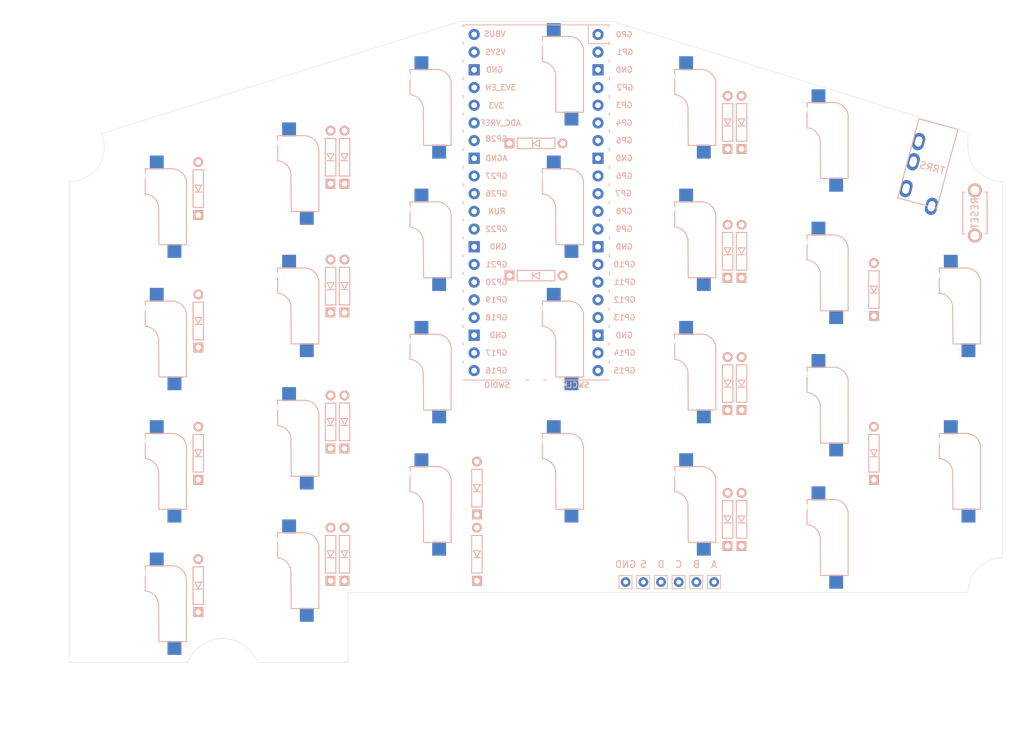
<source format=kicad_pcb>
(kicad_pcb (version 20171130) (host pcbnew 5.1.12)

  (general
    (thickness 1.6)
    (drawings 30)
    (tracks 0)
    (zones 0)
    (modules 61)
    (nets 62)
  )

  (page A4)
  (layers
    (0 F.Cu signal)
    (31 B.Cu signal)
    (32 B.Adhes user)
    (33 F.Adhes user)
    (34 B.Paste user)
    (35 F.Paste user)
    (36 B.SilkS user)
    (37 F.SilkS user)
    (38 B.Mask user)
    (39 F.Mask user)
    (40 Dwgs.User user)
    (41 Cmts.User user)
    (42 Eco1.User user)
    (43 Eco2.User user)
    (44 Edge.Cuts user)
    (45 Margin user)
    (46 B.CrtYd user)
    (47 F.CrtYd user)
    (48 B.Fab user)
    (49 F.Fab user)
  )

  (setup
    (last_trace_width 0.25)
    (trace_clearance 0.23)
    (zone_clearance 0.508)
    (zone_45_only no)
    (trace_min 0.2)
    (via_size 0.8)
    (via_drill 0.4)
    (via_min_size 0.4)
    (via_min_drill 0.3)
    (uvia_size 0.3)
    (uvia_drill 0.1)
    (uvias_allowed no)
    (uvia_min_size 0.2)
    (uvia_min_drill 0.1)
    (edge_width 0.05)
    (segment_width 0.2)
    (pcb_text_width 0.3)
    (pcb_text_size 1.5 1.5)
    (mod_edge_width 0.12)
    (mod_text_size 1 1)
    (mod_text_width 0.15)
    (pad_size 1.524 1.524)
    (pad_drill 0.762)
    (pad_to_mask_clearance 0)
    (aux_axis_origin 0 0)
    (grid_origin 80 112)
    (visible_elements FFFFFF7F)
    (pcbplotparams
      (layerselection 0x010fc_ffffffff)
      (usegerberextensions false)
      (usegerberattributes true)
      (usegerberadvancedattributes true)
      (creategerberjobfile true)
      (excludeedgelayer true)
      (linewidth 0.100000)
      (plotframeref false)
      (viasonmask false)
      (mode 1)
      (useauxorigin false)
      (hpglpennumber 1)
      (hpglpenspeed 20)
      (hpglpendiameter 15.000000)
      (psnegative false)
      (psa4output false)
      (plotreference true)
      (plotvalue true)
      (plotinvisibletext false)
      (padsonsilk false)
      (subtractmaskfromsilk false)
      (outputformat 1)
      (mirror false)
      (drillshape 1)
      (scaleselection 1)
      (outputdirectory ""))
  )

  (net 0 "")
  (net 1 row2)
  (net 2 "Net-(D_A2-Pad2)")
  (net 3 "Net-(D_A3-Pad2)")
  (net 4 row3)
  (net 5 "Net-(D_B1-Pad2)")
  (net 6 row1)
  (net 7 "Net-(D_B2-Pad2)")
  (net 8 "Net-(D_B3-Pad2)")
  (net 9 row4)
  (net 10 "Net-(D_B4-Pad2)")
  (net 11 "Net-(D_C1-Pad2)")
  (net 12 "Net-(D_C2-Pad2)")
  (net 13 "Net-(D_C3-Pad2)")
  (net 14 "Net-(D_C4-Pad2)")
  (net 15 "Net-(D_D1-Pad2)")
  (net 16 "Net-(D_D2-Pad2)")
  (net 17 "Net-(D_D3-Pad2)")
  (net 18 "Net-(D_D4-Pad2)")
  (net 19 "Net-(D_E1-Pad2)")
  (net 20 "Net-(D_E2-Pad2)")
  (net 21 "Net-(D_E3-Pad2)")
  (net 22 "Net-(D_E4-Pad2)")
  (net 23 "Net-(D_F1-Pad2)")
  (net 24 "Net-(D_F2-Pad2)")
  (net 25 "Net-(D_F3-Pad2)")
  (net 26 "Net-(D_F4-Pad2)")
  (net 27 "Net-(D_G1-Pad2)")
  (net 28 "Net-(D_G2-Pad2)")
  (net 29 "Net-(D_G3-Pad2)")
  (net 30 "Net-(D_G4-Pad2)")
  (net 31 row5)
  (net 32 colA)
  (net 33 colB)
  (net 34 colC)
  (net 35 colD)
  (net 36 data)
  (net 37 GND)
  (net 38 VCC)
  (net 39 "Net-(J1-PadA)")
  (net 40 colE)
  (net 41 colF)
  (net 42 colG)
  (net 43 RUN)
  (net 44 "Net-(U1-Pad40)")
  (net 45 "Net-(U1-Pad37)")
  (net 46 "Net-(U1-Pad36)")
  (net 47 "Net-(U1-Pad35)")
  (net 48 "Net-(U1-Pad34)")
  (net 49 "Net-(U1-Pad33)")
  (net 50 "Net-(U1-Pad32)")
  (net 51 "Net-(U1-Pad31)")
  (net 52 "Net-(U1-Pad20)")
  (net 53 "Net-(U1-Pad7)")
  (net 54 "Net-(U1-Pad6)")
  (net 55 "Net-(U1-Pad5)")
  (net 56 "Net-(U1-Pad4)")
  (net 57 "Net-(U1-Pad2)")
  (net 58 "Net-(U1-Pad12)")
  (net 59 "Net-(U1-Pad11)")
  (net 60 "Net-(U1-Pad10)")
  (net 61 "Net-(U1-Pad9)")

  (net_class Default "This is the default net class."
    (clearance 0.23)
    (trace_width 0.25)
    (via_dia 0.8)
    (via_drill 0.4)
    (uvia_dia 0.3)
    (uvia_drill 0.1)
    (add_net GND)
    (add_net "Net-(D_A2-Pad2)")
    (add_net "Net-(D_A3-Pad2)")
    (add_net "Net-(D_B1-Pad2)")
    (add_net "Net-(D_B2-Pad2)")
    (add_net "Net-(D_B3-Pad2)")
    (add_net "Net-(D_B4-Pad2)")
    (add_net "Net-(D_C1-Pad2)")
    (add_net "Net-(D_C2-Pad2)")
    (add_net "Net-(D_C3-Pad2)")
    (add_net "Net-(D_C4-Pad2)")
    (add_net "Net-(D_D1-Pad2)")
    (add_net "Net-(D_D2-Pad2)")
    (add_net "Net-(D_D3-Pad2)")
    (add_net "Net-(D_D4-Pad2)")
    (add_net "Net-(D_E1-Pad2)")
    (add_net "Net-(D_E2-Pad2)")
    (add_net "Net-(D_E3-Pad2)")
    (add_net "Net-(D_E4-Pad2)")
    (add_net "Net-(D_F1-Pad2)")
    (add_net "Net-(D_F2-Pad2)")
    (add_net "Net-(D_F3-Pad2)")
    (add_net "Net-(D_F4-Pad2)")
    (add_net "Net-(D_G1-Pad2)")
    (add_net "Net-(D_G2-Pad2)")
    (add_net "Net-(D_G3-Pad2)")
    (add_net "Net-(D_G4-Pad2)")
    (add_net "Net-(J1-PadA)")
    (add_net "Net-(U1-Pad10)")
    (add_net "Net-(U1-Pad11)")
    (add_net "Net-(U1-Pad12)")
    (add_net "Net-(U1-Pad2)")
    (add_net "Net-(U1-Pad20)")
    (add_net "Net-(U1-Pad31)")
    (add_net "Net-(U1-Pad32)")
    (add_net "Net-(U1-Pad33)")
    (add_net "Net-(U1-Pad34)")
    (add_net "Net-(U1-Pad35)")
    (add_net "Net-(U1-Pad36)")
    (add_net "Net-(U1-Pad37)")
    (add_net "Net-(U1-Pad4)")
    (add_net "Net-(U1-Pad40)")
    (add_net "Net-(U1-Pad5)")
    (add_net "Net-(U1-Pad6)")
    (add_net "Net-(U1-Pad7)")
    (add_net "Net-(U1-Pad9)")
    (add_net RUN)
    (add_net VCC)
    (add_net colA)
    (add_net colB)
    (add_net colC)
    (add_net colD)
    (add_net colE)
    (add_net colF)
    (add_net colG)
    (add_net data)
    (add_net row1)
    (add_net row2)
    (add_net row3)
    (add_net row4)
    (add_net row5)
  )

  (module local:MJ-4PP-9 (layer B.Cu) (tedit 5F8C8304) (tstamp 61A68C9C)
    (at 147.8 29.6 165)
    (path /5F7A2FFF)
    (fp_text reference J1 (at -0.85 -3 165) (layer B.Fab)
      (effects (font (size 1 1) (thickness 0.15)) (justify mirror))
    )
    (fp_text value MJ-4PP-9 (at 0 -14.000001 165) (layer B.Fab) hide
      (effects (font (size 1 1) (thickness 0.15)) (justify mirror))
    )
    (fp_text user TRRS (at -0.75 -6.45 165) (layer B.SilkS)
      (effects (font (size 1 1) (thickness 0.15)) (justify mirror))
    )
    (fp_line (start -2.9 -11.9) (end -2.9 -0.15) (layer B.SilkS) (width 0.15))
    (fp_line (start 2.9 -11.9) (end -2.9 -11.9) (layer B.SilkS) (width 0.15))
    (fp_line (start 2.9 -0.15) (end 2.9 -11.9) (layer B.SilkS) (width 0.15))
    (fp_line (start -2.9 -0.15) (end 2.9 -0.15) (layer B.SilkS) (width 0.15))
    (pad A thru_hole oval (at -2.1 -11.8 165) (size 1.7 2.5) (drill oval 1 1.5) (layers *.Cu F.Mask)
      (net 39 "Net-(J1-PadA)") (clearance 0.15))
    (pad D thru_hole oval (at 2.1 -10.3 165) (size 1.7 2.5) (drill oval 1 1.5) (layers *.Cu F.Mask)
      (net 38 VCC) (clearance 0.15))
    (pad C thru_hole oval (at 2.1 -6.3 165) (size 1.7 2.5) (drill oval 1 1.5) (layers *.Cu F.Mask)
      (net 37 GND))
    (pad B thru_hole oval (at 2.1 -3.3 165) (size 1.7 2.5) (drill oval 1 1.5) (layers *.Cu F.Mask)
      (net 36 data))
    (pad "" np_thru_hole circle (at 0 -8.5 165) (size 1.2 1.2) (drill 1.2) (layers *.Cu *.Mask))
    (pad "" np_thru_hole circle (at 0 -1.5 165) (size 1.2 1.2) (drill 1.2) (layers *.Cu *.Mask))
    (model /Users/foostan/src/github.com/foostan/kbd/kicad-packages3D/kbd.3dshapes/PJ320A.step
      (offset (xyz 0 -8.5 0))
      (scale (xyz 1 1 1))
      (rotate (xyz 0 0 0))
    )
  )

  (module local:RPi_Pico_TH (layer B.Cu) (tedit 61A6551D) (tstamp 61A51034)
    (at 90 41 180)
    (descr "Through hole straight pin header, 2x20, 2.54mm pitch, double rows")
    (tags "Through hole pin header THT 2x20 2.54mm double row")
    (path /61AA6BC8)
    (fp_text reference U1 (at 0 0) (layer B.SilkS)
      (effects (font (size 1 1) (thickness 0.15)) (justify mirror))
    )
    (fp_text value Pico (at 0.254 -2.159) (layer B.Fab)
      (effects (font (size 1 1) (thickness 0.15)) (justify mirror))
    )
    (fp_line (start 1.1 -25.5) (end 1.5 -25.5) (layer B.SilkS) (width 0.12))
    (fp_line (start -1.5 -25.5) (end -1.1 -25.5) (layer B.SilkS) (width 0.12))
    (fp_line (start 10.5 -25.5) (end 3.7 -25.5) (layer B.SilkS) (width 0.12))
    (fp_line (start 10.5 -15.1) (end 10.5 -15.5) (layer B.SilkS) (width 0.12))
    (fp_line (start 10.5 -7.4) (end 10.5 -7.8) (layer B.SilkS) (width 0.12))
    (fp_line (start 10.5 18) (end 10.5 17.6) (layer B.SilkS) (width 0.12))
    (fp_line (start 10.5 25.5) (end 10.5 25.2) (layer B.SilkS) (width 0.12))
    (fp_line (start 10.5 2.7) (end 10.5 2.3) (layer B.SilkS) (width 0.12))
    (fp_line (start 10.5 -12.5) (end 10.5 -12.9) (layer B.SilkS) (width 0.12))
    (fp_line (start 10.5 7.8) (end 10.5 7.4) (layer B.SilkS) (width 0.12))
    (fp_line (start 10.5 12.9) (end 10.5 12.5) (layer B.SilkS) (width 0.12))
    (fp_line (start 10.5 0.2) (end 10.5 -0.2) (layer B.SilkS) (width 0.12))
    (fp_line (start 10.5 -4.9) (end 10.5 -5.3) (layer B.SilkS) (width 0.12))
    (fp_line (start 10.5 -20.1) (end 10.5 -20.5) (layer B.SilkS) (width 0.12))
    (fp_line (start 10.5 -22.7) (end 10.5 -23.1) (layer B.SilkS) (width 0.12))
    (fp_line (start 10.5 -17.6) (end 10.5 -18) (layer B.SilkS) (width 0.12))
    (fp_line (start 10.5 15.4) (end 10.5 15) (layer B.SilkS) (width 0.12))
    (fp_line (start 10.5 23.1) (end 10.5 22.7) (layer B.SilkS) (width 0.12))
    (fp_line (start 10.5 20.5) (end 10.5 20.1) (layer B.SilkS) (width 0.12))
    (fp_line (start 10.5 -10) (end 10.5 -10.4) (layer B.SilkS) (width 0.12))
    (fp_line (start 10.5 -2.3) (end 10.5 -2.7) (layer B.SilkS) (width 0.12))
    (fp_line (start 10.5 5.3) (end 10.5 4.9) (layer B.SilkS) (width 0.12))
    (fp_line (start 10.5 10.4) (end 10.5 10) (layer B.SilkS) (width 0.12))
    (fp_line (start -10.5 -22.7) (end -10.5 -23.1) (layer B.SilkS) (width 0.12))
    (fp_line (start -10.5 -20.1) (end -10.5 -20.5) (layer B.SilkS) (width 0.12))
    (fp_line (start -10.5 -17.6) (end -10.5 -18) (layer B.SilkS) (width 0.12))
    (fp_line (start -10.5 -15.1) (end -10.5 -15.5) (layer B.SilkS) (width 0.12))
    (fp_line (start -10.5 -12.5) (end -10.5 -12.9) (layer B.SilkS) (width 0.12))
    (fp_line (start -10.5 -10) (end -10.5 -10.4) (layer B.SilkS) (width 0.12))
    (fp_line (start -10.5 -7.4) (end -10.5 -7.8) (layer B.SilkS) (width 0.12))
    (fp_line (start -10.5 -4.9) (end -10.5 -5.3) (layer B.SilkS) (width 0.12))
    (fp_line (start -10.5 -2.3) (end -10.5 -2.7) (layer B.SilkS) (width 0.12))
    (fp_line (start -10.5 0.2) (end -10.5 -0.2) (layer B.SilkS) (width 0.12))
    (fp_line (start -10.5 2.7) (end -10.5 2.3) (layer B.SilkS) (width 0.12))
    (fp_line (start -10.5 5.3) (end -10.5 4.9) (layer B.SilkS) (width 0.12))
    (fp_line (start -10.5 7.8) (end -10.5 7.4) (layer B.SilkS) (width 0.12))
    (fp_line (start -10.5 10.4) (end -10.5 10) (layer B.SilkS) (width 0.12))
    (fp_line (start -10.5 12.9) (end -10.5 12.5) (layer B.SilkS) (width 0.12))
    (fp_line (start -10.5 15.4) (end -10.5 15) (layer B.SilkS) (width 0.12))
    (fp_line (start -10.5 18) (end -10.5 17.6) (layer B.SilkS) (width 0.12))
    (fp_line (start -10.5 20.5) (end -10.5 20.1) (layer B.SilkS) (width 0.12))
    (fp_line (start -10.5 23.1) (end -10.5 22.7) (layer B.SilkS) (width 0.12))
    (fp_line (start -10.5 25.5) (end -10.5 25.2) (layer B.SilkS) (width 0.12))
    (fp_line (start -7.493 22.833) (end -7.493 25.5) (layer B.SilkS) (width 0.12))
    (fp_line (start -10.5 22.833) (end -7.493 22.833) (layer B.SilkS) (width 0.12))
    (fp_line (start -3.7 -25.5) (end -10.5 -25.5) (layer B.SilkS) (width 0.12))
    (fp_line (start -10.5 25.5) (end 10.5 25.5) (layer B.SilkS) (width 0.12))
    (fp_line (start -11 -26) (end -11 26) (layer B.CrtYd) (width 0.12))
    (fp_line (start 11 -26) (end -11 -26) (layer B.CrtYd) (width 0.12))
    (fp_line (start 11 26) (end 11 -26) (layer B.CrtYd) (width 0.12))
    (fp_line (start -11 26) (end 11 26) (layer B.CrtYd) (width 0.12))
    (fp_line (start -10.5 24.2) (end -9.2 25.5) (layer B.Fab) (width 0.12))
    (fp_line (start -10.5 -25.5) (end -10.5 25.5) (layer B.Fab) (width 0.12))
    (fp_line (start 10.5 -25.5) (end -10.5 -25.5) (layer B.Fab) (width 0.12))
    (fp_line (start 10.5 25.5) (end 10.5 -25.5) (layer B.Fab) (width 0.12))
    (fp_line (start -10.5 25.5) (end 10.5 25.5) (layer B.Fab) (width 0.12))
    (fp_poly (pts (xy -1.5 16.5) (xy -3.5 16.5) (xy -3.5 18.5) (xy -1.5 18.5)) (layer Dwgs.User) (width 0.1))
    (fp_poly (pts (xy -1.5 14) (xy -3.5 14) (xy -3.5 16) (xy -1.5 16)) (layer Dwgs.User) (width 0.1))
    (fp_poly (pts (xy -1.5 11.5) (xy -3.5 11.5) (xy -3.5 13.5) (xy -1.5 13.5)) (layer Dwgs.User) (width 0.1))
    (fp_poly (pts (xy 3.7 20.2) (xy -3.7 20.2) (xy -3.7 24.9) (xy 3.7 24.9)) (layer Dwgs.User) (width 0.1))
    (fp_text user SWDIO (at 5.6 -26.2) (layer B.SilkS)
      (effects (font (size 0.8 0.8) (thickness 0.15)) (justify mirror))
    )
    (fp_text user SWCLK (at -5.7 -26.2) (layer B.SilkS)
      (effects (font (size 0.8 0.8) (thickness 0.15)) (justify mirror))
    )
    (fp_text user AGND (at 5.688 6.35) (layer B.SilkS)
      (effects (font (size 0.8 0.8) (thickness 0.15)) (justify mirror))
    )
    (fp_text user GND (at 5.969 19.05) (layer B.SilkS)
      (effects (font (size 0.8 0.8) (thickness 0.15)) (justify mirror))
    )
    (fp_text user GND (at 5.434 -6.35) (layer B.SilkS)
      (effects (font (size 0.8 0.8) (thickness 0.15)) (justify mirror))
    )
    (fp_text user GND (at 5.434 -19.05) (layer B.SilkS)
      (effects (font (size 0.8 0.8) (thickness 0.15)) (justify mirror))
    )
    (fp_text user GND (at -12.65 -19.05) (layer B.SilkS)
      (effects (font (size 0.8 0.8) (thickness 0.15)) (justify mirror))
    )
    (fp_text user GND (at -12.65 -6.35) (layer B.SilkS)
      (effects (font (size 0.8 0.8) (thickness 0.15)) (justify mirror))
    )
    (fp_text user GND (at -12.65 6.35) (layer B.SilkS)
      (effects (font (size 0.8 0.8) (thickness 0.15)) (justify mirror))
    )
    (fp_text user GND (at -12.65 19.05) (layer B.SilkS)
      (effects (font (size 0.8 0.8) (thickness 0.15)) (justify mirror))
    )
    (fp_text user VBUS (at 5.934 24.2) (layer B.SilkS)
      (effects (font (size 0.8 0.8) (thickness 0.15)) (justify mirror))
    )
    (fp_text user VSYS (at 5.834 21.59) (layer B.SilkS)
      (effects (font (size 0.8 0.8) (thickness 0.15)) (justify mirror))
    )
    (fp_text user 3V3_EN (at 5.08 16.51) (layer B.SilkS)
      (effects (font (size 0.8 0.8) (thickness 0.15)) (justify mirror))
    )
    (fp_text user 3V3 (at 5.715 13.9) (layer B.SilkS)
      (effects (font (size 0.8 0.8) (thickness 0.15)) (justify mirror))
    )
    (fp_text user ADC_VREF (at 5.08 11.43) (layer B.SilkS)
      (effects (font (size 0.8 0.8) (thickness 0.15)) (justify mirror))
    )
    (fp_text user GP28 (at 5.688 9.144) (layer B.SilkS)
      (effects (font (size 0.8 0.8) (thickness 0.15)) (justify mirror))
    )
    (fp_text user GP27 (at 5.688 3.8) (layer B.SilkS)
      (effects (font (size 0.8 0.8) (thickness 0.15)) (justify mirror))
    )
    (fp_text user GP26 (at 5.688 1.27) (layer B.SilkS)
      (effects (font (size 0.8 0.8) (thickness 0.15)) (justify mirror))
    )
    (fp_text user RUN (at 5.634 -1.27) (layer B.SilkS)
      (effects (font (size 0.8 0.8) (thickness 0.15)) (justify mirror))
    )
    (fp_text user GP22 (at 5.688 -3.81) (layer B.SilkS)
      (effects (font (size 0.8 0.8) (thickness 0.15)) (justify mirror))
    )
    (fp_text user GP21 (at 5.688 -8.9) (layer B.SilkS)
      (effects (font (size 0.8 0.8) (thickness 0.15)) (justify mirror))
    )
    (fp_text user GP20 (at 5.688 -11.43) (layer B.SilkS)
      (effects (font (size 0.8 0.8) (thickness 0.15)) (justify mirror))
    )
    (fp_text user GP19 (at 5.688 -13.97) (layer B.SilkS)
      (effects (font (size 0.8 0.8) (thickness 0.15)) (justify mirror))
    )
    (fp_text user GP18 (at 5.688 -16.51) (layer B.SilkS)
      (effects (font (size 0.8 0.8) (thickness 0.15)) (justify mirror))
    )
    (fp_text user GP17 (at 5.688 -21.59) (layer B.SilkS)
      (effects (font (size 0.8 0.8) (thickness 0.15)) (justify mirror))
    )
    (fp_text user GP16 (at 5.688 -24.13) (layer B.SilkS)
      (effects (font (size 0.8 0.8) (thickness 0.15)) (justify mirror))
    )
    (fp_text user GP15 (at -12.7 -24.13) (layer B.SilkS)
      (effects (font (size 0.8 0.8) (thickness 0.15)) (justify mirror))
    )
    (fp_text user GP14 (at -12.7 -21.59) (layer B.SilkS)
      (effects (font (size 0.8 0.8) (thickness 0.15)) (justify mirror))
    )
    (fp_text user GP13 (at -12.7 -16.51) (layer B.SilkS)
      (effects (font (size 0.8 0.8) (thickness 0.15)) (justify mirror))
    )
    (fp_text user GP12 (at -12.7 -13.97) (layer B.SilkS)
      (effects (font (size 0.8 0.8) (thickness 0.15)) (justify mirror))
    )
    (fp_text user GP11 (at -12.7 -11.43) (layer B.SilkS)
      (effects (font (size 0.8 0.8) (thickness 0.15)) (justify mirror))
    )
    (fp_text user GP10 (at -12.7 -8.89) (layer B.SilkS)
      (effects (font (size 0.8 0.8) (thickness 0.15)) (justify mirror))
    )
    (fp_text user GP9 (at -12.65 -3.81) (layer B.SilkS)
      (effects (font (size 0.8 0.8) (thickness 0.15)) (justify mirror))
    )
    (fp_text user GP8 (at -12.65 -1.27) (layer B.SilkS)
      (effects (font (size 0.8 0.8) (thickness 0.15)) (justify mirror))
    )
    (fp_text user GP7 (at -12.55 1.3) (layer B.SilkS)
      (effects (font (size 0.8 0.8) (thickness 0.15)) (justify mirror))
    )
    (fp_text user GP6 (at -12.65 3.81) (layer B.SilkS)
      (effects (font (size 0.8 0.8) (thickness 0.15)) (justify mirror))
    )
    (fp_text user GP5 (at -12.65 8.89) (layer B.SilkS)
      (effects (font (size 0.8 0.8) (thickness 0.15)) (justify mirror))
    )
    (fp_text user GP4 (at -12.65 11.43) (layer B.SilkS)
      (effects (font (size 0.8 0.8) (thickness 0.15)) (justify mirror))
    )
    (fp_text user GP3 (at -12.65 13.97) (layer B.SilkS)
      (effects (font (size 0.8 0.8) (thickness 0.15)) (justify mirror))
    )
    (fp_text user GP0 (at -12.65 24.13) (layer B.SilkS)
      (effects (font (size 0.8 0.8) (thickness 0.15)) (justify mirror))
    )
    (fp_text user GP2 (at -12.75 16.51) (layer B.SilkS)
      (effects (font (size 0.8 0.8) (thickness 0.15)) (justify mirror))
    )
    (fp_text user GP1 (at -12.75 21.6) (layer B.SilkS)
      (effects (font (size 0.8 0.8) (thickness 0.15)) (justify mirror))
    )
    (pad 40 thru_hole oval (at 8.89 24.13 180) (size 1.6 1.6) (drill 0.82) (layers *.Cu *.Mask)
      (net 44 "Net-(U1-Pad40)"))
    (pad 39 thru_hole oval (at 8.89 21.59 180) (size 1.6 1.6) (drill 0.82) (layers *.Cu *.Mask)
      (net 38 VCC))
    (pad 38 thru_hole rect (at 8.89 19.05 180) (size 1.6 1.6) (drill 0.82) (layers *.Cu *.Mask)
      (net 37 GND))
    (pad 37 thru_hole oval (at 8.89 16.51 180) (size 1.6 1.6) (drill 0.82) (layers *.Cu *.Mask)
      (net 45 "Net-(U1-Pad37)"))
    (pad 36 thru_hole oval (at 8.89 13.97 180) (size 1.6 1.6) (drill 0.82) (layers *.Cu *.Mask)
      (net 46 "Net-(U1-Pad36)"))
    (pad 35 thru_hole oval (at 8.89 11.43 180) (size 1.6 1.6) (drill 0.82) (layers *.Cu *.Mask)
      (net 47 "Net-(U1-Pad35)"))
    (pad 34 thru_hole oval (at 8.89 8.89 180) (size 1.6 1.6) (drill 0.82) (layers *.Cu *.Mask)
      (net 48 "Net-(U1-Pad34)"))
    (pad 33 thru_hole rect (at 8.89 6.35 180) (size 1.6 1.6) (drill 0.82) (layers *.Cu *.Mask)
      (net 49 "Net-(U1-Pad33)"))
    (pad 32 thru_hole oval (at 8.89 3.81 180) (size 1.6 1.6) (drill 0.82) (layers *.Cu *.Mask)
      (net 50 "Net-(U1-Pad32)"))
    (pad 31 thru_hole oval (at 8.89 1.27 180) (size 1.6 1.6) (drill 0.82) (layers *.Cu *.Mask)
      (net 51 "Net-(U1-Pad31)"))
    (pad 30 thru_hole oval (at 8.89 -1.27 180) (size 1.6 1.6) (drill 0.82) (layers *.Cu *.Mask)
      (net 43 RUN))
    (pad 29 thru_hole oval (at 8.89 -3.81 180) (size 1.6 1.6) (drill 0.82) (layers *.Cu *.Mask)
      (net 42 colG))
    (pad 28 thru_hole rect (at 8.89 -6.35 180) (size 1.6 1.6) (drill 0.82) (layers *.Cu *.Mask)
      (net 37 GND))
    (pad 27 thru_hole oval (at 8.89 -8.89 180) (size 1.6 1.6) (drill 0.82) (layers *.Cu *.Mask)
      (net 41 colF))
    (pad 26 thru_hole oval (at 8.89 -11.43 180) (size 1.6 1.6) (drill 0.82) (layers *.Cu *.Mask)
      (net 40 colE))
    (pad 25 thru_hole oval (at 8.89 -13.97 180) (size 1.6 1.6) (drill 0.82) (layers *.Cu *.Mask)
      (net 35 colD))
    (pad 24 thru_hole oval (at 8.89 -16.51 180) (size 1.6 1.6) (drill 0.82) (layers *.Cu *.Mask)
      (net 34 colC))
    (pad 23 thru_hole rect (at 8.89 -19.05 180) (size 1.6 1.6) (drill 0.82) (layers *.Cu *.Mask)
      (net 37 GND))
    (pad 22 thru_hole oval (at 8.89 -21.59 180) (size 1.6 1.6) (drill 0.82) (layers *.Cu *.Mask)
      (net 33 colB))
    (pad 21 thru_hole oval (at 8.89 -24.13 180) (size 1.6 1.6) (drill 0.82) (layers *.Cu *.Mask)
      (net 32 colA))
    (pad 20 thru_hole oval (at -8.89 -24.13 180) (size 1.6 1.6) (drill 0.82) (layers *.Cu *.Mask)
      (net 52 "Net-(U1-Pad20)"))
    (pad 19 thru_hole oval (at -8.89 -21.59 180) (size 1.6 1.6) (drill 0.82) (layers *.Cu *.Mask)
      (net 31 row5))
    (pad 18 thru_hole rect (at -8.89 -19.05 180) (size 1.6 1.6) (drill 0.82) (layers *.Cu *.Mask)
      (net 37 GND))
    (pad 17 thru_hole oval (at -8.89 -16.51 180) (size 1.6 1.6) (drill 0.82) (layers *.Cu *.Mask)
      (net 9 row4))
    (pad 16 thru_hole oval (at -8.89 -13.97 180) (size 1.6 1.6) (drill 0.82) (layers *.Cu *.Mask)
      (net 4 row3))
    (pad 15 thru_hole oval (at -8.89 -11.43 180) (size 1.6 1.6) (drill 0.82) (layers *.Cu *.Mask)
      (net 1 row2))
    (pad 14 thru_hole oval (at -8.89 -8.89 180) (size 1.6 1.6) (drill 0.82) (layers *.Cu *.Mask)
      (net 6 row1))
    (pad 13 thru_hole rect (at -8.89 -6.35 180) (size 1.6 1.6) (drill 0.82) (layers *.Cu *.Mask)
      (net 37 GND))
    (pad 12 thru_hole oval (at -8.89 -3.81 180) (size 1.6 1.6) (drill 0.82) (layers *.Cu *.Mask)
      (net 58 "Net-(U1-Pad12)"))
    (pad 11 thru_hole oval (at -8.89 -1.27 180) (size 1.6 1.6) (drill 0.82) (layers *.Cu *.Mask)
      (net 59 "Net-(U1-Pad11)"))
    (pad 10 thru_hole oval (at -8.89 1.27 180) (size 1.6 1.6) (drill 0.82) (layers *.Cu *.Mask)
      (net 60 "Net-(U1-Pad10)"))
    (pad 9 thru_hole oval (at -8.89 3.81 180) (size 1.6 1.6) (drill 0.82) (layers *.Cu *.Mask)
      (net 61 "Net-(U1-Pad9)"))
    (pad 8 thru_hole rect (at -8.89 6.35 180) (size 1.6 1.6) (drill 0.82) (layers *.Cu *.Mask)
      (net 37 GND))
    (pad 7 thru_hole oval (at -8.89 8.89 180) (size 1.6 1.6) (drill 0.82) (layers *.Cu *.Mask)
      (net 53 "Net-(U1-Pad7)"))
    (pad 6 thru_hole oval (at -8.89 11.43 180) (size 1.6 1.6) (drill 0.82) (layers *.Cu *.Mask)
      (net 54 "Net-(U1-Pad6)"))
    (pad 5 thru_hole oval (at -8.89 13.97 180) (size 1.6 1.6) (drill 0.82) (layers *.Cu *.Mask)
      (net 55 "Net-(U1-Pad5)"))
    (pad 4 thru_hole oval (at -8.89 16.51 180) (size 1.6 1.6) (drill 0.82) (layers *.Cu *.Mask)
      (net 56 "Net-(U1-Pad4)"))
    (pad 3 thru_hole rect (at -8.89 19.05 180) (size 1.6 1.6) (drill 0.82) (layers *.Cu *.Mask)
      (net 37 GND))
    (pad 2 thru_hole oval (at -8.89 21.59 180) (size 1.6 1.6) (drill 0.82) (layers *.Cu *.Mask)
      (net 57 "Net-(U1-Pad2)"))
    (pad 1 thru_hole oval (at -8.89 24.13 180) (size 1.6 1.6) (drill 0.82) (layers *.Cu *.Mask)
      (net 36 data))
  )

  (module local:Pin_D0.7mm (layer B.Cu) (tedit 61A2FA53) (tstamp 61A6FAA1)
    (at 102.86 95.49)
    (descr "solder Pin_ with flat fork, hole diameter 0.7mm, length 6.5mm, width 1.8mm")
    (tags "solder Pin_ with flat fork")
    (path /61BA3CFD)
    (fp_text reference H_GND1 (at 0 3.81) (layer B.Fab)
      (effects (font (size 0.8 0.8) (thickness 0.15)) (justify mirror))
    )
    (fp_text value GND (at 0 -2.54) (layer B.SilkS)
      (effects (font (size 1 1) (thickness 0.15)) (justify mirror))
    )
    (fp_line (start -0.95 0.95) (end -0.95 -0.95) (layer B.SilkS) (width 0.12))
    (fp_line (start -0.95 -0.95) (end 0.9 -0.95) (layer B.SilkS) (width 0.12))
    (fp_line (start 0.9 -0.95) (end 0.9 0.9) (layer B.SilkS) (width 0.12))
    (fp_line (start 0.9 0.9) (end 0.9 0.95) (layer B.SilkS) (width 0.12))
    (fp_line (start 0.9 0.95) (end -0.95 0.95) (layer B.SilkS) (width 0.12))
    (fp_line (start -0.9 0.25) (end 0.85 0.25) (layer B.Fab) (width 0.12))
    (fp_line (start 0.85 0.25) (end 0.85 -0.25) (layer B.Fab) (width 0.12))
    (fp_line (start 0.85 -0.25) (end -0.9 -0.25) (layer B.Fab) (width 0.12))
    (fp_line (start -0.9 -0.25) (end -0.9 0.25) (layer B.Fab) (width 0.12))
    (pad 1 thru_hole circle (at 0 0) (size 1.4 1.4) (drill 0.7) (layers *.Cu *.Mask)
      (net 37 GND))
    (model ${KISYS3DMOD}/Connector_Pin.3dshapes/Pin_D0.7mm_L6.5mm_W1.8mm_FlatFork.wrl
      (at (xyz 0 0 0))
      (scale (xyz 1 1 1))
      (rotate (xyz 0 0 0))
    )
  )

  (module local:ResetSW (layer B.Cu) (tedit 61A625A9) (tstamp 61A6A4F5)
    (at 153 42.5 90)
    (path /61AA5F24)
    (fp_text reference SW_RST1 (at 0 -2.55 90) (layer B.SilkS) hide
      (effects (font (size 1 1) (thickness 0.15)) (justify mirror))
    )
    (fp_text value SW_DIP_x01 (at 0 -2.54 90) (layer B.Fab) hide
      (effects (font (size 1 1) (thickness 0.15)) (justify mirror))
    )
    (fp_line (start -3 -1.75) (end 3 -1.75) (layer B.SilkS) (width 0.15))
    (fp_line (start 3 -1.75) (end 3 -1.5) (layer B.SilkS) (width 0.15))
    (fp_line (start -3 -1.75) (end -3 -1.5) (layer B.SilkS) (width 0.15))
    (fp_line (start -3 1.75) (end -3 1.5) (layer B.SilkS) (width 0.15))
    (fp_line (start -3 1.75) (end 3 1.75) (layer B.SilkS) (width 0.15))
    (fp_line (start 3 1.75) (end 3 1.5) (layer B.SilkS) (width 0.15))
    (fp_text user RESET (at 0 0 90) (layer B.SilkS)
      (effects (font (size 1 1) (thickness 0.15)) (justify mirror))
    )
    (pad 1 thru_hole circle (at 3.25 0 90) (size 2 2) (drill 1.3) (layers *.Cu *.Mask B.SilkS)
      (net 37 GND))
    (pad 2 thru_hole circle (at -3.25 0 90) (size 2 2) (drill 1.3) (layers *.Cu *.Mask B.SilkS)
      (net 43 RUN))
  )

  (module local:CherryMX_Hotswap (layer F.Cu) (tedit 61A26F54) (tstamp 61A01447)
    (at 33 42.25 270)
    (path /60DF9883)
    (fp_text reference SW_G1 (at 7.1 8.2 90) (layer F.SilkS) hide
      (effects (font (size 1 1) (thickness 0.15)))
    )
    (fp_text value SW_PUSH (at -4.8 8.3 90) (layer F.Fab) hide
      (effects (font (size 1 1) (thickness 0.15)))
    )
    (fp_line (start -7 7) (end -6 7) (layer Dwgs.User) (width 0.15))
    (fp_line (start 7 -7) (end 7 -6) (layer Dwgs.User) (width 0.15))
    (fp_line (start -7 -7) (end -6 -7) (layer Dwgs.User) (width 0.15))
    (fp_line (start 7 7) (end 7 6) (layer Dwgs.User) (width 0.15))
    (fp_line (start 6 7) (end 7 7) (layer Dwgs.User) (width 0.15))
    (fp_line (start -7 6) (end -7 7) (layer Dwgs.User) (width 0.15))
    (fp_line (start 7 -7) (end 6 -7) (layer Dwgs.User) (width 0.15))
    (fp_line (start -7 -6) (end -7 -7) (layer Dwgs.User) (width 0.15))
    (fp_line (start -9.5 9.5) (end -9.5 -9.5) (layer Dwgs.User) (width 0.15))
    (fp_line (start 9.5 9.5) (end -9.5 9.5) (layer Dwgs.User) (width 0.15))
    (fp_line (start 9.5 -9.5) (end 9.5 9.5) (layer Dwgs.User) (width 0.15))
    (fp_line (start -9.5 -9.5) (end 9.5 -9.5) (layer Dwgs.User) (width 0.15))
    (fp_line (start 4.8 -2.85) (end -0.25 -2.804) (layer B.SilkS) (width 0.15))
    (fp_line (start 4.8 -6.804) (end -3.825 -6.804) (layer B.SilkS) (width 0.15))
    (fp_line (start -6.1 -4.85) (end -6.1 -0.905) (layer B.SilkS) (width 0.15))
    (fp_line (start 4.8 -2.896) (end 4.8 -6.804) (layer B.SilkS) (width 0.15))
    (fp_line (start -6.1 -0.896) (end -2.49 -0.896) (layer B.SilkS) (width 0.15))
    (fp_arc (start -4.015 -4.73) (end -3.825 -6.804) (angle -90) (layer B.SilkS) (width 0.15))
    (fp_arc (start -0.415 -0.73) (end -0.225 -2.8) (angle -90) (layer B.SilkS) (width 0.15))
    (pad "" np_thru_hole circle (at 2.54 -5.08 270) (size 3 3) (drill 3) (layers *.Cu *.Mask))
    (pad "" np_thru_hole circle (at -3.81 -2.54 270) (size 3 3) (drill 3) (layers *.Cu *.Mask))
    (pad 1 smd rect (at 5.7 -5.08 90) (size 2 2) (layers B.Cu B.Paste B.Mask)
      (net 42 colG))
    (pad "" np_thru_hole circle (at -5.08 0 270) (size 1.9 1.9) (drill 1.9) (layers *.Cu *.Mask))
    (pad "" np_thru_hole circle (at 5.08 0 270) (size 1.9 1.9) (drill 1.9) (layers *.Cu *.Mask))
    (pad "" np_thru_hole circle (at 0 0) (size 4.1 4.1) (drill 4.1) (layers *.Cu *.Mask))
    (pad 2 smd rect (at -7 -2.54 90) (size 2 2) (layers B.Cu B.Paste B.Mask)
      (net 27 "Net-(D_G1-Pad2)"))
    (model /Users/foostan/src/github.com/foostan/kbd/kicad-packages3D/kbd.3dshapes/Kailh-CherryMX-Socket.step
      (offset (xyz -1.3 7.6 -3.6))
      (scale (xyz 1 1 1))
      (rotate (xyz 0 0 180))
    )
  )

  (module local:CherryMX_Hotswap (layer F.Cu) (tedit 61A26F54) (tstamp 61A01447)
    (at 33 61.25 270)
    (path /60A7871B)
    (fp_text reference SW_G2 (at 7.1 8.2 90) (layer F.SilkS) hide
      (effects (font (size 1 1) (thickness 0.15)))
    )
    (fp_text value SW_PUSH (at -4.8 8.3 90) (layer F.Fab) hide
      (effects (font (size 1 1) (thickness 0.15)))
    )
    (fp_line (start -7 7) (end -6 7) (layer Dwgs.User) (width 0.15))
    (fp_line (start 7 -7) (end 7 -6) (layer Dwgs.User) (width 0.15))
    (fp_line (start -7 -7) (end -6 -7) (layer Dwgs.User) (width 0.15))
    (fp_line (start 7 7) (end 7 6) (layer Dwgs.User) (width 0.15))
    (fp_line (start 6 7) (end 7 7) (layer Dwgs.User) (width 0.15))
    (fp_line (start -7 6) (end -7 7) (layer Dwgs.User) (width 0.15))
    (fp_line (start 7 -7) (end 6 -7) (layer Dwgs.User) (width 0.15))
    (fp_line (start -7 -6) (end -7 -7) (layer Dwgs.User) (width 0.15))
    (fp_line (start -9.5 9.5) (end -9.5 -9.5) (layer Dwgs.User) (width 0.15))
    (fp_line (start 9.5 9.5) (end -9.5 9.5) (layer Dwgs.User) (width 0.15))
    (fp_line (start 9.5 -9.5) (end 9.5 9.5) (layer Dwgs.User) (width 0.15))
    (fp_line (start -9.5 -9.5) (end 9.5 -9.5) (layer Dwgs.User) (width 0.15))
    (fp_line (start 4.8 -2.85) (end -0.25 -2.804) (layer B.SilkS) (width 0.15))
    (fp_line (start 4.8 -6.804) (end -3.825 -6.804) (layer B.SilkS) (width 0.15))
    (fp_line (start -6.1 -4.85) (end -6.1 -0.905) (layer B.SilkS) (width 0.15))
    (fp_line (start 4.8 -2.896) (end 4.8 -6.804) (layer B.SilkS) (width 0.15))
    (fp_line (start -6.1 -0.896) (end -2.49 -0.896) (layer B.SilkS) (width 0.15))
    (fp_arc (start -4.015 -4.73) (end -3.825 -6.804) (angle -90) (layer B.SilkS) (width 0.15))
    (fp_arc (start -0.415 -0.73) (end -0.225 -2.8) (angle -90) (layer B.SilkS) (width 0.15))
    (pad "" np_thru_hole circle (at 2.54 -5.08 270) (size 3 3) (drill 3) (layers *.Cu *.Mask))
    (pad "" np_thru_hole circle (at -3.81 -2.54 270) (size 3 3) (drill 3) (layers *.Cu *.Mask))
    (pad 1 smd rect (at 5.7 -5.08 90) (size 2 2) (layers B.Cu B.Paste B.Mask)
      (net 42 colG))
    (pad "" np_thru_hole circle (at -5.08 0 270) (size 1.9 1.9) (drill 1.9) (layers *.Cu *.Mask))
    (pad "" np_thru_hole circle (at 5.08 0 270) (size 1.9 1.9) (drill 1.9) (layers *.Cu *.Mask))
    (pad "" np_thru_hole circle (at 0 0) (size 4.1 4.1) (drill 4.1) (layers *.Cu *.Mask))
    (pad 2 smd rect (at -7 -2.54 90) (size 2 2) (layers B.Cu B.Paste B.Mask)
      (net 28 "Net-(D_G2-Pad2)"))
    (model /Users/foostan/src/github.com/foostan/kbd/kicad-packages3D/kbd.3dshapes/Kailh-CherryMX-Socket.step
      (offset (xyz -1.3 7.6 -3.6))
      (scale (xyz 1 1 1))
      (rotate (xyz 0 0 180))
    )
  )

  (module local:CherryMX_Hotswap (layer F.Cu) (tedit 61A26F54) (tstamp 61A01447)
    (at 33 80.25 270)
    (path /60A786E9)
    (fp_text reference SW_G3 (at 7.1 8.2 90) (layer F.SilkS) hide
      (effects (font (size 1 1) (thickness 0.15)))
    )
    (fp_text value SW_PUSH (at -4.8 8.3 90) (layer F.Fab) hide
      (effects (font (size 1 1) (thickness 0.15)))
    )
    (fp_line (start -6.1 -0.896) (end -2.49 -0.896) (layer B.SilkS) (width 0.15))
    (fp_line (start 4.8 -2.896) (end 4.8 -6.804) (layer B.SilkS) (width 0.15))
    (fp_line (start -6.1 -4.85) (end -6.1 -0.905) (layer B.SilkS) (width 0.15))
    (fp_line (start 4.8 -6.804) (end -3.825 -6.804) (layer B.SilkS) (width 0.15))
    (fp_line (start 4.8 -2.85) (end -0.25 -2.804) (layer B.SilkS) (width 0.15))
    (fp_line (start -9.5 -9.5) (end 9.5 -9.5) (layer Dwgs.User) (width 0.15))
    (fp_line (start 9.5 -9.5) (end 9.5 9.5) (layer Dwgs.User) (width 0.15))
    (fp_line (start 9.5 9.5) (end -9.5 9.5) (layer Dwgs.User) (width 0.15))
    (fp_line (start -9.5 9.5) (end -9.5 -9.5) (layer Dwgs.User) (width 0.15))
    (fp_line (start -7 -6) (end -7 -7) (layer Dwgs.User) (width 0.15))
    (fp_line (start 7 -7) (end 6 -7) (layer Dwgs.User) (width 0.15))
    (fp_line (start -7 6) (end -7 7) (layer Dwgs.User) (width 0.15))
    (fp_line (start 6 7) (end 7 7) (layer Dwgs.User) (width 0.15))
    (fp_line (start 7 7) (end 7 6) (layer Dwgs.User) (width 0.15))
    (fp_line (start -7 -7) (end -6 -7) (layer Dwgs.User) (width 0.15))
    (fp_line (start 7 -7) (end 7 -6) (layer Dwgs.User) (width 0.15))
    (fp_line (start -7 7) (end -6 7) (layer Dwgs.User) (width 0.15))
    (fp_arc (start -0.415 -0.73) (end -0.225 -2.8) (angle -90) (layer B.SilkS) (width 0.15))
    (fp_arc (start -4.015 -4.73) (end -3.825 -6.804) (angle -90) (layer B.SilkS) (width 0.15))
    (pad 2 smd rect (at -7 -2.54 90) (size 2 2) (layers B.Cu B.Paste B.Mask)
      (net 29 "Net-(D_G3-Pad2)"))
    (pad "" np_thru_hole circle (at 0 0) (size 4.1 4.1) (drill 4.1) (layers *.Cu *.Mask))
    (pad "" np_thru_hole circle (at 5.08 0 270) (size 1.9 1.9) (drill 1.9) (layers *.Cu *.Mask))
    (pad "" np_thru_hole circle (at -5.08 0 270) (size 1.9 1.9) (drill 1.9) (layers *.Cu *.Mask))
    (pad 1 smd rect (at 5.7 -5.08 90) (size 2 2) (layers B.Cu B.Paste B.Mask)
      (net 42 colG))
    (pad "" np_thru_hole circle (at -3.81 -2.54 270) (size 3 3) (drill 3) (layers *.Cu *.Mask))
    (pad "" np_thru_hole circle (at 2.54 -5.08 270) (size 3 3) (drill 3) (layers *.Cu *.Mask))
    (model /Users/foostan/src/github.com/foostan/kbd/kicad-packages3D/kbd.3dshapes/Kailh-CherryMX-Socket.step
      (offset (xyz -1.3 7.6 -3.6))
      (scale (xyz 1 1 1))
      (rotate (xyz 0 0 180))
    )
  )

  (module local:CherryMX_Hotswap (layer F.Cu) (tedit 61A26F54) (tstamp 61A01447)
    (at 52 37.5 270)
    (path /5F6AA817)
    (fp_text reference SW_F1 (at 7.1 8.2 90) (layer F.SilkS) hide
      (effects (font (size 1 1) (thickness 0.15)))
    )
    (fp_text value SW_PUSH (at -4.8 8.3 90) (layer F.Fab) hide
      (effects (font (size 1 1) (thickness 0.15)))
    )
    (fp_line (start -7 7) (end -6 7) (layer Dwgs.User) (width 0.15))
    (fp_line (start 7 -7) (end 7 -6) (layer Dwgs.User) (width 0.15))
    (fp_line (start -7 -7) (end -6 -7) (layer Dwgs.User) (width 0.15))
    (fp_line (start 7 7) (end 7 6) (layer Dwgs.User) (width 0.15))
    (fp_line (start 6 7) (end 7 7) (layer Dwgs.User) (width 0.15))
    (fp_line (start -7 6) (end -7 7) (layer Dwgs.User) (width 0.15))
    (fp_line (start 7 -7) (end 6 -7) (layer Dwgs.User) (width 0.15))
    (fp_line (start -7 -6) (end -7 -7) (layer Dwgs.User) (width 0.15))
    (fp_line (start -9.5 9.5) (end -9.5 -9.5) (layer Dwgs.User) (width 0.15))
    (fp_line (start 9.5 9.5) (end -9.5 9.5) (layer Dwgs.User) (width 0.15))
    (fp_line (start 9.5 -9.5) (end 9.5 9.5) (layer Dwgs.User) (width 0.15))
    (fp_line (start -9.5 -9.5) (end 9.5 -9.5) (layer Dwgs.User) (width 0.15))
    (fp_line (start 4.8 -2.85) (end -0.25 -2.804) (layer B.SilkS) (width 0.15))
    (fp_line (start 4.8 -6.804) (end -3.825 -6.804) (layer B.SilkS) (width 0.15))
    (fp_line (start -6.1 -4.85) (end -6.1 -0.905) (layer B.SilkS) (width 0.15))
    (fp_line (start 4.8 -2.896) (end 4.8 -6.804) (layer B.SilkS) (width 0.15))
    (fp_line (start -6.1 -0.896) (end -2.49 -0.896) (layer B.SilkS) (width 0.15))
    (fp_arc (start -4.015 -4.73) (end -3.825 -6.804) (angle -90) (layer B.SilkS) (width 0.15))
    (fp_arc (start -0.415 -0.73) (end -0.225 -2.8) (angle -90) (layer B.SilkS) (width 0.15))
    (pad "" np_thru_hole circle (at 2.54 -5.08 270) (size 3 3) (drill 3) (layers *.Cu *.Mask))
    (pad "" np_thru_hole circle (at -3.81 -2.54 270) (size 3 3) (drill 3) (layers *.Cu *.Mask))
    (pad 1 smd rect (at 5.7 -5.08 90) (size 2 2) (layers B.Cu B.Paste B.Mask)
      (net 41 colF))
    (pad "" np_thru_hole circle (at -5.08 0 270) (size 1.9 1.9) (drill 1.9) (layers *.Cu *.Mask))
    (pad "" np_thru_hole circle (at 5.08 0 270) (size 1.9 1.9) (drill 1.9) (layers *.Cu *.Mask))
    (pad "" np_thru_hole circle (at 0 0) (size 4.1 4.1) (drill 4.1) (layers *.Cu *.Mask))
    (pad 2 smd rect (at -7 -2.54 90) (size 2 2) (layers B.Cu B.Paste B.Mask)
      (net 23 "Net-(D_F1-Pad2)"))
    (model /Users/foostan/src/github.com/foostan/kbd/kicad-packages3D/kbd.3dshapes/Kailh-CherryMX-Socket.step
      (offset (xyz -1.3 7.6 -3.6))
      (scale (xyz 1 1 1))
      (rotate (xyz 0 0 180))
    )
  )

  (module local:CherryMX_Hotswap (layer F.Cu) (tedit 61A26F54) (tstamp 61A01447)
    (at 52 56.5 270)
    (path /5F747684)
    (fp_text reference SW_F2 (at 7.1 8.2 90) (layer F.SilkS) hide
      (effects (font (size 1 1) (thickness 0.15)))
    )
    (fp_text value SW_PUSH (at -4.8 8.3 90) (layer F.Fab) hide
      (effects (font (size 1 1) (thickness 0.15)))
    )
    (fp_line (start -7 7) (end -6 7) (layer Dwgs.User) (width 0.15))
    (fp_line (start 7 -7) (end 7 -6) (layer Dwgs.User) (width 0.15))
    (fp_line (start -7 -7) (end -6 -7) (layer Dwgs.User) (width 0.15))
    (fp_line (start 7 7) (end 7 6) (layer Dwgs.User) (width 0.15))
    (fp_line (start 6 7) (end 7 7) (layer Dwgs.User) (width 0.15))
    (fp_line (start -7 6) (end -7 7) (layer Dwgs.User) (width 0.15))
    (fp_line (start 7 -7) (end 6 -7) (layer Dwgs.User) (width 0.15))
    (fp_line (start -7 -6) (end -7 -7) (layer Dwgs.User) (width 0.15))
    (fp_line (start -9.5 9.5) (end -9.5 -9.5) (layer Dwgs.User) (width 0.15))
    (fp_line (start 9.5 9.5) (end -9.5 9.5) (layer Dwgs.User) (width 0.15))
    (fp_line (start 9.5 -9.5) (end 9.5 9.5) (layer Dwgs.User) (width 0.15))
    (fp_line (start -9.5 -9.5) (end 9.5 -9.5) (layer Dwgs.User) (width 0.15))
    (fp_line (start 4.8 -2.85) (end -0.25 -2.804) (layer B.SilkS) (width 0.15))
    (fp_line (start 4.8 -6.804) (end -3.825 -6.804) (layer B.SilkS) (width 0.15))
    (fp_line (start -6.1 -4.85) (end -6.1 -0.905) (layer B.SilkS) (width 0.15))
    (fp_line (start 4.8 -2.896) (end 4.8 -6.804) (layer B.SilkS) (width 0.15))
    (fp_line (start -6.1 -0.896) (end -2.49 -0.896) (layer B.SilkS) (width 0.15))
    (fp_arc (start -4.015 -4.73) (end -3.825 -6.804) (angle -90) (layer B.SilkS) (width 0.15))
    (fp_arc (start -0.415 -0.73) (end -0.225 -2.8) (angle -90) (layer B.SilkS) (width 0.15))
    (pad "" np_thru_hole circle (at 2.54 -5.08 270) (size 3 3) (drill 3) (layers *.Cu *.Mask))
    (pad "" np_thru_hole circle (at -3.81 -2.54 270) (size 3 3) (drill 3) (layers *.Cu *.Mask))
    (pad 1 smd rect (at 5.7 -5.08 90) (size 2 2) (layers B.Cu B.Paste B.Mask)
      (net 41 colF))
    (pad "" np_thru_hole circle (at -5.08 0 270) (size 1.9 1.9) (drill 1.9) (layers *.Cu *.Mask))
    (pad "" np_thru_hole circle (at 5.08 0 270) (size 1.9 1.9) (drill 1.9) (layers *.Cu *.Mask))
    (pad "" np_thru_hole circle (at 0 0) (size 4.1 4.1) (drill 4.1) (layers *.Cu *.Mask))
    (pad 2 smd rect (at -7 -2.54 90) (size 2 2) (layers B.Cu B.Paste B.Mask)
      (net 24 "Net-(D_F2-Pad2)"))
    (model /Users/foostan/src/github.com/foostan/kbd/kicad-packages3D/kbd.3dshapes/Kailh-CherryMX-Socket.step
      (offset (xyz -1.3 7.6 -3.6))
      (scale (xyz 1 1 1))
      (rotate (xyz 0 0 180))
    )
  )

  (module local:CherryMX_Hotswap (layer F.Cu) (tedit 61A26F54) (tstamp 61A01447)
    (at 52 75.5 270)
    (path /5F83F174)
    (fp_text reference SW_F3 (at 7.1 8.2 90) (layer F.SilkS) hide
      (effects (font (size 1 1) (thickness 0.15)))
    )
    (fp_text value SW_PUSH (at -4.8 8.3 90) (layer F.Fab) hide
      (effects (font (size 1 1) (thickness 0.15)))
    )
    (fp_line (start -7 7) (end -6 7) (layer Dwgs.User) (width 0.15))
    (fp_line (start 7 -7) (end 7 -6) (layer Dwgs.User) (width 0.15))
    (fp_line (start -7 -7) (end -6 -7) (layer Dwgs.User) (width 0.15))
    (fp_line (start 7 7) (end 7 6) (layer Dwgs.User) (width 0.15))
    (fp_line (start 6 7) (end 7 7) (layer Dwgs.User) (width 0.15))
    (fp_line (start -7 6) (end -7 7) (layer Dwgs.User) (width 0.15))
    (fp_line (start 7 -7) (end 6 -7) (layer Dwgs.User) (width 0.15))
    (fp_line (start -7 -6) (end -7 -7) (layer Dwgs.User) (width 0.15))
    (fp_line (start -9.5 9.5) (end -9.5 -9.5) (layer Dwgs.User) (width 0.15))
    (fp_line (start 9.5 9.5) (end -9.5 9.5) (layer Dwgs.User) (width 0.15))
    (fp_line (start 9.5 -9.5) (end 9.5 9.5) (layer Dwgs.User) (width 0.15))
    (fp_line (start -9.5 -9.5) (end 9.5 -9.5) (layer Dwgs.User) (width 0.15))
    (fp_line (start 4.8 -2.85) (end -0.25 -2.804) (layer B.SilkS) (width 0.15))
    (fp_line (start 4.8 -6.804) (end -3.825 -6.804) (layer B.SilkS) (width 0.15))
    (fp_line (start -6.1 -4.85) (end -6.1 -0.905) (layer B.SilkS) (width 0.15))
    (fp_line (start 4.8 -2.896) (end 4.8 -6.804) (layer B.SilkS) (width 0.15))
    (fp_line (start -6.1 -0.896) (end -2.49 -0.896) (layer B.SilkS) (width 0.15))
    (fp_arc (start -4.015 -4.73) (end -3.825 -6.804) (angle -90) (layer B.SilkS) (width 0.15))
    (fp_arc (start -0.415 -0.73) (end -0.225 -2.8) (angle -90) (layer B.SilkS) (width 0.15))
    (pad "" np_thru_hole circle (at 2.54 -5.08 270) (size 3 3) (drill 3) (layers *.Cu *.Mask))
    (pad "" np_thru_hole circle (at -3.81 -2.54 270) (size 3 3) (drill 3) (layers *.Cu *.Mask))
    (pad 1 smd rect (at 5.7 -5.08 90) (size 2 2) (layers B.Cu B.Paste B.Mask)
      (net 41 colF))
    (pad "" np_thru_hole circle (at -5.08 0 270) (size 1.9 1.9) (drill 1.9) (layers *.Cu *.Mask))
    (pad "" np_thru_hole circle (at 5.08 0 270) (size 1.9 1.9) (drill 1.9) (layers *.Cu *.Mask))
    (pad "" np_thru_hole circle (at 0 0) (size 4.1 4.1) (drill 4.1) (layers *.Cu *.Mask))
    (pad 2 smd rect (at -7 -2.54 90) (size 2 2) (layers B.Cu B.Paste B.Mask)
      (net 25 "Net-(D_F3-Pad2)"))
    (model /Users/foostan/src/github.com/foostan/kbd/kicad-packages3D/kbd.3dshapes/Kailh-CherryMX-Socket.step
      (offset (xyz -1.3 7.6 -3.6))
      (scale (xyz 1 1 1))
      (rotate (xyz 0 0 180))
    )
  )

  (module local:CherryMX_Hotswap (layer F.Cu) (tedit 61A26F54) (tstamp 61A01447)
    (at 71 47 270)
    (path /5F83B207)
    (fp_text reference SW_E2 (at 7.1 8.2 90) (layer F.SilkS) hide
      (effects (font (size 1 1) (thickness 0.15)))
    )
    (fp_text value SW_PUSH (at -4.8 8.3 90) (layer F.Fab) hide
      (effects (font (size 1 1) (thickness 0.15)))
    )
    (fp_line (start -7 7) (end -6 7) (layer Dwgs.User) (width 0.15))
    (fp_line (start 7 -7) (end 7 -6) (layer Dwgs.User) (width 0.15))
    (fp_line (start -7 -7) (end -6 -7) (layer Dwgs.User) (width 0.15))
    (fp_line (start 7 7) (end 7 6) (layer Dwgs.User) (width 0.15))
    (fp_line (start 6 7) (end 7 7) (layer Dwgs.User) (width 0.15))
    (fp_line (start -7 6) (end -7 7) (layer Dwgs.User) (width 0.15))
    (fp_line (start 7 -7) (end 6 -7) (layer Dwgs.User) (width 0.15))
    (fp_line (start -7 -6) (end -7 -7) (layer Dwgs.User) (width 0.15))
    (fp_line (start -9.5 9.5) (end -9.5 -9.5) (layer Dwgs.User) (width 0.15))
    (fp_line (start 9.5 9.5) (end -9.5 9.5) (layer Dwgs.User) (width 0.15))
    (fp_line (start 9.5 -9.5) (end 9.5 9.5) (layer Dwgs.User) (width 0.15))
    (fp_line (start -9.5 -9.5) (end 9.5 -9.5) (layer Dwgs.User) (width 0.15))
    (fp_line (start 4.8 -2.85) (end -0.25 -2.804) (layer B.SilkS) (width 0.15))
    (fp_line (start 4.8 -6.804) (end -3.825 -6.804) (layer B.SilkS) (width 0.15))
    (fp_line (start -6.1 -4.85) (end -6.1 -0.905) (layer B.SilkS) (width 0.15))
    (fp_line (start 4.8 -2.896) (end 4.8 -6.804) (layer B.SilkS) (width 0.15))
    (fp_line (start -6.1 -0.896) (end -2.49 -0.896) (layer B.SilkS) (width 0.15))
    (fp_arc (start -4.015 -4.73) (end -3.825 -6.804) (angle -90) (layer B.SilkS) (width 0.15))
    (fp_arc (start -0.415 -0.73) (end -0.225 -2.8) (angle -90) (layer B.SilkS) (width 0.15))
    (pad "" np_thru_hole circle (at 2.54 -5.08 270) (size 3 3) (drill 3) (layers *.Cu *.Mask))
    (pad "" np_thru_hole circle (at -3.81 -2.54 270) (size 3 3) (drill 3) (layers *.Cu *.Mask))
    (pad 1 smd rect (at 5.7 -5.08 90) (size 2 2) (layers B.Cu B.Paste B.Mask)
      (net 40 colE))
    (pad "" np_thru_hole circle (at -5.08 0 270) (size 1.9 1.9) (drill 1.9) (layers *.Cu *.Mask))
    (pad "" np_thru_hole circle (at 5.08 0 270) (size 1.9 1.9) (drill 1.9) (layers *.Cu *.Mask))
    (pad "" np_thru_hole circle (at 0 0) (size 4.1 4.1) (drill 4.1) (layers *.Cu *.Mask))
    (pad 2 smd rect (at -7 -2.54 90) (size 2 2) (layers B.Cu B.Paste B.Mask)
      (net 20 "Net-(D_E2-Pad2)"))
    (model /Users/foostan/src/github.com/foostan/kbd/kicad-packages3D/kbd.3dshapes/Kailh-CherryMX-Socket.step
      (offset (xyz -1.3 7.6 -3.6))
      (scale (xyz 1 1 1))
      (rotate (xyz 0 0 180))
    )
  )

  (module local:CherryMX_Hotswap (layer F.Cu) (tedit 61A26F54) (tstamp 61A01447)
    (at 71 66 270)
    (path /5F83B1EF)
    (fp_text reference SW_E3 (at 7.1 8.2 90) (layer F.SilkS) hide
      (effects (font (size 1 1) (thickness 0.15)))
    )
    (fp_text value SW_PUSH (at -4.8 8.3 90) (layer F.Fab) hide
      (effects (font (size 1 1) (thickness 0.15)))
    )
    (fp_line (start -7 7) (end -6 7) (layer Dwgs.User) (width 0.15))
    (fp_line (start 7 -7) (end 7 -6) (layer Dwgs.User) (width 0.15))
    (fp_line (start -7 -7) (end -6 -7) (layer Dwgs.User) (width 0.15))
    (fp_line (start 7 7) (end 7 6) (layer Dwgs.User) (width 0.15))
    (fp_line (start 6 7) (end 7 7) (layer Dwgs.User) (width 0.15))
    (fp_line (start -7 6) (end -7 7) (layer Dwgs.User) (width 0.15))
    (fp_line (start 7 -7) (end 6 -7) (layer Dwgs.User) (width 0.15))
    (fp_line (start -7 -6) (end -7 -7) (layer Dwgs.User) (width 0.15))
    (fp_line (start -9.5 9.5) (end -9.5 -9.5) (layer Dwgs.User) (width 0.15))
    (fp_line (start 9.5 9.5) (end -9.5 9.5) (layer Dwgs.User) (width 0.15))
    (fp_line (start 9.5 -9.5) (end 9.5 9.5) (layer Dwgs.User) (width 0.15))
    (fp_line (start -9.5 -9.5) (end 9.5 -9.5) (layer Dwgs.User) (width 0.15))
    (fp_line (start 4.8 -2.85) (end -0.25 -2.804) (layer B.SilkS) (width 0.15))
    (fp_line (start 4.8 -6.804) (end -3.825 -6.804) (layer B.SilkS) (width 0.15))
    (fp_line (start -6.1 -4.85) (end -6.1 -0.905) (layer B.SilkS) (width 0.15))
    (fp_line (start 4.8 -2.896) (end 4.8 -6.804) (layer B.SilkS) (width 0.15))
    (fp_line (start -6.1 -0.896) (end -2.49 -0.896) (layer B.SilkS) (width 0.15))
    (fp_arc (start -4.015 -4.73) (end -3.825 -6.804) (angle -90) (layer B.SilkS) (width 0.15))
    (fp_arc (start -0.415 -0.73) (end -0.225 -2.8) (angle -90) (layer B.SilkS) (width 0.15))
    (pad "" np_thru_hole circle (at 2.54 -5.08 270) (size 3 3) (drill 3) (layers *.Cu *.Mask))
    (pad "" np_thru_hole circle (at -3.81 -2.54 270) (size 3 3) (drill 3) (layers *.Cu *.Mask))
    (pad 1 smd rect (at 5.7 -5.08 90) (size 2 2) (layers B.Cu B.Paste B.Mask)
      (net 40 colE))
    (pad "" np_thru_hole circle (at -5.08 0 270) (size 1.9 1.9) (drill 1.9) (layers *.Cu *.Mask))
    (pad "" np_thru_hole circle (at 5.08 0 270) (size 1.9 1.9) (drill 1.9) (layers *.Cu *.Mask))
    (pad "" np_thru_hole circle (at 0 0) (size 4.1 4.1) (drill 4.1) (layers *.Cu *.Mask))
    (pad 2 smd rect (at -7 -2.54 90) (size 2 2) (layers B.Cu B.Paste B.Mask)
      (net 21 "Net-(D_E3-Pad2)"))
    (model /Users/foostan/src/github.com/foostan/kbd/kicad-packages3D/kbd.3dshapes/Kailh-CherryMX-Socket.step
      (offset (xyz -1.3 7.6 -3.6))
      (scale (xyz 1 1 1))
      (rotate (xyz 0 0 180))
    )
  )

  (module local:CherryMX_Hotswap (layer F.Cu) (tedit 61A26F54) (tstamp 61A01447)
    (at 90 23.25 270)
    (path /5F812BBB)
    (fp_text reference SW_D1 (at 7.1 8.2 90) (layer F.SilkS) hide
      (effects (font (size 1 1) (thickness 0.15)))
    )
    (fp_text value SW_PUSH (at -4.8 8.3 90) (layer F.Fab) hide
      (effects (font (size 1 1) (thickness 0.15)))
    )
    (fp_line (start -7 7) (end -6 7) (layer Dwgs.User) (width 0.15))
    (fp_line (start 7 -7) (end 7 -6) (layer Dwgs.User) (width 0.15))
    (fp_line (start -7 -7) (end -6 -7) (layer Dwgs.User) (width 0.15))
    (fp_line (start 7 7) (end 7 6) (layer Dwgs.User) (width 0.15))
    (fp_line (start 6 7) (end 7 7) (layer Dwgs.User) (width 0.15))
    (fp_line (start -7 6) (end -7 7) (layer Dwgs.User) (width 0.15))
    (fp_line (start 7 -7) (end 6 -7) (layer Dwgs.User) (width 0.15))
    (fp_line (start -7 -6) (end -7 -7) (layer Dwgs.User) (width 0.15))
    (fp_line (start -9.5 9.5) (end -9.5 -9.5) (layer Dwgs.User) (width 0.15))
    (fp_line (start 9.5 9.5) (end -9.5 9.5) (layer Dwgs.User) (width 0.15))
    (fp_line (start 9.5 -9.5) (end 9.5 9.5) (layer Dwgs.User) (width 0.15))
    (fp_line (start -9.5 -9.5) (end 9.5 -9.5) (layer Dwgs.User) (width 0.15))
    (fp_line (start 4.8 -2.85) (end -0.25 -2.804) (layer B.SilkS) (width 0.15))
    (fp_line (start 4.8 -6.804) (end -3.825 -6.804) (layer B.SilkS) (width 0.15))
    (fp_line (start -6.1 -4.85) (end -6.1 -0.905) (layer B.SilkS) (width 0.15))
    (fp_line (start 4.8 -2.896) (end 4.8 -6.804) (layer B.SilkS) (width 0.15))
    (fp_line (start -6.1 -0.896) (end -2.49 -0.896) (layer B.SilkS) (width 0.15))
    (fp_arc (start -4.015 -4.73) (end -3.825 -6.804) (angle -90) (layer B.SilkS) (width 0.15))
    (fp_arc (start -0.415 -0.73) (end -0.225 -2.8) (angle -90) (layer B.SilkS) (width 0.15))
    (pad "" np_thru_hole circle (at 2.54 -5.08 270) (size 3 3) (drill 3) (layers *.Cu *.Mask))
    (pad "" np_thru_hole circle (at -3.81 -2.54 270) (size 3 3) (drill 3) (layers *.Cu *.Mask))
    (pad 1 smd rect (at 5.7 -5.08 90) (size 2 2) (layers B.Cu B.Paste B.Mask)
      (net 35 colD))
    (pad "" np_thru_hole circle (at -5.08 0 270) (size 1.9 1.9) (drill 1.9) (layers *.Cu *.Mask))
    (pad "" np_thru_hole circle (at 5.08 0 270) (size 1.9 1.9) (drill 1.9) (layers *.Cu *.Mask))
    (pad "" np_thru_hole circle (at 0 0) (size 4.1 4.1) (drill 4.1) (layers *.Cu *.Mask))
    (pad 2 smd rect (at -7 -2.54 90) (size 2 2) (layers B.Cu B.Paste B.Mask)
      (net 15 "Net-(D_D1-Pad2)"))
    (model /Users/foostan/src/github.com/foostan/kbd/kicad-packages3D/kbd.3dshapes/Kailh-CherryMX-Socket.step
      (offset (xyz -1.3 7.6 -3.6))
      (scale (xyz 1 1 1))
      (rotate (xyz 0 0 180))
    )
  )

  (module local:CherryMX_Hotswap (layer F.Cu) (tedit 61A26F54) (tstamp 61A01447)
    (at 90 42.25 270)
    (path /5F812BC1)
    (fp_text reference SW_D2 (at 7.1 8.2 90) (layer F.SilkS) hide
      (effects (font (size 1 1) (thickness 0.15)))
    )
    (fp_text value SW_PUSH (at -4.8 8.3 90) (layer F.Fab) hide
      (effects (font (size 1 1) (thickness 0.15)))
    )
    (fp_line (start -7 7) (end -6 7) (layer Dwgs.User) (width 0.15))
    (fp_line (start 7 -7) (end 7 -6) (layer Dwgs.User) (width 0.15))
    (fp_line (start -7 -7) (end -6 -7) (layer Dwgs.User) (width 0.15))
    (fp_line (start 7 7) (end 7 6) (layer Dwgs.User) (width 0.15))
    (fp_line (start 6 7) (end 7 7) (layer Dwgs.User) (width 0.15))
    (fp_line (start -7 6) (end -7 7) (layer Dwgs.User) (width 0.15))
    (fp_line (start 7 -7) (end 6 -7) (layer Dwgs.User) (width 0.15))
    (fp_line (start -7 -6) (end -7 -7) (layer Dwgs.User) (width 0.15))
    (fp_line (start -9.5 9.5) (end -9.5 -9.5) (layer Dwgs.User) (width 0.15))
    (fp_line (start 9.5 9.5) (end -9.5 9.5) (layer Dwgs.User) (width 0.15))
    (fp_line (start 9.5 -9.5) (end 9.5 9.5) (layer Dwgs.User) (width 0.15))
    (fp_line (start -9.5 -9.5) (end 9.5 -9.5) (layer Dwgs.User) (width 0.15))
    (fp_line (start 4.8 -2.85) (end -0.25 -2.804) (layer B.SilkS) (width 0.15))
    (fp_line (start 4.8 -6.804) (end -3.825 -6.804) (layer B.SilkS) (width 0.15))
    (fp_line (start -6.1 -4.85) (end -6.1 -0.905) (layer B.SilkS) (width 0.15))
    (fp_line (start 4.8 -2.896) (end 4.8 -6.804) (layer B.SilkS) (width 0.15))
    (fp_line (start -6.1 -0.896) (end -2.49 -0.896) (layer B.SilkS) (width 0.15))
    (fp_arc (start -4.015 -4.73) (end -3.825 -6.804) (angle -90) (layer B.SilkS) (width 0.15))
    (fp_arc (start -0.415 -0.73) (end -0.225 -2.8) (angle -90) (layer B.SilkS) (width 0.15))
    (pad "" np_thru_hole circle (at 2.54 -5.08 270) (size 3 3) (drill 3) (layers *.Cu *.Mask))
    (pad "" np_thru_hole circle (at -3.81 -2.54 270) (size 3 3) (drill 3) (layers *.Cu *.Mask))
    (pad 1 smd rect (at 5.7 -5.08 90) (size 2 2) (layers B.Cu B.Paste B.Mask)
      (net 35 colD))
    (pad "" np_thru_hole circle (at -5.08 0 270) (size 1.9 1.9) (drill 1.9) (layers *.Cu *.Mask))
    (pad "" np_thru_hole circle (at 5.08 0 270) (size 1.9 1.9) (drill 1.9) (layers *.Cu *.Mask))
    (pad "" np_thru_hole circle (at 0 0) (size 4.1 4.1) (drill 4.1) (layers *.Cu *.Mask))
    (pad 2 smd rect (at -7 -2.54 90) (size 2 2) (layers B.Cu B.Paste B.Mask)
      (net 16 "Net-(D_D2-Pad2)"))
    (model /Users/foostan/src/github.com/foostan/kbd/kicad-packages3D/kbd.3dshapes/Kailh-CherryMX-Socket.step
      (offset (xyz -1.3 7.6 -3.6))
      (scale (xyz 1 1 1))
      (rotate (xyz 0 0 180))
    )
  )

  (module local:CherryMX_Hotswap (layer F.Cu) (tedit 61A26F54) (tstamp 61A01447)
    (at 90 61.25 270)
    (path /5F812BA9)
    (fp_text reference SW_D3 (at 7.1 8.2 90) (layer F.SilkS) hide
      (effects (font (size 1 1) (thickness 0.15)))
    )
    (fp_text value SW_PUSH (at -4.8 8.3 90) (layer F.Fab) hide
      (effects (font (size 1 1) (thickness 0.15)))
    )
    (fp_line (start -7 7) (end -6 7) (layer Dwgs.User) (width 0.15))
    (fp_line (start 7 -7) (end 7 -6) (layer Dwgs.User) (width 0.15))
    (fp_line (start -7 -7) (end -6 -7) (layer Dwgs.User) (width 0.15))
    (fp_line (start 7 7) (end 7 6) (layer Dwgs.User) (width 0.15))
    (fp_line (start 6 7) (end 7 7) (layer Dwgs.User) (width 0.15))
    (fp_line (start -7 6) (end -7 7) (layer Dwgs.User) (width 0.15))
    (fp_line (start 7 -7) (end 6 -7) (layer Dwgs.User) (width 0.15))
    (fp_line (start -7 -6) (end -7 -7) (layer Dwgs.User) (width 0.15))
    (fp_line (start -9.5 9.5) (end -9.5 -9.5) (layer Dwgs.User) (width 0.15))
    (fp_line (start 9.5 9.5) (end -9.5 9.5) (layer Dwgs.User) (width 0.15))
    (fp_line (start 9.5 -9.5) (end 9.5 9.5) (layer Dwgs.User) (width 0.15))
    (fp_line (start -9.5 -9.5) (end 9.5 -9.5) (layer Dwgs.User) (width 0.15))
    (fp_line (start 4.8 -2.85) (end -0.25 -2.804) (layer B.SilkS) (width 0.15))
    (fp_line (start 4.8 -6.804) (end -3.825 -6.804) (layer B.SilkS) (width 0.15))
    (fp_line (start -6.1 -4.85) (end -6.1 -0.905) (layer B.SilkS) (width 0.15))
    (fp_line (start 4.8 -2.896) (end 4.8 -6.804) (layer B.SilkS) (width 0.15))
    (fp_line (start -6.1 -0.896) (end -2.49 -0.896) (layer B.SilkS) (width 0.15))
    (fp_arc (start -4.015 -4.73) (end -3.825 -6.804) (angle -90) (layer B.SilkS) (width 0.15))
    (fp_arc (start -0.415 -0.73) (end -0.225 -2.8) (angle -90) (layer B.SilkS) (width 0.15))
    (pad "" np_thru_hole circle (at 2.54 -5.08 270) (size 3 3) (drill 3) (layers *.Cu *.Mask))
    (pad "" np_thru_hole circle (at -3.81 -2.54 270) (size 3 3) (drill 3) (layers *.Cu *.Mask))
    (pad 1 smd rect (at 5.7 -5.08 90) (size 2 2) (layers B.Cu B.Paste B.Mask)
      (net 35 colD))
    (pad "" np_thru_hole circle (at -5.08 0 270) (size 1.9 1.9) (drill 1.9) (layers *.Cu *.Mask))
    (pad "" np_thru_hole circle (at 5.08 0 270) (size 1.9 1.9) (drill 1.9) (layers *.Cu *.Mask))
    (pad "" np_thru_hole circle (at 0 0) (size 4.1 4.1) (drill 4.1) (layers *.Cu *.Mask))
    (pad 2 smd rect (at -7 -2.54 90) (size 2 2) (layers B.Cu B.Paste B.Mask)
      (net 17 "Net-(D_D3-Pad2)"))
    (model /Users/foostan/src/github.com/foostan/kbd/kicad-packages3D/kbd.3dshapes/Kailh-CherryMX-Socket.step
      (offset (xyz -1.3 7.6 -3.6))
      (scale (xyz 1 1 1))
      (rotate (xyz 0 0 180))
    )
  )

  (module local:CherryMX_Hotswap (layer F.Cu) (tedit 61A26F54) (tstamp 619FDC18)
    (at 109 28 270)
    (path /5F83F186)
    (fp_text reference SW_C1 (at 7.1 8.2 90) (layer F.SilkS) hide
      (effects (font (size 1 1) (thickness 0.15)))
    )
    (fp_text value SW_PUSH (at -4.8 8.3 90) (layer F.Fab) hide
      (effects (font (size 1 1) (thickness 0.15)))
    )
    (fp_line (start -7 7) (end -6 7) (layer Dwgs.User) (width 0.15))
    (fp_line (start 7 -7) (end 7 -6) (layer Dwgs.User) (width 0.15))
    (fp_line (start -7 -7) (end -6 -7) (layer Dwgs.User) (width 0.15))
    (fp_line (start 7 7) (end 7 6) (layer Dwgs.User) (width 0.15))
    (fp_line (start 6 7) (end 7 7) (layer Dwgs.User) (width 0.15))
    (fp_line (start -7 6) (end -7 7) (layer Dwgs.User) (width 0.15))
    (fp_line (start 7 -7) (end 6 -7) (layer Dwgs.User) (width 0.15))
    (fp_line (start -7 -6) (end -7 -7) (layer Dwgs.User) (width 0.15))
    (fp_line (start -9.5 9.5) (end -9.5 -9.5) (layer Dwgs.User) (width 0.15))
    (fp_line (start 9.5 9.5) (end -9.5 9.5) (layer Dwgs.User) (width 0.15))
    (fp_line (start 9.5 -9.5) (end 9.5 9.5) (layer Dwgs.User) (width 0.15))
    (fp_line (start -9.5 -9.5) (end 9.5 -9.5) (layer Dwgs.User) (width 0.15))
    (fp_line (start 4.8 -2.85) (end -0.25 -2.804) (layer B.SilkS) (width 0.15))
    (fp_line (start 4.8 -6.804) (end -3.825 -6.804) (layer B.SilkS) (width 0.15))
    (fp_line (start -6.1 -4.85) (end -6.1 -0.905) (layer B.SilkS) (width 0.15))
    (fp_line (start 4.8 -2.896) (end 4.8 -6.804) (layer B.SilkS) (width 0.15))
    (fp_line (start -6.1 -0.896) (end -2.49 -0.896) (layer B.SilkS) (width 0.15))
    (fp_arc (start -4.015 -4.73) (end -3.825 -6.804) (angle -90) (layer B.SilkS) (width 0.15))
    (fp_arc (start -0.415 -0.73) (end -0.225 -2.8) (angle -90) (layer B.SilkS) (width 0.15))
    (pad "" np_thru_hole circle (at 2.54 -5.08 270) (size 3 3) (drill 3) (layers *.Cu *.Mask))
    (pad "" np_thru_hole circle (at -3.81 -2.54 270) (size 3 3) (drill 3) (layers *.Cu *.Mask))
    (pad 1 smd rect (at 5.7 -5.08 90) (size 2 2) (layers B.Cu B.Paste B.Mask)
      (net 34 colC))
    (pad "" np_thru_hole circle (at -5.08 0 270) (size 1.9 1.9) (drill 1.9) (layers *.Cu *.Mask))
    (pad "" np_thru_hole circle (at 5.08 0 270) (size 1.9 1.9) (drill 1.9) (layers *.Cu *.Mask))
    (pad "" np_thru_hole circle (at 0 0) (size 4.1 4.1) (drill 4.1) (layers *.Cu *.Mask))
    (pad 2 smd rect (at -7 -2.54 90) (size 2 2) (layers B.Cu B.Paste B.Mask)
      (net 11 "Net-(D_C1-Pad2)"))
    (model /Users/foostan/src/github.com/foostan/kbd/kicad-packages3D/kbd.3dshapes/Kailh-CherryMX-Socket.step
      (offset (xyz -1.3 7.6 -3.6))
      (scale (xyz 1 1 1))
      (rotate (xyz 0 0 180))
    )
  )

  (module local:CherryMX_Hotswap (layer F.Cu) (tedit 61A26F54) (tstamp 619FDC18)
    (at 109 47 270)
    (path /5F858455)
    (fp_text reference SW_C2 (at 7.1 8.2 90) (layer F.SilkS) hide
      (effects (font (size 1 1) (thickness 0.15)))
    )
    (fp_text value SW_PUSH (at -4.8 8.3 90) (layer F.Fab) hide
      (effects (font (size 1 1) (thickness 0.15)))
    )
    (fp_line (start -7 7) (end -6 7) (layer Dwgs.User) (width 0.15))
    (fp_line (start 7 -7) (end 7 -6) (layer Dwgs.User) (width 0.15))
    (fp_line (start -7 -7) (end -6 -7) (layer Dwgs.User) (width 0.15))
    (fp_line (start 7 7) (end 7 6) (layer Dwgs.User) (width 0.15))
    (fp_line (start 6 7) (end 7 7) (layer Dwgs.User) (width 0.15))
    (fp_line (start -7 6) (end -7 7) (layer Dwgs.User) (width 0.15))
    (fp_line (start 7 -7) (end 6 -7) (layer Dwgs.User) (width 0.15))
    (fp_line (start -7 -6) (end -7 -7) (layer Dwgs.User) (width 0.15))
    (fp_line (start -9.5 9.5) (end -9.5 -9.5) (layer Dwgs.User) (width 0.15))
    (fp_line (start 9.5 9.5) (end -9.5 9.5) (layer Dwgs.User) (width 0.15))
    (fp_line (start 9.5 -9.5) (end 9.5 9.5) (layer Dwgs.User) (width 0.15))
    (fp_line (start -9.5 -9.5) (end 9.5 -9.5) (layer Dwgs.User) (width 0.15))
    (fp_line (start 4.8 -2.85) (end -0.25 -2.804) (layer B.SilkS) (width 0.15))
    (fp_line (start 4.8 -6.804) (end -3.825 -6.804) (layer B.SilkS) (width 0.15))
    (fp_line (start -6.1 -4.85) (end -6.1 -0.905) (layer B.SilkS) (width 0.15))
    (fp_line (start 4.8 -2.896) (end 4.8 -6.804) (layer B.SilkS) (width 0.15))
    (fp_line (start -6.1 -0.896) (end -2.49 -0.896) (layer B.SilkS) (width 0.15))
    (fp_arc (start -4.015 -4.73) (end -3.825 -6.804) (angle -90) (layer B.SilkS) (width 0.15))
    (fp_arc (start -0.415 -0.73) (end -0.225 -2.8) (angle -90) (layer B.SilkS) (width 0.15))
    (pad "" np_thru_hole circle (at 2.54 -5.08 270) (size 3 3) (drill 3) (layers *.Cu *.Mask))
    (pad "" np_thru_hole circle (at -3.81 -2.54 270) (size 3 3) (drill 3) (layers *.Cu *.Mask))
    (pad 1 smd rect (at 5.7 -5.08 90) (size 2 2) (layers B.Cu B.Paste B.Mask)
      (net 34 colC))
    (pad "" np_thru_hole circle (at -5.08 0 270) (size 1.9 1.9) (drill 1.9) (layers *.Cu *.Mask))
    (pad "" np_thru_hole circle (at 5.08 0 270) (size 1.9 1.9) (drill 1.9) (layers *.Cu *.Mask))
    (pad "" np_thru_hole circle (at 0 0) (size 4.1 4.1) (drill 4.1) (layers *.Cu *.Mask))
    (pad 2 smd rect (at -7 -2.54 90) (size 2 2) (layers B.Cu B.Paste B.Mask)
      (net 12 "Net-(D_C2-Pad2)"))
    (model /Users/foostan/src/github.com/foostan/kbd/kicad-packages3D/kbd.3dshapes/Kailh-CherryMX-Socket.step
      (offset (xyz -1.3 7.6 -3.6))
      (scale (xyz 1 1 1))
      (rotate (xyz 0 0 180))
    )
  )

  (module local:CherryMX_Hotswap (layer F.Cu) (tedit 61A26F54) (tstamp 619FDC18)
    (at 109 66 270)
    (path /5F85843D)
    (fp_text reference SW_C3 (at 7.1 8.2 90) (layer F.SilkS) hide
      (effects (font (size 1 1) (thickness 0.15)))
    )
    (fp_text value SW_PUSH (at -4.8 8.3 90) (layer F.Fab) hide
      (effects (font (size 1 1) (thickness 0.15)))
    )
    (fp_line (start -7 7) (end -6 7) (layer Dwgs.User) (width 0.15))
    (fp_line (start 7 -7) (end 7 -6) (layer Dwgs.User) (width 0.15))
    (fp_line (start -7 -7) (end -6 -7) (layer Dwgs.User) (width 0.15))
    (fp_line (start 7 7) (end 7 6) (layer Dwgs.User) (width 0.15))
    (fp_line (start 6 7) (end 7 7) (layer Dwgs.User) (width 0.15))
    (fp_line (start -7 6) (end -7 7) (layer Dwgs.User) (width 0.15))
    (fp_line (start 7 -7) (end 6 -7) (layer Dwgs.User) (width 0.15))
    (fp_line (start -7 -6) (end -7 -7) (layer Dwgs.User) (width 0.15))
    (fp_line (start -9.5 9.5) (end -9.5 -9.5) (layer Dwgs.User) (width 0.15))
    (fp_line (start 9.5 9.5) (end -9.5 9.5) (layer Dwgs.User) (width 0.15))
    (fp_line (start 9.5 -9.5) (end 9.5 9.5) (layer Dwgs.User) (width 0.15))
    (fp_line (start -9.5 -9.5) (end 9.5 -9.5) (layer Dwgs.User) (width 0.15))
    (fp_line (start 4.8 -2.85) (end -0.25 -2.804) (layer B.SilkS) (width 0.15))
    (fp_line (start 4.8 -6.804) (end -3.825 -6.804) (layer B.SilkS) (width 0.15))
    (fp_line (start -6.1 -4.85) (end -6.1 -0.905) (layer B.SilkS) (width 0.15))
    (fp_line (start 4.8 -2.896) (end 4.8 -6.804) (layer B.SilkS) (width 0.15))
    (fp_line (start -6.1 -0.896) (end -2.49 -0.896) (layer B.SilkS) (width 0.15))
    (fp_arc (start -4.015 -4.73) (end -3.825 -6.804) (angle -90) (layer B.SilkS) (width 0.15))
    (fp_arc (start -0.415 -0.73) (end -0.225 -2.8) (angle -90) (layer B.SilkS) (width 0.15))
    (pad "" np_thru_hole circle (at 2.54 -5.08 270) (size 3 3) (drill 3) (layers *.Cu *.Mask))
    (pad "" np_thru_hole circle (at -3.81 -2.54 270) (size 3 3) (drill 3) (layers *.Cu *.Mask))
    (pad 1 smd rect (at 5.7 -5.08 90) (size 2 2) (layers B.Cu B.Paste B.Mask)
      (net 34 colC))
    (pad "" np_thru_hole circle (at -5.08 0 270) (size 1.9 1.9) (drill 1.9) (layers *.Cu *.Mask))
    (pad "" np_thru_hole circle (at 5.08 0 270) (size 1.9 1.9) (drill 1.9) (layers *.Cu *.Mask))
    (pad "" np_thru_hole circle (at 0 0) (size 4.1 4.1) (drill 4.1) (layers *.Cu *.Mask))
    (pad 2 smd rect (at -7 -2.54 90) (size 2 2) (layers B.Cu B.Paste B.Mask)
      (net 13 "Net-(D_C3-Pad2)"))
    (model /Users/foostan/src/github.com/foostan/kbd/kicad-packages3D/kbd.3dshapes/Kailh-CherryMX-Socket.step
      (offset (xyz -1.3 7.6 -3.6))
      (scale (xyz 1 1 1))
      (rotate (xyz 0 0 180))
    )
  )

  (module local:CherryMX_Hotswap (layer F.Cu) (tedit 61A26F54) (tstamp 619FC206)
    (at 128 32.75 270)
    (path /5F6E559D)
    (fp_text reference SW_B1 (at 7.1 8.2 90) (layer F.SilkS) hide
      (effects (font (size 1 1) (thickness 0.15)))
    )
    (fp_text value SW_PUSH (at -4.8 8.3 90) (layer F.Fab) hide
      (effects (font (size 1 1) (thickness 0.15)))
    )
    (fp_line (start -7 7) (end -6 7) (layer Dwgs.User) (width 0.15))
    (fp_line (start 7 -7) (end 7 -6) (layer Dwgs.User) (width 0.15))
    (fp_line (start -7 -7) (end -6 -7) (layer Dwgs.User) (width 0.15))
    (fp_line (start 7 7) (end 7 6) (layer Dwgs.User) (width 0.15))
    (fp_line (start 6 7) (end 7 7) (layer Dwgs.User) (width 0.15))
    (fp_line (start -7 6) (end -7 7) (layer Dwgs.User) (width 0.15))
    (fp_line (start 7 -7) (end 6 -7) (layer Dwgs.User) (width 0.15))
    (fp_line (start -7 -6) (end -7 -7) (layer Dwgs.User) (width 0.15))
    (fp_line (start -9.5 9.5) (end -9.5 -9.5) (layer Dwgs.User) (width 0.15))
    (fp_line (start 9.5 9.5) (end -9.5 9.5) (layer Dwgs.User) (width 0.15))
    (fp_line (start 9.5 -9.5) (end 9.5 9.5) (layer Dwgs.User) (width 0.15))
    (fp_line (start -9.5 -9.5) (end 9.5 -9.5) (layer Dwgs.User) (width 0.15))
    (fp_line (start 4.8 -2.85) (end -0.25 -2.804) (layer B.SilkS) (width 0.15))
    (fp_line (start 4.8 -6.804) (end -3.825 -6.804) (layer B.SilkS) (width 0.15))
    (fp_line (start -6.1 -4.85) (end -6.1 -0.905) (layer B.SilkS) (width 0.15))
    (fp_line (start 4.8 -2.896) (end 4.8 -6.804) (layer B.SilkS) (width 0.15))
    (fp_line (start -6.1 -0.896) (end -2.49 -0.896) (layer B.SilkS) (width 0.15))
    (fp_arc (start -4.015 -4.73) (end -3.825 -6.804) (angle -90) (layer B.SilkS) (width 0.15))
    (fp_arc (start -0.415 -0.73) (end -0.225 -2.8) (angle -90) (layer B.SilkS) (width 0.15))
    (pad "" np_thru_hole circle (at 2.54 -5.08 270) (size 3 3) (drill 3) (layers *.Cu *.Mask))
    (pad "" np_thru_hole circle (at -3.81 -2.54 270) (size 3 3) (drill 3) (layers *.Cu *.Mask))
    (pad 1 smd rect (at 5.7 -5.08 90) (size 2 2) (layers B.Cu B.Paste B.Mask)
      (net 33 colB))
    (pad "" np_thru_hole circle (at -5.08 0 270) (size 1.9 1.9) (drill 1.9) (layers *.Cu *.Mask))
    (pad "" np_thru_hole circle (at 5.08 0 270) (size 1.9 1.9) (drill 1.9) (layers *.Cu *.Mask))
    (pad "" np_thru_hole circle (at 0 0) (size 4.1 4.1) (drill 4.1) (layers *.Cu *.Mask))
    (pad 2 smd rect (at -7 -2.54 90) (size 2 2) (layers B.Cu B.Paste B.Mask)
      (net 5 "Net-(D_B1-Pad2)"))
    (model /Users/foostan/src/github.com/foostan/kbd/kicad-packages3D/kbd.3dshapes/Kailh-CherryMX-Socket.step
      (offset (xyz -1.3 7.6 -3.6))
      (scale (xyz 1 1 1))
      (rotate (xyz 0 0 180))
    )
  )

  (module local:CherryMX_Hotswap (layer F.Cu) (tedit 61A26F54) (tstamp 619FC206)
    (at 128 51.75 270)
    (path /5F6E5597)
    (fp_text reference SW_B2 (at 7.1 8.2 90) (layer F.SilkS) hide
      (effects (font (size 1 1) (thickness 0.15)))
    )
    (fp_text value SW_PUSH (at -4.8 8.3 90) (layer F.Fab) hide
      (effects (font (size 1 1) (thickness 0.15)))
    )
    (fp_line (start -7 7) (end -6 7) (layer Dwgs.User) (width 0.15))
    (fp_line (start 7 -7) (end 7 -6) (layer Dwgs.User) (width 0.15))
    (fp_line (start -7 -7) (end -6 -7) (layer Dwgs.User) (width 0.15))
    (fp_line (start 7 7) (end 7 6) (layer Dwgs.User) (width 0.15))
    (fp_line (start 6 7) (end 7 7) (layer Dwgs.User) (width 0.15))
    (fp_line (start -7 6) (end -7 7) (layer Dwgs.User) (width 0.15))
    (fp_line (start 7 -7) (end 6 -7) (layer Dwgs.User) (width 0.15))
    (fp_line (start -7 -6) (end -7 -7) (layer Dwgs.User) (width 0.15))
    (fp_line (start -9.5 9.5) (end -9.5 -9.5) (layer Dwgs.User) (width 0.15))
    (fp_line (start 9.5 9.5) (end -9.5 9.5) (layer Dwgs.User) (width 0.15))
    (fp_line (start 9.5 -9.5) (end 9.5 9.5) (layer Dwgs.User) (width 0.15))
    (fp_line (start -9.5 -9.5) (end 9.5 -9.5) (layer Dwgs.User) (width 0.15))
    (fp_line (start 4.8 -2.85) (end -0.25 -2.804) (layer B.SilkS) (width 0.15))
    (fp_line (start 4.8 -6.804) (end -3.825 -6.804) (layer B.SilkS) (width 0.15))
    (fp_line (start -6.1 -4.85) (end -6.1 -0.905) (layer B.SilkS) (width 0.15))
    (fp_line (start 4.8 -2.896) (end 4.8 -6.804) (layer B.SilkS) (width 0.15))
    (fp_line (start -6.1 -0.896) (end -2.49 -0.896) (layer B.SilkS) (width 0.15))
    (fp_arc (start -4.015 -4.73) (end -3.825 -6.804) (angle -90) (layer B.SilkS) (width 0.15))
    (fp_arc (start -0.415 -0.73) (end -0.225 -2.8) (angle -90) (layer B.SilkS) (width 0.15))
    (pad "" np_thru_hole circle (at 2.54 -5.08 270) (size 3 3) (drill 3) (layers *.Cu *.Mask))
    (pad "" np_thru_hole circle (at -3.81 -2.54 270) (size 3 3) (drill 3) (layers *.Cu *.Mask))
    (pad 1 smd rect (at 5.7 -5.08 90) (size 2 2) (layers B.Cu B.Paste B.Mask)
      (net 33 colB))
    (pad "" np_thru_hole circle (at -5.08 0 270) (size 1.9 1.9) (drill 1.9) (layers *.Cu *.Mask))
    (pad "" np_thru_hole circle (at 5.08 0 270) (size 1.9 1.9) (drill 1.9) (layers *.Cu *.Mask))
    (pad "" np_thru_hole circle (at 0 0) (size 4.1 4.1) (drill 4.1) (layers *.Cu *.Mask))
    (pad 2 smd rect (at -7 -2.54 90) (size 2 2) (layers B.Cu B.Paste B.Mask)
      (net 7 "Net-(D_B2-Pad2)"))
    (model /Users/foostan/src/github.com/foostan/kbd/kicad-packages3D/kbd.3dshapes/Kailh-CherryMX-Socket.step
      (offset (xyz -1.3 7.6 -3.6))
      (scale (xyz 1 1 1))
      (rotate (xyz 0 0 180))
    )
  )

  (module local:CherryMX_Hotswap (layer F.Cu) (tedit 61A26F54) (tstamp 619FC206)
    (at 128 70.75 270)
    (path /5F6E55AF)
    (fp_text reference SW_B3 (at 7.1 8.2 90) (layer F.SilkS) hide
      (effects (font (size 1 1) (thickness 0.15)))
    )
    (fp_text value SW_PUSH (at -4.8 8.3 90) (layer F.Fab) hide
      (effects (font (size 1 1) (thickness 0.15)))
    )
    (fp_line (start -7 7) (end -6 7) (layer Dwgs.User) (width 0.15))
    (fp_line (start 7 -7) (end 7 -6) (layer Dwgs.User) (width 0.15))
    (fp_line (start -7 -7) (end -6 -7) (layer Dwgs.User) (width 0.15))
    (fp_line (start 7 7) (end 7 6) (layer Dwgs.User) (width 0.15))
    (fp_line (start 6 7) (end 7 7) (layer Dwgs.User) (width 0.15))
    (fp_line (start -7 6) (end -7 7) (layer Dwgs.User) (width 0.15))
    (fp_line (start 7 -7) (end 6 -7) (layer Dwgs.User) (width 0.15))
    (fp_line (start -7 -6) (end -7 -7) (layer Dwgs.User) (width 0.15))
    (fp_line (start -9.5 9.5) (end -9.5 -9.5) (layer Dwgs.User) (width 0.15))
    (fp_line (start 9.5 9.5) (end -9.5 9.5) (layer Dwgs.User) (width 0.15))
    (fp_line (start 9.5 -9.5) (end 9.5 9.5) (layer Dwgs.User) (width 0.15))
    (fp_line (start -9.5 -9.5) (end 9.5 -9.5) (layer Dwgs.User) (width 0.15))
    (fp_line (start 4.8 -2.85) (end -0.25 -2.804) (layer B.SilkS) (width 0.15))
    (fp_line (start 4.8 -6.804) (end -3.825 -6.804) (layer B.SilkS) (width 0.15))
    (fp_line (start -6.1 -4.85) (end -6.1 -0.905) (layer B.SilkS) (width 0.15))
    (fp_line (start 4.8 -2.896) (end 4.8 -6.804) (layer B.SilkS) (width 0.15))
    (fp_line (start -6.1 -0.896) (end -2.49 -0.896) (layer B.SilkS) (width 0.15))
    (fp_arc (start -4.015 -4.73) (end -3.825 -6.804) (angle -90) (layer B.SilkS) (width 0.15))
    (fp_arc (start -0.415 -0.73) (end -0.225 -2.8) (angle -90) (layer B.SilkS) (width 0.15))
    (pad "" np_thru_hole circle (at 2.54 -5.08 270) (size 3 3) (drill 3) (layers *.Cu *.Mask))
    (pad "" np_thru_hole circle (at -3.81 -2.54 270) (size 3 3) (drill 3) (layers *.Cu *.Mask))
    (pad 1 smd rect (at 5.7 -5.08 90) (size 2 2) (layers B.Cu B.Paste B.Mask)
      (net 33 colB))
    (pad "" np_thru_hole circle (at -5.08 0 270) (size 1.9 1.9) (drill 1.9) (layers *.Cu *.Mask))
    (pad "" np_thru_hole circle (at 5.08 0 270) (size 1.9 1.9) (drill 1.9) (layers *.Cu *.Mask))
    (pad "" np_thru_hole circle (at 0 0) (size 4.1 4.1) (drill 4.1) (layers *.Cu *.Mask))
    (pad 2 smd rect (at -7 -2.54 90) (size 2 2) (layers B.Cu B.Paste B.Mask)
      (net 8 "Net-(D_B3-Pad2)"))
    (model /Users/foostan/src/github.com/foostan/kbd/kicad-packages3D/kbd.3dshapes/Kailh-CherryMX-Socket.step
      (offset (xyz -1.3 7.6 -3.6))
      (scale (xyz 1 1 1))
      (rotate (xyz 0 0 180))
    )
  )

  (module local:CherryMX_Hotswap (layer F.Cu) (tedit 61A26F54) (tstamp 619FC206)
    (at 147 56.5 270)
    (path /5F6AA82B)
    (fp_text reference SW_A2 (at 7.1 8.2 90) (layer F.SilkS) hide
      (effects (font (size 1 1) (thickness 0.15)))
    )
    (fp_text value SW_PUSH (at -4.8 8.3 90) (layer F.Fab) hide
      (effects (font (size 1 1) (thickness 0.15)))
    )
    (fp_line (start -7 7) (end -6 7) (layer Dwgs.User) (width 0.15))
    (fp_line (start 7 -7) (end 7 -6) (layer Dwgs.User) (width 0.15))
    (fp_line (start -7 -7) (end -6 -7) (layer Dwgs.User) (width 0.15))
    (fp_line (start 7 7) (end 7 6) (layer Dwgs.User) (width 0.15))
    (fp_line (start 6 7) (end 7 7) (layer Dwgs.User) (width 0.15))
    (fp_line (start -7 6) (end -7 7) (layer Dwgs.User) (width 0.15))
    (fp_line (start 7 -7) (end 6 -7) (layer Dwgs.User) (width 0.15))
    (fp_line (start -7 -6) (end -7 -7) (layer Dwgs.User) (width 0.15))
    (fp_line (start -9.5 9.5) (end -9.5 -9.5) (layer Dwgs.User) (width 0.15))
    (fp_line (start 9.5 9.5) (end -9.5 9.5) (layer Dwgs.User) (width 0.15))
    (fp_line (start 9.5 -9.5) (end 9.5 9.5) (layer Dwgs.User) (width 0.15))
    (fp_line (start -9.5 -9.5) (end 9.5 -9.5) (layer Dwgs.User) (width 0.15))
    (fp_line (start 4.8 -2.85) (end -0.25 -2.804) (layer B.SilkS) (width 0.15))
    (fp_line (start 4.8 -6.804) (end -3.825 -6.804) (layer B.SilkS) (width 0.15))
    (fp_line (start -6.1 -4.85) (end -6.1 -0.905) (layer B.SilkS) (width 0.15))
    (fp_line (start 4.8 -2.896) (end 4.8 -6.804) (layer B.SilkS) (width 0.15))
    (fp_line (start -6.1 -0.896) (end -2.49 -0.896) (layer B.SilkS) (width 0.15))
    (fp_arc (start -4.015 -4.73) (end -3.825 -6.804) (angle -90) (layer B.SilkS) (width 0.15))
    (fp_arc (start -0.415 -0.73) (end -0.225 -2.8) (angle -90) (layer B.SilkS) (width 0.15))
    (pad "" np_thru_hole circle (at 2.54 -5.08 270) (size 3 3) (drill 3) (layers *.Cu *.Mask))
    (pad "" np_thru_hole circle (at -3.81 -2.54 270) (size 3 3) (drill 3) (layers *.Cu *.Mask))
    (pad 1 smd rect (at 5.7 -5.08 90) (size 2 2) (layers B.Cu B.Paste B.Mask)
      (net 32 colA))
    (pad "" np_thru_hole circle (at -5.08 0 270) (size 1.9 1.9) (drill 1.9) (layers *.Cu *.Mask))
    (pad "" np_thru_hole circle (at 5.08 0 270) (size 1.9 1.9) (drill 1.9) (layers *.Cu *.Mask))
    (pad "" np_thru_hole circle (at 0 0) (size 4.1 4.1) (drill 4.1) (layers *.Cu *.Mask))
    (pad 2 smd rect (at -7 -2.54 90) (size 2 2) (layers B.Cu B.Paste B.Mask)
      (net 2 "Net-(D_A2-Pad2)"))
    (model /Users/foostan/src/github.com/foostan/kbd/kicad-packages3D/kbd.3dshapes/Kailh-CherryMX-Socket.step
      (offset (xyz -1.3 7.6 -3.6))
      (scale (xyz 1 1 1))
      (rotate (xyz 0 0 180))
    )
  )

  (module local:CherryMX_Hotswap (layer F.Cu) (tedit 61A26F54) (tstamp 619FC206)
    (at 147 80.25 270)
    (path /5F6A5E17)
    (fp_text reference SW_A3 (at 7.1 8.2 90) (layer F.SilkS) hide
      (effects (font (size 1 1) (thickness 0.15)))
    )
    (fp_text value SW_PUSH (at -4.8 8.3 90) (layer F.Fab) hide
      (effects (font (size 1 1) (thickness 0.15)))
    )
    (fp_line (start -7 7) (end -6 7) (layer Dwgs.User) (width 0.15))
    (fp_line (start 7 -7) (end 7 -6) (layer Dwgs.User) (width 0.15))
    (fp_line (start -7 -7) (end -6 -7) (layer Dwgs.User) (width 0.15))
    (fp_line (start 7 7) (end 7 6) (layer Dwgs.User) (width 0.15))
    (fp_line (start 6 7) (end 7 7) (layer Dwgs.User) (width 0.15))
    (fp_line (start -7 6) (end -7 7) (layer Dwgs.User) (width 0.15))
    (fp_line (start 7 -7) (end 6 -7) (layer Dwgs.User) (width 0.15))
    (fp_line (start -7 -6) (end -7 -7) (layer Dwgs.User) (width 0.15))
    (fp_line (start -9.5 9.5) (end -9.5 -9.5) (layer Dwgs.User) (width 0.15))
    (fp_line (start 9.5 9.5) (end -9.5 9.5) (layer Dwgs.User) (width 0.15))
    (fp_line (start 9.5 -9.5) (end 9.5 9.5) (layer Dwgs.User) (width 0.15))
    (fp_line (start -9.5 -9.5) (end 9.5 -9.5) (layer Dwgs.User) (width 0.15))
    (fp_line (start 4.8 -2.85) (end -0.25 -2.804) (layer B.SilkS) (width 0.15))
    (fp_line (start 4.8 -6.804) (end -3.825 -6.804) (layer B.SilkS) (width 0.15))
    (fp_line (start -6.1 -4.85) (end -6.1 -0.905) (layer B.SilkS) (width 0.15))
    (fp_line (start 4.8 -2.896) (end 4.8 -6.804) (layer B.SilkS) (width 0.15))
    (fp_line (start -6.1 -0.896) (end -2.49 -0.896) (layer B.SilkS) (width 0.15))
    (fp_arc (start -4.015 -4.73) (end -3.825 -6.804) (angle -90) (layer B.SilkS) (width 0.15))
    (fp_arc (start -0.415 -0.73) (end -0.225 -2.8) (angle -90) (layer B.SilkS) (width 0.15))
    (pad "" np_thru_hole circle (at 2.54 -5.08 270) (size 3 3) (drill 3) (layers *.Cu *.Mask))
    (pad "" np_thru_hole circle (at -3.81 -2.54 270) (size 3 3) (drill 3) (layers *.Cu *.Mask))
    (pad 1 smd rect (at 5.7 -5.08 90) (size 2 2) (layers B.Cu B.Paste B.Mask)
      (net 32 colA))
    (pad "" np_thru_hole circle (at -5.08 0 270) (size 1.9 1.9) (drill 1.9) (layers *.Cu *.Mask))
    (pad "" np_thru_hole circle (at 5.08 0 270) (size 1.9 1.9) (drill 1.9) (layers *.Cu *.Mask))
    (pad "" np_thru_hole circle (at 0 0) (size 4.1 4.1) (drill 4.1) (layers *.Cu *.Mask))
    (pad 2 smd rect (at -7 -2.54 90) (size 2 2) (layers B.Cu B.Paste B.Mask)
      (net 3 "Net-(D_A3-Pad2)"))
    (model /Users/foostan/src/github.com/foostan/kbd/kicad-packages3D/kbd.3dshapes/Kailh-CherryMX-Socket.step
      (offset (xyz -1.3 7.6 -3.6))
      (scale (xyz 1 1 1))
      (rotate (xyz 0 0 180))
    )
  )

  (module local:CherryMX_Hotswap (layer F.Cu) (tedit 61A26F54) (tstamp 619FB55B)
    (at 128 89.75 270)
    (path /5F6E55A3)
    (fp_text reference SW_B4 (at 7.1 8.2 90) (layer F.SilkS) hide
      (effects (font (size 1 1) (thickness 0.15)))
    )
    (fp_text value SW_PUSH (at -4.8 8.3 90) (layer F.Fab) hide
      (effects (font (size 1 1) (thickness 0.15)))
    )
    (fp_line (start -7 7) (end -6 7) (layer Dwgs.User) (width 0.15))
    (fp_line (start 7 -7) (end 7 -6) (layer Dwgs.User) (width 0.15))
    (fp_line (start -7 -7) (end -6 -7) (layer Dwgs.User) (width 0.15))
    (fp_line (start 7 7) (end 7 6) (layer Dwgs.User) (width 0.15))
    (fp_line (start 6 7) (end 7 7) (layer Dwgs.User) (width 0.15))
    (fp_line (start -7 6) (end -7 7) (layer Dwgs.User) (width 0.15))
    (fp_line (start 7 -7) (end 6 -7) (layer Dwgs.User) (width 0.15))
    (fp_line (start -7 -6) (end -7 -7) (layer Dwgs.User) (width 0.15))
    (fp_line (start -9.5 9.5) (end -9.5 -9.5) (layer Dwgs.User) (width 0.15))
    (fp_line (start 9.5 9.5) (end -9.5 9.5) (layer Dwgs.User) (width 0.15))
    (fp_line (start 9.5 -9.5) (end 9.5 9.5) (layer Dwgs.User) (width 0.15))
    (fp_line (start -9.5 -9.5) (end 9.5 -9.5) (layer Dwgs.User) (width 0.15))
    (fp_line (start 4.8 -2.85) (end -0.25 -2.804) (layer B.SilkS) (width 0.15))
    (fp_line (start 4.8 -6.804) (end -3.825 -6.804) (layer B.SilkS) (width 0.15))
    (fp_line (start -6.1 -4.85) (end -6.1 -0.905) (layer B.SilkS) (width 0.15))
    (fp_line (start 4.8 -2.896) (end 4.8 -6.804) (layer B.SilkS) (width 0.15))
    (fp_line (start -6.1 -0.896) (end -2.49 -0.896) (layer B.SilkS) (width 0.15))
    (fp_arc (start -4.015 -4.73) (end -3.825 -6.804) (angle -90) (layer B.SilkS) (width 0.15))
    (fp_arc (start -0.415 -0.73) (end -0.225 -2.8) (angle -90) (layer B.SilkS) (width 0.15))
    (pad "" np_thru_hole circle (at 2.54 -5.08 270) (size 3 3) (drill 3) (layers *.Cu *.Mask))
    (pad "" np_thru_hole circle (at -3.81 -2.54 270) (size 3 3) (drill 3) (layers *.Cu *.Mask))
    (pad 1 smd rect (at 5.7 -5.08 90) (size 2 2) (layers B.Cu B.Paste B.Mask)
      (net 33 colB))
    (pad "" np_thru_hole circle (at -5.08 0 270) (size 1.9 1.9) (drill 1.9) (layers *.Cu *.Mask))
    (pad "" np_thru_hole circle (at 5.08 0 270) (size 1.9 1.9) (drill 1.9) (layers *.Cu *.Mask))
    (pad "" np_thru_hole circle (at 0 0) (size 4.1 4.1) (drill 4.1) (layers *.Cu *.Mask))
    (pad 2 smd rect (at -7 -2.54 90) (size 2 2) (layers B.Cu B.Paste B.Mask)
      (net 10 "Net-(D_B4-Pad2)"))
    (model /Users/foostan/src/github.com/foostan/kbd/kicad-packages3D/kbd.3dshapes/Kailh-CherryMX-Socket.step
      (offset (xyz -1.3 7.6 -3.6))
      (scale (xyz 1 1 1))
      (rotate (xyz 0 0 180))
    )
  )

  (module local:CherryMX_Hotswap (layer F.Cu) (tedit 61A26F54) (tstamp 619FB55B)
    (at 109 85 270)
    (path /5F747678)
    (fp_text reference SW_C4 (at 7.1 8.2 90) (layer F.SilkS) hide
      (effects (font (size 1 1) (thickness 0.15)))
    )
    (fp_text value SW_PUSH (at -4.8 8.3 90) (layer F.Fab) hide
      (effects (font (size 1 1) (thickness 0.15)))
    )
    (fp_line (start -7 7) (end -6 7) (layer Dwgs.User) (width 0.15))
    (fp_line (start 7 -7) (end 7 -6) (layer Dwgs.User) (width 0.15))
    (fp_line (start -7 -7) (end -6 -7) (layer Dwgs.User) (width 0.15))
    (fp_line (start 7 7) (end 7 6) (layer Dwgs.User) (width 0.15))
    (fp_line (start 6 7) (end 7 7) (layer Dwgs.User) (width 0.15))
    (fp_line (start -7 6) (end -7 7) (layer Dwgs.User) (width 0.15))
    (fp_line (start 7 -7) (end 6 -7) (layer Dwgs.User) (width 0.15))
    (fp_line (start -7 -6) (end -7 -7) (layer Dwgs.User) (width 0.15))
    (fp_line (start -9.5 9.5) (end -9.5 -9.5) (layer Dwgs.User) (width 0.15))
    (fp_line (start 9.5 9.5) (end -9.5 9.5) (layer Dwgs.User) (width 0.15))
    (fp_line (start 9.5 -9.5) (end 9.5 9.5) (layer Dwgs.User) (width 0.15))
    (fp_line (start -9.5 -9.5) (end 9.5 -9.5) (layer Dwgs.User) (width 0.15))
    (fp_line (start 4.8 -2.85) (end -0.25 -2.804) (layer B.SilkS) (width 0.15))
    (fp_line (start 4.8 -6.804) (end -3.825 -6.804) (layer B.SilkS) (width 0.15))
    (fp_line (start -6.1 -4.85) (end -6.1 -0.905) (layer B.SilkS) (width 0.15))
    (fp_line (start 4.8 -2.896) (end 4.8 -6.804) (layer B.SilkS) (width 0.15))
    (fp_line (start -6.1 -0.896) (end -2.49 -0.896) (layer B.SilkS) (width 0.15))
    (fp_arc (start -4.015 -4.73) (end -3.825 -6.804) (angle -90) (layer B.SilkS) (width 0.15))
    (fp_arc (start -0.415 -0.73) (end -0.225 -2.8) (angle -90) (layer B.SilkS) (width 0.15))
    (pad "" np_thru_hole circle (at 2.54 -5.08 270) (size 3 3) (drill 3) (layers *.Cu *.Mask))
    (pad "" np_thru_hole circle (at -3.81 -2.54 270) (size 3 3) (drill 3) (layers *.Cu *.Mask))
    (pad 1 smd rect (at 5.7 -5.08 90) (size 2 2) (layers B.Cu B.Paste B.Mask)
      (net 34 colC))
    (pad "" np_thru_hole circle (at -5.08 0 270) (size 1.9 1.9) (drill 1.9) (layers *.Cu *.Mask))
    (pad "" np_thru_hole circle (at 5.08 0 270) (size 1.9 1.9) (drill 1.9) (layers *.Cu *.Mask))
    (pad "" np_thru_hole circle (at 0 0) (size 4.1 4.1) (drill 4.1) (layers *.Cu *.Mask))
    (pad 2 smd rect (at -7 -2.54 90) (size 2 2) (layers B.Cu B.Paste B.Mask)
      (net 14 "Net-(D_C4-Pad2)"))
    (model /Users/foostan/src/github.com/foostan/kbd/kicad-packages3D/kbd.3dshapes/Kailh-CherryMX-Socket.step
      (offset (xyz -1.3 7.6 -3.6))
      (scale (xyz 1 1 1))
      (rotate (xyz 0 0 180))
    )
  )

  (module local:CherryMX_Hotswap (layer F.Cu) (tedit 61A26F54) (tstamp 619FB55B)
    (at 90 80.25 270)
    (path /5F812BB5)
    (fp_text reference SW_D4 (at 7.1 8.2 90) (layer F.SilkS) hide
      (effects (font (size 1 1) (thickness 0.15)))
    )
    (fp_text value SW_PUSH (at -4.8 8.3 90) (layer F.Fab) hide
      (effects (font (size 1 1) (thickness 0.15)))
    )
    (fp_line (start -7 7) (end -6 7) (layer Dwgs.User) (width 0.15))
    (fp_line (start 7 -7) (end 7 -6) (layer Dwgs.User) (width 0.15))
    (fp_line (start -7 -7) (end -6 -7) (layer Dwgs.User) (width 0.15))
    (fp_line (start 7 7) (end 7 6) (layer Dwgs.User) (width 0.15))
    (fp_line (start 6 7) (end 7 7) (layer Dwgs.User) (width 0.15))
    (fp_line (start -7 6) (end -7 7) (layer Dwgs.User) (width 0.15))
    (fp_line (start 7 -7) (end 6 -7) (layer Dwgs.User) (width 0.15))
    (fp_line (start -7 -6) (end -7 -7) (layer Dwgs.User) (width 0.15))
    (fp_line (start -9.5 9.5) (end -9.5 -9.5) (layer Dwgs.User) (width 0.15))
    (fp_line (start 9.5 9.5) (end -9.5 9.5) (layer Dwgs.User) (width 0.15))
    (fp_line (start 9.5 -9.5) (end 9.5 9.5) (layer Dwgs.User) (width 0.15))
    (fp_line (start -9.5 -9.5) (end 9.5 -9.5) (layer Dwgs.User) (width 0.15))
    (fp_line (start 4.8 -2.85) (end -0.25 -2.804) (layer B.SilkS) (width 0.15))
    (fp_line (start 4.8 -6.804) (end -3.825 -6.804) (layer B.SilkS) (width 0.15))
    (fp_line (start -6.1 -4.85) (end -6.1 -0.905) (layer B.SilkS) (width 0.15))
    (fp_line (start 4.8 -2.896) (end 4.8 -6.804) (layer B.SilkS) (width 0.15))
    (fp_line (start -6.1 -0.896) (end -2.49 -0.896) (layer B.SilkS) (width 0.15))
    (fp_arc (start -4.015 -4.73) (end -3.825 -6.804) (angle -90) (layer B.SilkS) (width 0.15))
    (fp_arc (start -0.415 -0.73) (end -0.225 -2.8) (angle -90) (layer B.SilkS) (width 0.15))
    (pad "" np_thru_hole circle (at 2.54 -5.08 270) (size 3 3) (drill 3) (layers *.Cu *.Mask))
    (pad "" np_thru_hole circle (at -3.81 -2.54 270) (size 3 3) (drill 3) (layers *.Cu *.Mask))
    (pad 1 smd rect (at 5.7 -5.08 90) (size 2 2) (layers B.Cu B.Paste B.Mask)
      (net 35 colD))
    (pad "" np_thru_hole circle (at -5.08 0 270) (size 1.9 1.9) (drill 1.9) (layers *.Cu *.Mask))
    (pad "" np_thru_hole circle (at 5.08 0 270) (size 1.9 1.9) (drill 1.9) (layers *.Cu *.Mask))
    (pad "" np_thru_hole circle (at 0 0) (size 4.1 4.1) (drill 4.1) (layers *.Cu *.Mask))
    (pad 2 smd rect (at -7 -2.54 90) (size 2 2) (layers B.Cu B.Paste B.Mask)
      (net 18 "Net-(D_D4-Pad2)"))
    (model /Users/foostan/src/github.com/foostan/kbd/kicad-packages3D/kbd.3dshapes/Kailh-CherryMX-Socket.step
      (offset (xyz -1.3 7.6 -3.6))
      (scale (xyz 1 1 1))
      (rotate (xyz 0 0 180))
    )
  )

  (module local:CherryMX_Hotswap (layer F.Cu) (tedit 61A26F54) (tstamp 619FB55B)
    (at 71 85 270)
    (path /5F83B1FB)
    (fp_text reference SW_E4 (at 7.1 8.2 90) (layer F.SilkS) hide
      (effects (font (size 1 1) (thickness 0.15)))
    )
    (fp_text value SW_PUSH (at -4.8 8.3 90) (layer F.Fab) hide
      (effects (font (size 1 1) (thickness 0.15)))
    )
    (fp_line (start -7 7) (end -6 7) (layer Dwgs.User) (width 0.15))
    (fp_line (start 7 -7) (end 7 -6) (layer Dwgs.User) (width 0.15))
    (fp_line (start -7 -7) (end -6 -7) (layer Dwgs.User) (width 0.15))
    (fp_line (start 7 7) (end 7 6) (layer Dwgs.User) (width 0.15))
    (fp_line (start 6 7) (end 7 7) (layer Dwgs.User) (width 0.15))
    (fp_line (start -7 6) (end -7 7) (layer Dwgs.User) (width 0.15))
    (fp_line (start 7 -7) (end 6 -7) (layer Dwgs.User) (width 0.15))
    (fp_line (start -7 -6) (end -7 -7) (layer Dwgs.User) (width 0.15))
    (fp_line (start -9.5 9.5) (end -9.5 -9.5) (layer Dwgs.User) (width 0.15))
    (fp_line (start 9.5 9.5) (end -9.5 9.5) (layer Dwgs.User) (width 0.15))
    (fp_line (start 9.5 -9.5) (end 9.5 9.5) (layer Dwgs.User) (width 0.15))
    (fp_line (start -9.5 -9.5) (end 9.5 -9.5) (layer Dwgs.User) (width 0.15))
    (fp_line (start 4.8 -2.85) (end -0.25 -2.804) (layer B.SilkS) (width 0.15))
    (fp_line (start 4.8 -6.804) (end -3.825 -6.804) (layer B.SilkS) (width 0.15))
    (fp_line (start -6.1 -4.85) (end -6.1 -0.905) (layer B.SilkS) (width 0.15))
    (fp_line (start 4.8 -2.896) (end 4.8 -6.804) (layer B.SilkS) (width 0.15))
    (fp_line (start -6.1 -0.896) (end -2.49 -0.896) (layer B.SilkS) (width 0.15))
    (fp_arc (start -4.015 -4.73) (end -3.825 -6.804) (angle -90) (layer B.SilkS) (width 0.15))
    (fp_arc (start -0.415 -0.73) (end -0.225 -2.8) (angle -90) (layer B.SilkS) (width 0.15))
    (pad "" np_thru_hole circle (at 2.54 -5.08 270) (size 3 3) (drill 3) (layers *.Cu *.Mask))
    (pad "" np_thru_hole circle (at -3.81 -2.54 270) (size 3 3) (drill 3) (layers *.Cu *.Mask))
    (pad 1 smd rect (at 5.7 -5.08 90) (size 2 2) (layers B.Cu B.Paste B.Mask)
      (net 40 colE))
    (pad "" np_thru_hole circle (at -5.08 0 270) (size 1.9 1.9) (drill 1.9) (layers *.Cu *.Mask))
    (pad "" np_thru_hole circle (at 5.08 0 270) (size 1.9 1.9) (drill 1.9) (layers *.Cu *.Mask))
    (pad "" np_thru_hole circle (at 0 0) (size 4.1 4.1) (drill 4.1) (layers *.Cu *.Mask))
    (pad 2 smd rect (at -7 -2.54 90) (size 2 2) (layers B.Cu B.Paste B.Mask)
      (net 22 "Net-(D_E4-Pad2)"))
    (model /Users/foostan/src/github.com/foostan/kbd/kicad-packages3D/kbd.3dshapes/Kailh-CherryMX-Socket.step
      (offset (xyz -1.3 7.6 -3.6))
      (scale (xyz 1 1 1))
      (rotate (xyz 0 0 180))
    )
  )

  (module local:CherryMX_Hotswap (layer F.Cu) (tedit 61A26F54) (tstamp 619FB55B)
    (at 52 94.5 270)
    (path /5F83F18C)
    (fp_text reference SW_F4 (at 7.1 8.2 90) (layer F.SilkS) hide
      (effects (font (size 1 1) (thickness 0.15)))
    )
    (fp_text value SW_PUSH (at -4.8 8.3 90) (layer F.Fab) hide
      (effects (font (size 1 1) (thickness 0.15)))
    )
    (fp_line (start -7 7) (end -6 7) (layer Dwgs.User) (width 0.15))
    (fp_line (start 7 -7) (end 7 -6) (layer Dwgs.User) (width 0.15))
    (fp_line (start -7 -7) (end -6 -7) (layer Dwgs.User) (width 0.15))
    (fp_line (start 7 7) (end 7 6) (layer Dwgs.User) (width 0.15))
    (fp_line (start 6 7) (end 7 7) (layer Dwgs.User) (width 0.15))
    (fp_line (start -7 6) (end -7 7) (layer Dwgs.User) (width 0.15))
    (fp_line (start 7 -7) (end 6 -7) (layer Dwgs.User) (width 0.15))
    (fp_line (start -7 -6) (end -7 -7) (layer Dwgs.User) (width 0.15))
    (fp_line (start -9.5 9.5) (end -9.5 -9.5) (layer Dwgs.User) (width 0.15))
    (fp_line (start 9.5 9.5) (end -9.5 9.5) (layer Dwgs.User) (width 0.15))
    (fp_line (start 9.5 -9.5) (end 9.5 9.5) (layer Dwgs.User) (width 0.15))
    (fp_line (start -9.5 -9.5) (end 9.5 -9.5) (layer Dwgs.User) (width 0.15))
    (fp_line (start 4.8 -2.85) (end -0.25 -2.804) (layer B.SilkS) (width 0.15))
    (fp_line (start 4.8 -6.804) (end -3.825 -6.804) (layer B.SilkS) (width 0.15))
    (fp_line (start -6.1 -4.85) (end -6.1 -0.905) (layer B.SilkS) (width 0.15))
    (fp_line (start 4.8 -2.896) (end 4.8 -6.804) (layer B.SilkS) (width 0.15))
    (fp_line (start -6.1 -0.896) (end -2.49 -0.896) (layer B.SilkS) (width 0.15))
    (fp_arc (start -4.015 -4.73) (end -3.825 -6.804) (angle -90) (layer B.SilkS) (width 0.15))
    (fp_arc (start -0.415 -0.73) (end -0.225 -2.8) (angle -90) (layer B.SilkS) (width 0.15))
    (pad "" np_thru_hole circle (at 2.54 -5.08 270) (size 3 3) (drill 3) (layers *.Cu *.Mask))
    (pad "" np_thru_hole circle (at -3.81 -2.54 270) (size 3 3) (drill 3) (layers *.Cu *.Mask))
    (pad 1 smd rect (at 5.7 -5.08 90) (size 2 2) (layers B.Cu B.Paste B.Mask)
      (net 41 colF))
    (pad "" np_thru_hole circle (at -5.08 0 270) (size 1.9 1.9) (drill 1.9) (layers *.Cu *.Mask))
    (pad "" np_thru_hole circle (at 5.08 0 270) (size 1.9 1.9) (drill 1.9) (layers *.Cu *.Mask))
    (pad "" np_thru_hole circle (at 0 0) (size 4.1 4.1) (drill 4.1) (layers *.Cu *.Mask))
    (pad 2 smd rect (at -7 -2.54 90) (size 2 2) (layers B.Cu B.Paste B.Mask)
      (net 26 "Net-(D_F4-Pad2)"))
    (model /Users/foostan/src/github.com/foostan/kbd/kicad-packages3D/kbd.3dshapes/Kailh-CherryMX-Socket.step
      (offset (xyz -1.3 7.6 -3.6))
      (scale (xyz 1 1 1))
      (rotate (xyz 0 0 180))
    )
  )

  (module local:CherryMX_Hotswap (layer F.Cu) (tedit 61A26F54) (tstamp 619FB516)
    (at 33 99.25 270)
    (path /5F6A8BBB)
    (fp_text reference SW_G4 (at 7.1 8.2 90) (layer F.SilkS) hide
      (effects (font (size 1 1) (thickness 0.15)))
    )
    (fp_text value SW_PUSH (at -4.8 8.3 90) (layer F.Fab) hide
      (effects (font (size 1 1) (thickness 0.15)))
    )
    (fp_line (start -7 7) (end -6 7) (layer Dwgs.User) (width 0.15))
    (fp_line (start 7 -7) (end 7 -6) (layer Dwgs.User) (width 0.15))
    (fp_line (start -7 -7) (end -6 -7) (layer Dwgs.User) (width 0.15))
    (fp_line (start 7 7) (end 7 6) (layer Dwgs.User) (width 0.15))
    (fp_line (start 6 7) (end 7 7) (layer Dwgs.User) (width 0.15))
    (fp_line (start -7 6) (end -7 7) (layer Dwgs.User) (width 0.15))
    (fp_line (start 7 -7) (end 6 -7) (layer Dwgs.User) (width 0.15))
    (fp_line (start -7 -6) (end -7 -7) (layer Dwgs.User) (width 0.15))
    (fp_line (start -9.5 9.5) (end -9.5 -9.5) (layer Dwgs.User) (width 0.15))
    (fp_line (start 9.5 9.5) (end -9.5 9.5) (layer Dwgs.User) (width 0.15))
    (fp_line (start 9.5 -9.5) (end 9.5 9.5) (layer Dwgs.User) (width 0.15))
    (fp_line (start -9.5 -9.5) (end 9.5 -9.5) (layer Dwgs.User) (width 0.15))
    (fp_line (start 4.8 -2.85) (end -0.25 -2.804) (layer B.SilkS) (width 0.15))
    (fp_line (start 4.8 -6.804) (end -3.825 -6.804) (layer B.SilkS) (width 0.15))
    (fp_line (start -6.1 -4.85) (end -6.1 -0.905) (layer B.SilkS) (width 0.15))
    (fp_line (start 4.8 -2.896) (end 4.8 -6.804) (layer B.SilkS) (width 0.15))
    (fp_line (start -6.1 -0.896) (end -2.49 -0.896) (layer B.SilkS) (width 0.15))
    (fp_arc (start -4.015 -4.73) (end -3.825 -6.804) (angle -90) (layer B.SilkS) (width 0.15))
    (fp_arc (start -0.415 -0.73) (end -0.225 -2.8) (angle -90) (layer B.SilkS) (width 0.15))
    (pad "" np_thru_hole circle (at 2.54 -5.08 270) (size 3 3) (drill 3) (layers *.Cu *.Mask))
    (pad "" np_thru_hole circle (at -3.81 -2.54 270) (size 3 3) (drill 3) (layers *.Cu *.Mask))
    (pad 1 smd rect (at 5.7 -5.08 90) (size 2 2) (layers B.Cu B.Paste B.Mask)
      (net 42 colG))
    (pad "" np_thru_hole circle (at -5.08 0 270) (size 1.9 1.9) (drill 1.9) (layers *.Cu *.Mask))
    (pad "" np_thru_hole circle (at 5.08 0 270) (size 1.9 1.9) (drill 1.9) (layers *.Cu *.Mask))
    (pad "" np_thru_hole circle (at 0 0) (size 4.1 4.1) (drill 4.1) (layers *.Cu *.Mask))
    (pad 2 smd rect (at -7 -2.54 90) (size 2 2) (layers B.Cu B.Paste B.Mask)
      (net 30 "Net-(D_G4-Pad2)"))
    (model /Users/foostan/src/github.com/foostan/kbd/kicad-packages3D/kbd.3dshapes/Kailh-CherryMX-Socket.step
      (offset (xyz -1.3 7.6 -3.6))
      (scale (xyz 1 1 1))
      (rotate (xyz 0 0 180))
    )
  )

  (module local:CherryMX_Hotswap (layer F.Cu) (tedit 61A26F54) (tstamp 61A01447)
    (at 71 28 270)
    (path /5F83B201)
    (fp_text reference SW_E1 (at 7.1 8.2 90) (layer F.SilkS) hide
      (effects (font (size 1 1) (thickness 0.15)))
    )
    (fp_text value SW_PUSH (at -4.8 8.3 90) (layer F.Fab) hide
      (effects (font (size 1 1) (thickness 0.15)))
    )
    (fp_line (start -7 7) (end -6 7) (layer Dwgs.User) (width 0.15))
    (fp_line (start 7 -7) (end 7 -6) (layer Dwgs.User) (width 0.15))
    (fp_line (start -7 -7) (end -6 -7) (layer Dwgs.User) (width 0.15))
    (fp_line (start 7 7) (end 7 6) (layer Dwgs.User) (width 0.15))
    (fp_line (start 6 7) (end 7 7) (layer Dwgs.User) (width 0.15))
    (fp_line (start -7 6) (end -7 7) (layer Dwgs.User) (width 0.15))
    (fp_line (start 7 -7) (end 6 -7) (layer Dwgs.User) (width 0.15))
    (fp_line (start -7 -6) (end -7 -7) (layer Dwgs.User) (width 0.15))
    (fp_line (start -9.5 9.5) (end -9.5 -9.5) (layer Dwgs.User) (width 0.15))
    (fp_line (start 9.5 9.5) (end -9.5 9.5) (layer Dwgs.User) (width 0.15))
    (fp_line (start 9.5 -9.5) (end 9.5 9.5) (layer Dwgs.User) (width 0.15))
    (fp_line (start -9.5 -9.5) (end 9.5 -9.5) (layer Dwgs.User) (width 0.15))
    (fp_line (start 4.8 -2.85) (end -0.25 -2.804) (layer B.SilkS) (width 0.15))
    (fp_line (start 4.8 -6.804) (end -3.825 -6.804) (layer B.SilkS) (width 0.15))
    (fp_line (start -6.1 -4.85) (end -6.1 -0.905) (layer B.SilkS) (width 0.15))
    (fp_line (start 4.8 -2.896) (end 4.8 -6.804) (layer B.SilkS) (width 0.15))
    (fp_line (start -6.1 -0.896) (end -2.49 -0.896) (layer B.SilkS) (width 0.15))
    (fp_arc (start -4.015 -4.73) (end -3.825 -6.804) (angle -90) (layer B.SilkS) (width 0.15))
    (fp_arc (start -0.415 -0.73) (end -0.225 -2.8) (angle -90) (layer B.SilkS) (width 0.15))
    (pad "" np_thru_hole circle (at 2.54 -5.08 270) (size 3 3) (drill 3) (layers *.Cu *.Mask))
    (pad "" np_thru_hole circle (at -3.81 -2.54 270) (size 3 3) (drill 3) (layers *.Cu *.Mask))
    (pad 1 smd rect (at 5.7 -5.08 90) (size 2 2) (layers B.Cu B.Paste B.Mask)
      (net 40 colE))
    (pad "" np_thru_hole circle (at -5.08 0 270) (size 1.9 1.9) (drill 1.9) (layers *.Cu *.Mask))
    (pad "" np_thru_hole circle (at 5.08 0 270) (size 1.9 1.9) (drill 1.9) (layers *.Cu *.Mask))
    (pad "" np_thru_hole circle (at 0 0) (size 4.1 4.1) (drill 4.1) (layers *.Cu *.Mask))
    (pad 2 smd rect (at -7 -2.54 90) (size 2 2) (layers B.Cu B.Paste B.Mask)
      (net 19 "Net-(D_E1-Pad2)"))
    (model /Users/foostan/src/github.com/foostan/kbd/kicad-packages3D/kbd.3dshapes/Kailh-CherryMX-Socket.step
      (offset (xyz -1.3 7.6 -3.6))
      (scale (xyz 1 1 1))
      (rotate (xyz 0 0 180))
    )
  )

  (module local:D_TH (layer B.Cu) (tedit 61A25446) (tstamp 61A6A339)
    (at 138.5 53.5 90)
    (descr "Resitance 3 pas")
    (tags R)
    (path /5F6AA835)
    (autoplace_cost180 10)
    (fp_text reference D_A2 (at 0.55 0 90) (layer B.Fab) hide
      (effects (font (size 0.5 0.5) (thickness 0.125)) (justify mirror))
    )
    (fp_text value D (at -0.55 0 90) (layer B.Fab) hide
      (effects (font (size 0.5 0.5) (thickness 0.125)) (justify mirror))
    )
    (fp_line (start 2.7 -0.75) (end 2.7 0.75) (layer B.SilkS) (width 0.15))
    (fp_line (start -2.7 -0.75) (end 2.7 -0.75) (layer B.SilkS) (width 0.15))
    (fp_line (start -2.7 0.75) (end -2.7 -0.75) (layer B.SilkS) (width 0.15))
    (fp_line (start 2.7 0.75) (end -2.7 0.75) (layer B.SilkS) (width 0.15))
    (fp_line (start -0.5 0.5) (end -0.5 -0.5) (layer B.SilkS) (width 0.15))
    (fp_line (start 0.5 -0.5) (end -0.4 0) (layer B.SilkS) (width 0.15))
    (fp_line (start 0.5 0.5) (end 0.5 -0.5) (layer B.SilkS) (width 0.15))
    (fp_line (start -0.4 0) (end 0.5 0.5) (layer B.SilkS) (width 0.15))
    (pad 1 thru_hole rect (at -3.81 0 90) (size 1.397 1.397) (drill 0.8128) (layers *.Cu *.Mask B.SilkS)
      (net 1 row2))
    (pad 2 thru_hole circle (at 3.81 0 90) (size 1.397 1.397) (drill 0.8128) (layers *.Cu *.Mask B.SilkS)
      (net 2 "Net-(D_A2-Pad2)"))
    (model Diodes_SMD.3dshapes/SMB_Handsoldering.wrl
      (at (xyz 0 0 0))
      (scale (xyz 0.22 0.15 0.15))
      (rotate (xyz 0 0 180))
    )
  )

  (module local:D_TH (layer B.Cu) (tedit 61A25446) (tstamp 61A6A347)
    (at 138.5 77 90)
    (descr "Resitance 3 pas")
    (tags R)
    (path /5F6A5E21)
    (autoplace_cost180 10)
    (fp_text reference D_A3 (at 0.55 0 90) (layer B.Fab) hide
      (effects (font (size 0.5 0.5) (thickness 0.125)) (justify mirror))
    )
    (fp_text value D (at -0.55 0 90) (layer B.Fab) hide
      (effects (font (size 0.5 0.5) (thickness 0.125)) (justify mirror))
    )
    (fp_line (start -0.4 0) (end 0.5 0.5) (layer B.SilkS) (width 0.15))
    (fp_line (start 0.5 0.5) (end 0.5 -0.5) (layer B.SilkS) (width 0.15))
    (fp_line (start 0.5 -0.5) (end -0.4 0) (layer B.SilkS) (width 0.15))
    (fp_line (start -0.5 0.5) (end -0.5 -0.5) (layer B.SilkS) (width 0.15))
    (fp_line (start 2.7 0.75) (end -2.7 0.75) (layer B.SilkS) (width 0.15))
    (fp_line (start -2.7 0.75) (end -2.7 -0.75) (layer B.SilkS) (width 0.15))
    (fp_line (start -2.7 -0.75) (end 2.7 -0.75) (layer B.SilkS) (width 0.15))
    (fp_line (start 2.7 -0.75) (end 2.7 0.75) (layer B.SilkS) (width 0.15))
    (pad 2 thru_hole circle (at 3.81 0 90) (size 1.397 1.397) (drill 0.8128) (layers *.Cu *.Mask B.SilkS)
      (net 3 "Net-(D_A3-Pad2)"))
    (pad 1 thru_hole rect (at -3.81 0 90) (size 1.397 1.397) (drill 0.8128) (layers *.Cu *.Mask B.SilkS)
      (net 4 row3))
    (model Diodes_SMD.3dshapes/SMB_Handsoldering.wrl
      (at (xyz 0 0 0))
      (scale (xyz 0.22 0.15 0.15))
      (rotate (xyz 0 0 180))
    )
  )

  (module local:D_TH (layer B.Cu) (tedit 61A25446) (tstamp 61A6A355)
    (at 119.5 29.5 90)
    (descr "Resitance 3 pas")
    (tags R)
    (path /5F6E557D)
    (autoplace_cost180 10)
    (fp_text reference D_B1 (at 0.55 0 90) (layer B.Fab) hide
      (effects (font (size 0.5 0.5) (thickness 0.125)) (justify mirror))
    )
    (fp_text value D (at -0.55 0 90) (layer B.Fab) hide
      (effects (font (size 0.5 0.5) (thickness 0.125)) (justify mirror))
    )
    (fp_line (start -0.4 0) (end 0.5 0.5) (layer B.SilkS) (width 0.15))
    (fp_line (start 0.5 0.5) (end 0.5 -0.5) (layer B.SilkS) (width 0.15))
    (fp_line (start 0.5 -0.5) (end -0.4 0) (layer B.SilkS) (width 0.15))
    (fp_line (start -0.5 0.5) (end -0.5 -0.5) (layer B.SilkS) (width 0.15))
    (fp_line (start 2.7 0.75) (end -2.7 0.75) (layer B.SilkS) (width 0.15))
    (fp_line (start -2.7 0.75) (end -2.7 -0.75) (layer B.SilkS) (width 0.15))
    (fp_line (start -2.7 -0.75) (end 2.7 -0.75) (layer B.SilkS) (width 0.15))
    (fp_line (start 2.7 -0.75) (end 2.7 0.75) (layer B.SilkS) (width 0.15))
    (pad 2 thru_hole circle (at 3.81 0 90) (size 1.397 1.397) (drill 0.8128) (layers *.Cu *.Mask B.SilkS)
      (net 5 "Net-(D_B1-Pad2)"))
    (pad 1 thru_hole rect (at -3.81 0 90) (size 1.397 1.397) (drill 0.8128) (layers *.Cu *.Mask B.SilkS)
      (net 6 row1))
    (model Diodes_SMD.3dshapes/SMB_Handsoldering.wrl
      (at (xyz 0 0 0))
      (scale (xyz 0.22 0.15 0.15))
      (rotate (xyz 0 0 180))
    )
  )

  (module local:D_TH (layer B.Cu) (tedit 61A25446) (tstamp 61A656FC)
    (at 119.5 48 90)
    (descr "Resitance 3 pas")
    (tags R)
    (path /5F6E5591)
    (autoplace_cost180 10)
    (fp_text reference D_B2 (at 0.55 0 90) (layer B.Fab) hide
      (effects (font (size 0.5 0.5) (thickness 0.125)) (justify mirror))
    )
    (fp_text value D (at -0.55 0 90) (layer B.Fab) hide
      (effects (font (size 0.5 0.5) (thickness 0.125)) (justify mirror))
    )
    (fp_line (start 2.7 -0.75) (end 2.7 0.75) (layer B.SilkS) (width 0.15))
    (fp_line (start -2.7 -0.75) (end 2.7 -0.75) (layer B.SilkS) (width 0.15))
    (fp_line (start -2.7 0.75) (end -2.7 -0.75) (layer B.SilkS) (width 0.15))
    (fp_line (start 2.7 0.75) (end -2.7 0.75) (layer B.SilkS) (width 0.15))
    (fp_line (start -0.5 0.5) (end -0.5 -0.5) (layer B.SilkS) (width 0.15))
    (fp_line (start 0.5 -0.5) (end -0.4 0) (layer B.SilkS) (width 0.15))
    (fp_line (start 0.5 0.5) (end 0.5 -0.5) (layer B.SilkS) (width 0.15))
    (fp_line (start -0.4 0) (end 0.5 0.5) (layer B.SilkS) (width 0.15))
    (pad 1 thru_hole rect (at -3.81 0 90) (size 1.397 1.397) (drill 0.8128) (layers *.Cu *.Mask B.SilkS)
      (net 1 row2))
    (pad 2 thru_hole circle (at 3.81 0 90) (size 1.397 1.397) (drill 0.8128) (layers *.Cu *.Mask B.SilkS)
      (net 7 "Net-(D_B2-Pad2)"))
    (model Diodes_SMD.3dshapes/SMB_Handsoldering.wrl
      (at (xyz 0 0 0))
      (scale (xyz 0.22 0.15 0.15))
      (rotate (xyz 0 0 180))
    )
  )

  (module local:D_TH (layer B.Cu) (tedit 61A25446) (tstamp 61A6A371)
    (at 119.5 67 90)
    (descr "Resitance 3 pas")
    (tags R)
    (path /5F6E55A9)
    (autoplace_cost180 10)
    (fp_text reference D_B3 (at 0.55 0 90) (layer B.Fab) hide
      (effects (font (size 0.5 0.5) (thickness 0.125)) (justify mirror))
    )
    (fp_text value D (at -0.55 0 90) (layer B.Fab) hide
      (effects (font (size 0.5 0.5) (thickness 0.125)) (justify mirror))
    )
    (fp_line (start -0.4 0) (end 0.5 0.5) (layer B.SilkS) (width 0.15))
    (fp_line (start 0.5 0.5) (end 0.5 -0.5) (layer B.SilkS) (width 0.15))
    (fp_line (start 0.5 -0.5) (end -0.4 0) (layer B.SilkS) (width 0.15))
    (fp_line (start -0.5 0.5) (end -0.5 -0.5) (layer B.SilkS) (width 0.15))
    (fp_line (start 2.7 0.75) (end -2.7 0.75) (layer B.SilkS) (width 0.15))
    (fp_line (start -2.7 0.75) (end -2.7 -0.75) (layer B.SilkS) (width 0.15))
    (fp_line (start -2.7 -0.75) (end 2.7 -0.75) (layer B.SilkS) (width 0.15))
    (fp_line (start 2.7 -0.75) (end 2.7 0.75) (layer B.SilkS) (width 0.15))
    (pad 2 thru_hole circle (at 3.81 0 90) (size 1.397 1.397) (drill 0.8128) (layers *.Cu *.Mask B.SilkS)
      (net 8 "Net-(D_B3-Pad2)"))
    (pad 1 thru_hole rect (at -3.81 0 90) (size 1.397 1.397) (drill 0.8128) (layers *.Cu *.Mask B.SilkS)
      (net 4 row3))
    (model Diodes_SMD.3dshapes/SMB_Handsoldering.wrl
      (at (xyz 0 0 0))
      (scale (xyz 0.22 0.15 0.15))
      (rotate (xyz 0 0 180))
    )
  )

  (module local:D_TH (layer B.Cu) (tedit 61A25446) (tstamp 61A6A37F)
    (at 119.5 86.5 90)
    (descr "Resitance 3 pas")
    (tags R)
    (path /5F6E5577)
    (autoplace_cost180 10)
    (fp_text reference D_B4 (at 0.55 0 90) (layer B.Fab) hide
      (effects (font (size 0.5 0.5) (thickness 0.125)) (justify mirror))
    )
    (fp_text value D (at -0.55 0 90) (layer B.Fab) hide
      (effects (font (size 0.5 0.5) (thickness 0.125)) (justify mirror))
    )
    (fp_line (start 2.7 -0.75) (end 2.7 0.75) (layer B.SilkS) (width 0.15))
    (fp_line (start -2.7 -0.75) (end 2.7 -0.75) (layer B.SilkS) (width 0.15))
    (fp_line (start -2.7 0.75) (end -2.7 -0.75) (layer B.SilkS) (width 0.15))
    (fp_line (start 2.7 0.75) (end -2.7 0.75) (layer B.SilkS) (width 0.15))
    (fp_line (start -0.5 0.5) (end -0.5 -0.5) (layer B.SilkS) (width 0.15))
    (fp_line (start 0.5 -0.5) (end -0.4 0) (layer B.SilkS) (width 0.15))
    (fp_line (start 0.5 0.5) (end 0.5 -0.5) (layer B.SilkS) (width 0.15))
    (fp_line (start -0.4 0) (end 0.5 0.5) (layer B.SilkS) (width 0.15))
    (pad 1 thru_hole rect (at -3.81 0 90) (size 1.397 1.397) (drill 0.8128) (layers *.Cu *.Mask B.SilkS)
      (net 9 row4))
    (pad 2 thru_hole circle (at 3.81 0 90) (size 1.397 1.397) (drill 0.8128) (layers *.Cu *.Mask B.SilkS)
      (net 10 "Net-(D_B4-Pad2)"))
    (model Diodes_SMD.3dshapes/SMB_Handsoldering.wrl
      (at (xyz 0 0 0))
      (scale (xyz 0.22 0.15 0.15))
      (rotate (xyz 0 0 180))
    )
  )

  (module local:D_TH (layer B.Cu) (tedit 61A25446) (tstamp 61A6A38D)
    (at 117.5 29.5 90)
    (descr "Resitance 3 pas")
    (tags R)
    (path /5F83F19D)
    (autoplace_cost180 10)
    (fp_text reference D_C1 (at 0.55 0 90) (layer B.Fab) hide
      (effects (font (size 0.5 0.5) (thickness 0.125)) (justify mirror))
    )
    (fp_text value D (at -0.55 0 90) (layer B.Fab) hide
      (effects (font (size 0.5 0.5) (thickness 0.125)) (justify mirror))
    )
    (fp_line (start -0.4 0) (end 0.5 0.5) (layer B.SilkS) (width 0.15))
    (fp_line (start 0.5 0.5) (end 0.5 -0.5) (layer B.SilkS) (width 0.15))
    (fp_line (start 0.5 -0.5) (end -0.4 0) (layer B.SilkS) (width 0.15))
    (fp_line (start -0.5 0.5) (end -0.5 -0.5) (layer B.SilkS) (width 0.15))
    (fp_line (start 2.7 0.75) (end -2.7 0.75) (layer B.SilkS) (width 0.15))
    (fp_line (start -2.7 0.75) (end -2.7 -0.75) (layer B.SilkS) (width 0.15))
    (fp_line (start -2.7 -0.75) (end 2.7 -0.75) (layer B.SilkS) (width 0.15))
    (fp_line (start 2.7 -0.75) (end 2.7 0.75) (layer B.SilkS) (width 0.15))
    (pad 2 thru_hole circle (at 3.81 0 90) (size 1.397 1.397) (drill 0.8128) (layers *.Cu *.Mask B.SilkS)
      (net 11 "Net-(D_C1-Pad2)"))
    (pad 1 thru_hole rect (at -3.81 0 90) (size 1.397 1.397) (drill 0.8128) (layers *.Cu *.Mask B.SilkS)
      (net 6 row1))
    (model Diodes_SMD.3dshapes/SMB_Handsoldering.wrl
      (at (xyz 0 0 0))
      (scale (xyz 0.22 0.15 0.15))
      (rotate (xyz 0 0 180))
    )
  )

  (module local:D_TH (layer B.Cu) (tedit 61A25446) (tstamp 61A6A39B)
    (at 117.5 48 90)
    (descr "Resitance 3 pas")
    (tags R)
    (path /5F85845B)
    (autoplace_cost180 10)
    (fp_text reference D_C2 (at 0.55 0 90) (layer B.Fab) hide
      (effects (font (size 0.5 0.5) (thickness 0.125)) (justify mirror))
    )
    (fp_text value D (at -0.55 0 90) (layer B.Fab) hide
      (effects (font (size 0.5 0.5) (thickness 0.125)) (justify mirror))
    )
    (fp_line (start -0.4 0) (end 0.5 0.5) (layer B.SilkS) (width 0.15))
    (fp_line (start 0.5 0.5) (end 0.5 -0.5) (layer B.SilkS) (width 0.15))
    (fp_line (start 0.5 -0.5) (end -0.4 0) (layer B.SilkS) (width 0.15))
    (fp_line (start -0.5 0.5) (end -0.5 -0.5) (layer B.SilkS) (width 0.15))
    (fp_line (start 2.7 0.75) (end -2.7 0.75) (layer B.SilkS) (width 0.15))
    (fp_line (start -2.7 0.75) (end -2.7 -0.75) (layer B.SilkS) (width 0.15))
    (fp_line (start -2.7 -0.75) (end 2.7 -0.75) (layer B.SilkS) (width 0.15))
    (fp_line (start 2.7 -0.75) (end 2.7 0.75) (layer B.SilkS) (width 0.15))
    (pad 2 thru_hole circle (at 3.81 0 90) (size 1.397 1.397) (drill 0.8128) (layers *.Cu *.Mask B.SilkS)
      (net 12 "Net-(D_C2-Pad2)"))
    (pad 1 thru_hole rect (at -3.81 0 90) (size 1.397 1.397) (drill 0.8128) (layers *.Cu *.Mask B.SilkS)
      (net 1 row2))
    (model Diodes_SMD.3dshapes/SMB_Handsoldering.wrl
      (at (xyz 0 0 0))
      (scale (xyz 0.22 0.15 0.15))
      (rotate (xyz 0 0 180))
    )
  )

  (module local:D_TH (layer B.Cu) (tedit 61A25446) (tstamp 61A6A3A9)
    (at 117.5 67 90)
    (descr "Resitance 3 pas")
    (tags R)
    (path /5F858443)
    (autoplace_cost180 10)
    (fp_text reference D_C3 (at 0.55 0 90) (layer B.Fab) hide
      (effects (font (size 0.5 0.5) (thickness 0.125)) (justify mirror))
    )
    (fp_text value D (at -0.55 0 90) (layer B.Fab) hide
      (effects (font (size 0.5 0.5) (thickness 0.125)) (justify mirror))
    )
    (fp_line (start 2.7 -0.75) (end 2.7 0.75) (layer B.SilkS) (width 0.15))
    (fp_line (start -2.7 -0.75) (end 2.7 -0.75) (layer B.SilkS) (width 0.15))
    (fp_line (start -2.7 0.75) (end -2.7 -0.75) (layer B.SilkS) (width 0.15))
    (fp_line (start 2.7 0.75) (end -2.7 0.75) (layer B.SilkS) (width 0.15))
    (fp_line (start -0.5 0.5) (end -0.5 -0.5) (layer B.SilkS) (width 0.15))
    (fp_line (start 0.5 -0.5) (end -0.4 0) (layer B.SilkS) (width 0.15))
    (fp_line (start 0.5 0.5) (end 0.5 -0.5) (layer B.SilkS) (width 0.15))
    (fp_line (start -0.4 0) (end 0.5 0.5) (layer B.SilkS) (width 0.15))
    (pad 1 thru_hole rect (at -3.81 0 90) (size 1.397 1.397) (drill 0.8128) (layers *.Cu *.Mask B.SilkS)
      (net 4 row3))
    (pad 2 thru_hole circle (at 3.81 0 90) (size 1.397 1.397) (drill 0.8128) (layers *.Cu *.Mask B.SilkS)
      (net 13 "Net-(D_C3-Pad2)"))
    (model Diodes_SMD.3dshapes/SMB_Handsoldering.wrl
      (at (xyz 0 0 0))
      (scale (xyz 0.22 0.15 0.15))
      (rotate (xyz 0 0 180))
    )
  )

  (module local:D_TH (layer B.Cu) (tedit 61A25446) (tstamp 61A6A3B7)
    (at 117.5 86.5 90)
    (descr "Resitance 3 pas")
    (tags R)
    (path /5F747655)
    (autoplace_cost180 10)
    (fp_text reference D_C4 (at 0.55 0 90) (layer B.Fab) hide
      (effects (font (size 0.5 0.5) (thickness 0.125)) (justify mirror))
    )
    (fp_text value D (at -0.55 0 90) (layer B.Fab) hide
      (effects (font (size 0.5 0.5) (thickness 0.125)) (justify mirror))
    )
    (fp_line (start -0.4 0) (end 0.5 0.5) (layer B.SilkS) (width 0.15))
    (fp_line (start 0.5 0.5) (end 0.5 -0.5) (layer B.SilkS) (width 0.15))
    (fp_line (start 0.5 -0.5) (end -0.4 0) (layer B.SilkS) (width 0.15))
    (fp_line (start -0.5 0.5) (end -0.5 -0.5) (layer B.SilkS) (width 0.15))
    (fp_line (start 2.7 0.75) (end -2.7 0.75) (layer B.SilkS) (width 0.15))
    (fp_line (start -2.7 0.75) (end -2.7 -0.75) (layer B.SilkS) (width 0.15))
    (fp_line (start -2.7 -0.75) (end 2.7 -0.75) (layer B.SilkS) (width 0.15))
    (fp_line (start 2.7 -0.75) (end 2.7 0.75) (layer B.SilkS) (width 0.15))
    (pad 2 thru_hole circle (at 3.81 0 90) (size 1.397 1.397) (drill 0.8128) (layers *.Cu *.Mask B.SilkS)
      (net 14 "Net-(D_C4-Pad2)"))
    (pad 1 thru_hole rect (at -3.81 0 90) (size 1.397 1.397) (drill 0.8128) (layers *.Cu *.Mask B.SilkS)
      (net 9 row4))
    (model Diodes_SMD.3dshapes/SMB_Handsoldering.wrl
      (at (xyz 0 0 0))
      (scale (xyz 0.22 0.15 0.15))
      (rotate (xyz 0 0 180))
    )
  )

  (module local:D_TH (layer B.Cu) (tedit 61A25446) (tstamp 61A6602B)
    (at 90 32.5)
    (descr "Resitance 3 pas")
    (tags R)
    (path /5F812BD2)
    (autoplace_cost180 10)
    (fp_text reference D_D1 (at 0.55 0) (layer B.Fab) hide
      (effects (font (size 0.5 0.5) (thickness 0.125)) (justify mirror))
    )
    (fp_text value D (at -0.55 0) (layer B.Fab) hide
      (effects (font (size 0.5 0.5) (thickness 0.125)) (justify mirror))
    )
    (fp_line (start 2.7 -0.75) (end 2.7 0.75) (layer B.SilkS) (width 0.15))
    (fp_line (start -2.7 -0.75) (end 2.7 -0.75) (layer B.SilkS) (width 0.15))
    (fp_line (start -2.7 0.75) (end -2.7 -0.75) (layer B.SilkS) (width 0.15))
    (fp_line (start 2.7 0.75) (end -2.7 0.75) (layer B.SilkS) (width 0.15))
    (fp_line (start -0.5 0.5) (end -0.5 -0.5) (layer B.SilkS) (width 0.15))
    (fp_line (start 0.5 -0.5) (end -0.4 0) (layer B.SilkS) (width 0.15))
    (fp_line (start 0.5 0.5) (end 0.5 -0.5) (layer B.SilkS) (width 0.15))
    (fp_line (start -0.4 0) (end 0.5 0.5) (layer B.SilkS) (width 0.15))
    (pad 1 thru_hole rect (at -3.81 0) (size 1.397 1.397) (drill 0.8128) (layers *.Cu *.Mask B.SilkS)
      (net 6 row1))
    (pad 2 thru_hole circle (at 3.81 0) (size 1.397 1.397) (drill 0.8128) (layers *.Cu *.Mask B.SilkS)
      (net 15 "Net-(D_D1-Pad2)"))
    (model Diodes_SMD.3dshapes/SMB_Handsoldering.wrl
      (at (xyz 0 0 0))
      (scale (xyz 0.22 0.15 0.15))
      (rotate (xyz 0 0 180))
    )
  )

  (module local:D_TH (layer B.Cu) (tedit 61A25446) (tstamp 61A6A3D3)
    (at 90 51.5)
    (descr "Resitance 3 pas")
    (tags R)
    (path /5F812BC7)
    (autoplace_cost180 10)
    (fp_text reference D_D2 (at 0.55 0) (layer B.Fab) hide
      (effects (font (size 0.5 0.5) (thickness 0.125)) (justify mirror))
    )
    (fp_text value D (at -0.55 0) (layer B.Fab) hide
      (effects (font (size 0.5 0.5) (thickness 0.125)) (justify mirror))
    )
    (fp_line (start -0.4 0) (end 0.5 0.5) (layer B.SilkS) (width 0.15))
    (fp_line (start 0.5 0.5) (end 0.5 -0.5) (layer B.SilkS) (width 0.15))
    (fp_line (start 0.5 -0.5) (end -0.4 0) (layer B.SilkS) (width 0.15))
    (fp_line (start -0.5 0.5) (end -0.5 -0.5) (layer B.SilkS) (width 0.15))
    (fp_line (start 2.7 0.75) (end -2.7 0.75) (layer B.SilkS) (width 0.15))
    (fp_line (start -2.7 0.75) (end -2.7 -0.75) (layer B.SilkS) (width 0.15))
    (fp_line (start -2.7 -0.75) (end 2.7 -0.75) (layer B.SilkS) (width 0.15))
    (fp_line (start 2.7 -0.75) (end 2.7 0.75) (layer B.SilkS) (width 0.15))
    (pad 2 thru_hole circle (at 3.81 0) (size 1.397 1.397) (drill 0.8128) (layers *.Cu *.Mask B.SilkS)
      (net 16 "Net-(D_D2-Pad2)"))
    (pad 1 thru_hole rect (at -3.81 0) (size 1.397 1.397) (drill 0.8128) (layers *.Cu *.Mask B.SilkS)
      (net 1 row2))
    (model Diodes_SMD.3dshapes/SMB_Handsoldering.wrl
      (at (xyz 0 0 0))
      (scale (xyz 0.22 0.15 0.15))
      (rotate (xyz 0 0 180))
    )
  )

  (module local:D_TH (layer B.Cu) (tedit 61A25446) (tstamp 61A6A3E1)
    (at 81.5 82 90)
    (descr "Resitance 3 pas")
    (tags R)
    (path /5F812BAF)
    (autoplace_cost180 10)
    (fp_text reference D_D3 (at 0.55 0 90) (layer B.Fab) hide
      (effects (font (size 0.5 0.5) (thickness 0.125)) (justify mirror))
    )
    (fp_text value D (at -0.55 0 90) (layer B.Fab) hide
      (effects (font (size 0.5 0.5) (thickness 0.125)) (justify mirror))
    )
    (fp_line (start 2.7 -0.75) (end 2.7 0.75) (layer B.SilkS) (width 0.15))
    (fp_line (start -2.7 -0.75) (end 2.7 -0.75) (layer B.SilkS) (width 0.15))
    (fp_line (start -2.7 0.75) (end -2.7 -0.75) (layer B.SilkS) (width 0.15))
    (fp_line (start 2.7 0.75) (end -2.7 0.75) (layer B.SilkS) (width 0.15))
    (fp_line (start -0.5 0.5) (end -0.5 -0.5) (layer B.SilkS) (width 0.15))
    (fp_line (start 0.5 -0.5) (end -0.4 0) (layer B.SilkS) (width 0.15))
    (fp_line (start 0.5 0.5) (end 0.5 -0.5) (layer B.SilkS) (width 0.15))
    (fp_line (start -0.4 0) (end 0.5 0.5) (layer B.SilkS) (width 0.15))
    (pad 1 thru_hole rect (at -3.81 0 90) (size 1.397 1.397) (drill 0.8128) (layers *.Cu *.Mask B.SilkS)
      (net 4 row3))
    (pad 2 thru_hole circle (at 3.81 0 90) (size 1.397 1.397) (drill 0.8128) (layers *.Cu *.Mask B.SilkS)
      (net 17 "Net-(D_D3-Pad2)"))
    (model Diodes_SMD.3dshapes/SMB_Handsoldering.wrl
      (at (xyz 0 0 0))
      (scale (xyz 0.22 0.15 0.15))
      (rotate (xyz 0 0 180))
    )
  )

  (module local:D_TH (layer B.Cu) (tedit 61A25446) (tstamp 61A65FBB)
    (at 81.5 91.5 90)
    (descr "Resitance 3 pas")
    (tags R)
    (path /5F812BD8)
    (autoplace_cost180 10)
    (fp_text reference D_D4 (at 0.55 0 90) (layer B.Fab) hide
      (effects (font (size 0.5 0.5) (thickness 0.125)) (justify mirror))
    )
    (fp_text value D (at -0.55 0 90) (layer B.Fab) hide
      (effects (font (size 0.5 0.5) (thickness 0.125)) (justify mirror))
    )
    (fp_line (start 2.7 -0.75) (end 2.7 0.75) (layer B.SilkS) (width 0.15))
    (fp_line (start -2.7 -0.75) (end 2.7 -0.75) (layer B.SilkS) (width 0.15))
    (fp_line (start -2.7 0.75) (end -2.7 -0.75) (layer B.SilkS) (width 0.15))
    (fp_line (start 2.7 0.75) (end -2.7 0.75) (layer B.SilkS) (width 0.15))
    (fp_line (start -0.5 0.5) (end -0.5 -0.5) (layer B.SilkS) (width 0.15))
    (fp_line (start 0.5 -0.5) (end -0.4 0) (layer B.SilkS) (width 0.15))
    (fp_line (start 0.5 0.5) (end 0.5 -0.5) (layer B.SilkS) (width 0.15))
    (fp_line (start -0.4 0) (end 0.5 0.5) (layer B.SilkS) (width 0.15))
    (pad 1 thru_hole rect (at -3.81 0 90) (size 1.397 1.397) (drill 0.8128) (layers *.Cu *.Mask B.SilkS)
      (net 9 row4))
    (pad 2 thru_hole circle (at 3.81 0 90) (size 1.397 1.397) (drill 0.8128) (layers *.Cu *.Mask B.SilkS)
      (net 18 "Net-(D_D4-Pad2)"))
    (model Diodes_SMD.3dshapes/SMB_Handsoldering.wrl
      (at (xyz 0 0 0))
      (scale (xyz 0.22 0.15 0.15))
      (rotate (xyz 0 0 180))
    )
  )

  (module local:D_TH (layer B.Cu) (tedit 61A25446) (tstamp 61A6A3FD)
    (at 62.5 34.5 90)
    (descr "Resitance 3 pas")
    (tags R)
    (path /5F83B218)
    (autoplace_cost180 10)
    (fp_text reference D_E1 (at 0.55 0 270) (layer B.Fab) hide
      (effects (font (size 0.5 0.5) (thickness 0.125)) (justify mirror))
    )
    (fp_text value D (at -0.55 0 270) (layer B.Fab) hide
      (effects (font (size 0.5 0.5) (thickness 0.125)) (justify mirror))
    )
    (fp_line (start -0.4 0) (end 0.5 0.5) (layer B.SilkS) (width 0.15))
    (fp_line (start 0.5 0.5) (end 0.5 -0.5) (layer B.SilkS) (width 0.15))
    (fp_line (start 0.5 -0.5) (end -0.4 0) (layer B.SilkS) (width 0.15))
    (fp_line (start -0.5 0.5) (end -0.5 -0.5) (layer B.SilkS) (width 0.15))
    (fp_line (start 2.7 0.75) (end -2.7 0.75) (layer B.SilkS) (width 0.15))
    (fp_line (start -2.7 0.75) (end -2.7 -0.75) (layer B.SilkS) (width 0.15))
    (fp_line (start -2.7 -0.75) (end 2.7 -0.75) (layer B.SilkS) (width 0.15))
    (fp_line (start 2.7 -0.75) (end 2.7 0.75) (layer B.SilkS) (width 0.15))
    (pad 2 thru_hole circle (at 3.81 0 90) (size 1.397 1.397) (drill 0.8128) (layers *.Cu *.Mask B.SilkS)
      (net 19 "Net-(D_E1-Pad2)"))
    (pad 1 thru_hole rect (at -3.81 0 90) (size 1.397 1.397) (drill 0.8128) (layers *.Cu *.Mask B.SilkS)
      (net 6 row1))
    (model Diodes_SMD.3dshapes/SMB_Handsoldering.wrl
      (at (xyz 0 0 0))
      (scale (xyz 0.22 0.15 0.15))
      (rotate (xyz 0 0 180))
    )
  )

  (module local:D_TH (layer B.Cu) (tedit 61A25446) (tstamp 61A6A40B)
    (at 62.5 53 90)
    (descr "Resitance 3 pas")
    (tags R)
    (path /5F83B20D)
    (autoplace_cost180 10)
    (fp_text reference D_E2 (at 0.55 0 90) (layer B.Fab) hide
      (effects (font (size 0.5 0.5) (thickness 0.125)) (justify mirror))
    )
    (fp_text value D (at -0.55 0 90) (layer B.Fab) hide
      (effects (font (size 0.5 0.5) (thickness 0.125)) (justify mirror))
    )
    (fp_line (start -0.4 0) (end 0.5 0.5) (layer B.SilkS) (width 0.15))
    (fp_line (start 0.5 0.5) (end 0.5 -0.5) (layer B.SilkS) (width 0.15))
    (fp_line (start 0.5 -0.5) (end -0.4 0) (layer B.SilkS) (width 0.15))
    (fp_line (start -0.5 0.5) (end -0.5 -0.5) (layer B.SilkS) (width 0.15))
    (fp_line (start 2.7 0.75) (end -2.7 0.75) (layer B.SilkS) (width 0.15))
    (fp_line (start -2.7 0.75) (end -2.7 -0.75) (layer B.SilkS) (width 0.15))
    (fp_line (start -2.7 -0.75) (end 2.7 -0.75) (layer B.SilkS) (width 0.15))
    (fp_line (start 2.7 -0.75) (end 2.7 0.75) (layer B.SilkS) (width 0.15))
    (pad 2 thru_hole circle (at 3.81 0 90) (size 1.397 1.397) (drill 0.8128) (layers *.Cu *.Mask B.SilkS)
      (net 20 "Net-(D_E2-Pad2)"))
    (pad 1 thru_hole rect (at -3.81 0 90) (size 1.397 1.397) (drill 0.8128) (layers *.Cu *.Mask B.SilkS)
      (net 1 row2))
    (model Diodes_SMD.3dshapes/SMB_Handsoldering.wrl
      (at (xyz 0 0 0))
      (scale (xyz 0.22 0.15 0.15))
      (rotate (xyz 0 0 180))
    )
  )

  (module local:D_TH (layer B.Cu) (tedit 61A25446) (tstamp 61A6A419)
    (at 62.5 72.5 90)
    (descr "Resitance 3 pas")
    (tags R)
    (path /5F83B1F5)
    (autoplace_cost180 10)
    (fp_text reference D_E3 (at 0.55 0 270) (layer B.Fab) hide
      (effects (font (size 0.5 0.5) (thickness 0.125)) (justify mirror))
    )
    (fp_text value D (at -0.55 0 270) (layer B.Fab) hide
      (effects (font (size 0.5 0.5) (thickness 0.125)) (justify mirror))
    )
    (fp_line (start 2.7 -0.75) (end 2.7 0.75) (layer B.SilkS) (width 0.15))
    (fp_line (start -2.7 -0.75) (end 2.7 -0.75) (layer B.SilkS) (width 0.15))
    (fp_line (start -2.7 0.75) (end -2.7 -0.75) (layer B.SilkS) (width 0.15))
    (fp_line (start 2.7 0.75) (end -2.7 0.75) (layer B.SilkS) (width 0.15))
    (fp_line (start -0.5 0.5) (end -0.5 -0.5) (layer B.SilkS) (width 0.15))
    (fp_line (start 0.5 -0.5) (end -0.4 0) (layer B.SilkS) (width 0.15))
    (fp_line (start 0.5 0.5) (end 0.5 -0.5) (layer B.SilkS) (width 0.15))
    (fp_line (start -0.4 0) (end 0.5 0.5) (layer B.SilkS) (width 0.15))
    (pad 1 thru_hole rect (at -3.81 0 90) (size 1.397 1.397) (drill 0.8128) (layers *.Cu *.Mask B.SilkS)
      (net 4 row3))
    (pad 2 thru_hole circle (at 3.81 0 90) (size 1.397 1.397) (drill 0.8128) (layers *.Cu *.Mask B.SilkS)
      (net 21 "Net-(D_E3-Pad2)"))
    (model Diodes_SMD.3dshapes/SMB_Handsoldering.wrl
      (at (xyz 0 0 0))
      (scale (xyz 0.22 0.15 0.15))
      (rotate (xyz 0 0 180))
    )
  )

  (module local:D_TH (layer B.Cu) (tedit 61A25446) (tstamp 61A6A427)
    (at 62.5 91.5 90)
    (descr "Resitance 3 pas")
    (tags R)
    (path /5F83B21E)
    (autoplace_cost180 10)
    (fp_text reference D_E4 (at 0.55 0 270) (layer B.Fab) hide
      (effects (font (size 0.5 0.5) (thickness 0.125)) (justify mirror))
    )
    (fp_text value D (at -0.55 0 270) (layer B.Fab) hide
      (effects (font (size 0.5 0.5) (thickness 0.125)) (justify mirror))
    )
    (fp_line (start 2.7 -0.75) (end 2.7 0.75) (layer B.SilkS) (width 0.15))
    (fp_line (start -2.7 -0.75) (end 2.7 -0.75) (layer B.SilkS) (width 0.15))
    (fp_line (start -2.7 0.75) (end -2.7 -0.75) (layer B.SilkS) (width 0.15))
    (fp_line (start 2.7 0.75) (end -2.7 0.75) (layer B.SilkS) (width 0.15))
    (fp_line (start -0.5 0.5) (end -0.5 -0.5) (layer B.SilkS) (width 0.15))
    (fp_line (start 0.5 -0.5) (end -0.4 0) (layer B.SilkS) (width 0.15))
    (fp_line (start 0.5 0.5) (end 0.5 -0.5) (layer B.SilkS) (width 0.15))
    (fp_line (start -0.4 0) (end 0.5 0.5) (layer B.SilkS) (width 0.15))
    (pad 1 thru_hole rect (at -3.81 0 90) (size 1.397 1.397) (drill 0.8128) (layers *.Cu *.Mask B.SilkS)
      (net 9 row4))
    (pad 2 thru_hole circle (at 3.81 0 90) (size 1.397 1.397) (drill 0.8128) (layers *.Cu *.Mask B.SilkS)
      (net 22 "Net-(D_E4-Pad2)"))
    (model Diodes_SMD.3dshapes/SMB_Handsoldering.wrl
      (at (xyz 0 0 0))
      (scale (xyz 0.22 0.15 0.15))
      (rotate (xyz 0 0 180))
    )
  )

  (module local:D_TH (layer B.Cu) (tedit 61A25446) (tstamp 61A6A435)
    (at 60.5 34.5 90)
    (descr "Resitance 3 pas")
    (tags R)
    (path /5F6AA821)
    (autoplace_cost180 10)
    (fp_text reference D_F1 (at 0.55 0 90) (layer B.Fab) hide
      (effects (font (size 0.5 0.5) (thickness 0.125)) (justify mirror))
    )
    (fp_text value D (at -0.55 0 90) (layer B.Fab) hide
      (effects (font (size 0.5 0.5) (thickness 0.125)) (justify mirror))
    )
    (fp_line (start -0.4 0) (end 0.5 0.5) (layer B.SilkS) (width 0.15))
    (fp_line (start 0.5 0.5) (end 0.5 -0.5) (layer B.SilkS) (width 0.15))
    (fp_line (start 0.5 -0.5) (end -0.4 0) (layer B.SilkS) (width 0.15))
    (fp_line (start -0.5 0.5) (end -0.5 -0.5) (layer B.SilkS) (width 0.15))
    (fp_line (start 2.7 0.75) (end -2.7 0.75) (layer B.SilkS) (width 0.15))
    (fp_line (start -2.7 0.75) (end -2.7 -0.75) (layer B.SilkS) (width 0.15))
    (fp_line (start -2.7 -0.75) (end 2.7 -0.75) (layer B.SilkS) (width 0.15))
    (fp_line (start 2.7 -0.75) (end 2.7 0.75) (layer B.SilkS) (width 0.15))
    (pad 2 thru_hole circle (at 3.81 0 90) (size 1.397 1.397) (drill 0.8128) (layers *.Cu *.Mask B.SilkS)
      (net 23 "Net-(D_F1-Pad2)"))
    (pad 1 thru_hole rect (at -3.81 0 90) (size 1.397 1.397) (drill 0.8128) (layers *.Cu *.Mask B.SilkS)
      (net 6 row1))
    (model Diodes_SMD.3dshapes/SMB_Handsoldering.wrl
      (at (xyz 0 0 0))
      (scale (xyz 0.22 0.15 0.15))
      (rotate (xyz 0 0 180))
    )
  )

  (module local:D_TH (layer B.Cu) (tedit 61A25446) (tstamp 61A6A443)
    (at 60.5 53 90)
    (descr "Resitance 3 pas")
    (tags R)
    (path /5F74767E)
    (autoplace_cost180 10)
    (fp_text reference D_F2 (at 0.55 0 90) (layer B.Fab) hide
      (effects (font (size 0.5 0.5) (thickness 0.125)) (justify mirror))
    )
    (fp_text value D (at -0.55 0 90) (layer B.Fab) hide
      (effects (font (size 0.5 0.5) (thickness 0.125)) (justify mirror))
    )
    (fp_line (start 2.7 -0.75) (end 2.7 0.75) (layer B.SilkS) (width 0.15))
    (fp_line (start -2.7 -0.75) (end 2.7 -0.75) (layer B.SilkS) (width 0.15))
    (fp_line (start -2.7 0.75) (end -2.7 -0.75) (layer B.SilkS) (width 0.15))
    (fp_line (start 2.7 0.75) (end -2.7 0.75) (layer B.SilkS) (width 0.15))
    (fp_line (start -0.5 0.5) (end -0.5 -0.5) (layer B.SilkS) (width 0.15))
    (fp_line (start 0.5 -0.5) (end -0.4 0) (layer B.SilkS) (width 0.15))
    (fp_line (start 0.5 0.5) (end 0.5 -0.5) (layer B.SilkS) (width 0.15))
    (fp_line (start -0.4 0) (end 0.5 0.5) (layer B.SilkS) (width 0.15))
    (pad 1 thru_hole rect (at -3.81 0 90) (size 1.397 1.397) (drill 0.8128) (layers *.Cu *.Mask B.SilkS)
      (net 1 row2))
    (pad 2 thru_hole circle (at 3.81 0 90) (size 1.397 1.397) (drill 0.8128) (layers *.Cu *.Mask B.SilkS)
      (net 24 "Net-(D_F2-Pad2)"))
    (model Diodes_SMD.3dshapes/SMB_Handsoldering.wrl
      (at (xyz 0 0 0))
      (scale (xyz 0.22 0.15 0.15))
      (rotate (xyz 0 0 180))
    )
  )

  (module local:D_TH (layer B.Cu) (tedit 61A25446) (tstamp 61A6A451)
    (at 60.5 72.5 90)
    (descr "Resitance 3 pas")
    (tags R)
    (path /5F83F17A)
    (autoplace_cost180 10)
    (fp_text reference D_F3 (at 0.55 0 270) (layer B.Fab) hide
      (effects (font (size 0.5 0.5) (thickness 0.125)) (justify mirror))
    )
    (fp_text value D (at -0.55 0 270) (layer B.Fab) hide
      (effects (font (size 0.5 0.5) (thickness 0.125)) (justify mirror))
    )
    (fp_line (start -0.4 0) (end 0.5 0.5) (layer B.SilkS) (width 0.15))
    (fp_line (start 0.5 0.5) (end 0.5 -0.5) (layer B.SilkS) (width 0.15))
    (fp_line (start 0.5 -0.5) (end -0.4 0) (layer B.SilkS) (width 0.15))
    (fp_line (start -0.5 0.5) (end -0.5 -0.5) (layer B.SilkS) (width 0.15))
    (fp_line (start 2.7 0.75) (end -2.7 0.75) (layer B.SilkS) (width 0.15))
    (fp_line (start -2.7 0.75) (end -2.7 -0.75) (layer B.SilkS) (width 0.15))
    (fp_line (start -2.7 -0.75) (end 2.7 -0.75) (layer B.SilkS) (width 0.15))
    (fp_line (start 2.7 -0.75) (end 2.7 0.75) (layer B.SilkS) (width 0.15))
    (pad 2 thru_hole circle (at 3.81 0 90) (size 1.397 1.397) (drill 0.8128) (layers *.Cu *.Mask B.SilkS)
      (net 25 "Net-(D_F3-Pad2)"))
    (pad 1 thru_hole rect (at -3.81 0 90) (size 1.397 1.397) (drill 0.8128) (layers *.Cu *.Mask B.SilkS)
      (net 4 row3))
    (model Diodes_SMD.3dshapes/SMB_Handsoldering.wrl
      (at (xyz 0 0 0))
      (scale (xyz 0.22 0.15 0.15))
      (rotate (xyz 0 0 180))
    )
  )

  (module local:D_TH (layer B.Cu) (tedit 61A25446) (tstamp 61A6A45F)
    (at 60.5 91.5 90)
    (descr "Resitance 3 pas")
    (tags R)
    (path /5F83F192)
    (autoplace_cost180 10)
    (fp_text reference D_F4 (at 0.55 0 270) (layer B.Fab) hide
      (effects (font (size 0.5 0.5) (thickness 0.125)) (justify mirror))
    )
    (fp_text value D (at -0.55 0 270) (layer B.Fab) hide
      (effects (font (size 0.5 0.5) (thickness 0.125)) (justify mirror))
    )
    (fp_line (start 2.7 -0.75) (end 2.7 0.75) (layer B.SilkS) (width 0.15))
    (fp_line (start -2.7 -0.75) (end 2.7 -0.75) (layer B.SilkS) (width 0.15))
    (fp_line (start -2.7 0.75) (end -2.7 -0.75) (layer B.SilkS) (width 0.15))
    (fp_line (start 2.7 0.75) (end -2.7 0.75) (layer B.SilkS) (width 0.15))
    (fp_line (start -0.5 0.5) (end -0.5 -0.5) (layer B.SilkS) (width 0.15))
    (fp_line (start 0.5 -0.5) (end -0.4 0) (layer B.SilkS) (width 0.15))
    (fp_line (start 0.5 0.5) (end 0.5 -0.5) (layer B.SilkS) (width 0.15))
    (fp_line (start -0.4 0) (end 0.5 0.5) (layer B.SilkS) (width 0.15))
    (pad 1 thru_hole rect (at -3.81 0 90) (size 1.397 1.397) (drill 0.8128) (layers *.Cu *.Mask B.SilkS)
      (net 9 row4))
    (pad 2 thru_hole circle (at 3.81 0 90) (size 1.397 1.397) (drill 0.8128) (layers *.Cu *.Mask B.SilkS)
      (net 26 "Net-(D_F4-Pad2)"))
    (model Diodes_SMD.3dshapes/SMB_Handsoldering.wrl
      (at (xyz 0 0 0))
      (scale (xyz 0.22 0.15 0.15))
      (rotate (xyz 0 0 180))
    )
  )

  (module local:D_TH (layer B.Cu) (tedit 61A25446) (tstamp 61A6A46D)
    (at 41.5 39 90)
    (descr "Resitance 3 pas")
    (tags R)
    (path /60DFA810)
    (autoplace_cost180 10)
    (fp_text reference D_G1 (at 0.55 0 90) (layer B.Fab) hide
      (effects (font (size 0.5 0.5) (thickness 0.125)) (justify mirror))
    )
    (fp_text value D (at -0.55 0 90) (layer B.Fab) hide
      (effects (font (size 0.5 0.5) (thickness 0.125)) (justify mirror))
    )
    (fp_line (start 2.7 -0.75) (end 2.7 0.75) (layer B.SilkS) (width 0.15))
    (fp_line (start -2.7 -0.75) (end 2.7 -0.75) (layer B.SilkS) (width 0.15))
    (fp_line (start -2.7 0.75) (end -2.7 -0.75) (layer B.SilkS) (width 0.15))
    (fp_line (start 2.7 0.75) (end -2.7 0.75) (layer B.SilkS) (width 0.15))
    (fp_line (start -0.5 0.5) (end -0.5 -0.5) (layer B.SilkS) (width 0.15))
    (fp_line (start 0.5 -0.5) (end -0.4 0) (layer B.SilkS) (width 0.15))
    (fp_line (start 0.5 0.5) (end 0.5 -0.5) (layer B.SilkS) (width 0.15))
    (fp_line (start -0.4 0) (end 0.5 0.5) (layer B.SilkS) (width 0.15))
    (pad 1 thru_hole rect (at -3.81 0 90) (size 1.397 1.397) (drill 0.8128) (layers *.Cu *.Mask B.SilkS)
      (net 6 row1))
    (pad 2 thru_hole circle (at 3.81 0 90) (size 1.397 1.397) (drill 0.8128) (layers *.Cu *.Mask B.SilkS)
      (net 27 "Net-(D_G1-Pad2)"))
    (model Diodes_SMD.3dshapes/SMB_Handsoldering.wrl
      (at (xyz 0 0 0))
      (scale (xyz 0.22 0.15 0.15))
      (rotate (xyz 0 0 180))
    )
  )

  (module local:D_TH (layer B.Cu) (tedit 61A25446) (tstamp 61A6A47B)
    (at 41.5 58 90)
    (descr "Resitance 3 pas")
    (tags R)
    (path /60A78711)
    (autoplace_cost180 10)
    (fp_text reference D_G2 (at 0.55 0 90) (layer B.Fab) hide
      (effects (font (size 0.5 0.5) (thickness 0.125)) (justify mirror))
    )
    (fp_text value D (at -0.55 0 90) (layer B.Fab) hide
      (effects (font (size 0.5 0.5) (thickness 0.125)) (justify mirror))
    )
    (fp_line (start -0.4 0) (end 0.5 0.5) (layer B.SilkS) (width 0.15))
    (fp_line (start 0.5 0.5) (end 0.5 -0.5) (layer B.SilkS) (width 0.15))
    (fp_line (start 0.5 -0.5) (end -0.4 0) (layer B.SilkS) (width 0.15))
    (fp_line (start -0.5 0.5) (end -0.5 -0.5) (layer B.SilkS) (width 0.15))
    (fp_line (start 2.7 0.75) (end -2.7 0.75) (layer B.SilkS) (width 0.15))
    (fp_line (start -2.7 0.75) (end -2.7 -0.75) (layer B.SilkS) (width 0.15))
    (fp_line (start -2.7 -0.75) (end 2.7 -0.75) (layer B.SilkS) (width 0.15))
    (fp_line (start 2.7 -0.75) (end 2.7 0.75) (layer B.SilkS) (width 0.15))
    (pad 2 thru_hole circle (at 3.81 0 90) (size 1.397 1.397) (drill 0.8128) (layers *.Cu *.Mask B.SilkS)
      (net 28 "Net-(D_G2-Pad2)"))
    (pad 1 thru_hole rect (at -3.81 0 90) (size 1.397 1.397) (drill 0.8128) (layers *.Cu *.Mask B.SilkS)
      (net 1 row2))
    (model Diodes_SMD.3dshapes/SMB_Handsoldering.wrl
      (at (xyz 0 0 0))
      (scale (xyz 0.22 0.15 0.15))
      (rotate (xyz 0 0 180))
    )
  )

  (module local:D_TH (layer B.Cu) (tedit 61A25446) (tstamp 61A6A489)
    (at 41.5 77 90)
    (descr "Resitance 3 pas")
    (tags R)
    (path /60A786F3)
    (autoplace_cost180 10)
    (fp_text reference D_G3 (at 0.55 0 90) (layer B.Fab) hide
      (effects (font (size 0.5 0.5) (thickness 0.125)) (justify mirror))
    )
    (fp_text value D (at -0.55 0 90) (layer B.Fab) hide
      (effects (font (size 0.5 0.5) (thickness 0.125)) (justify mirror))
    )
    (fp_line (start 2.7 -0.75) (end 2.7 0.75) (layer B.SilkS) (width 0.15))
    (fp_line (start -2.7 -0.75) (end 2.7 -0.75) (layer B.SilkS) (width 0.15))
    (fp_line (start -2.7 0.75) (end -2.7 -0.75) (layer B.SilkS) (width 0.15))
    (fp_line (start 2.7 0.75) (end -2.7 0.75) (layer B.SilkS) (width 0.15))
    (fp_line (start -0.5 0.5) (end -0.5 -0.5) (layer B.SilkS) (width 0.15))
    (fp_line (start 0.5 -0.5) (end -0.4 0) (layer B.SilkS) (width 0.15))
    (fp_line (start 0.5 0.5) (end 0.5 -0.5) (layer B.SilkS) (width 0.15))
    (fp_line (start -0.4 0) (end 0.5 0.5) (layer B.SilkS) (width 0.15))
    (pad 1 thru_hole rect (at -3.81 0 90) (size 1.397 1.397) (drill 0.8128) (layers *.Cu *.Mask B.SilkS)
      (net 4 row3))
    (pad 2 thru_hole circle (at 3.81 0 90) (size 1.397 1.397) (drill 0.8128) (layers *.Cu *.Mask B.SilkS)
      (net 29 "Net-(D_G3-Pad2)"))
    (model Diodes_SMD.3dshapes/SMB_Handsoldering.wrl
      (at (xyz 0 0 0))
      (scale (xyz 0.22 0.15 0.15))
      (rotate (xyz 0 0 180))
    )
  )

  (module local:D_TH (layer B.Cu) (tedit 61A25446) (tstamp 61A65E5C)
    (at 41.5 96 90)
    (descr "Resitance 3 pas")
    (tags R)
    (path /5F6A8BC5)
    (autoplace_cost180 10)
    (fp_text reference D_G4 (at 0.55 0 90) (layer B.Fab) hide
      (effects (font (size 0.5 0.5) (thickness 0.125)) (justify mirror))
    )
    (fp_text value D (at -0.55 0 90) (layer B.Fab) hide
      (effects (font (size 0.5 0.5) (thickness 0.125)) (justify mirror))
    )
    (fp_line (start -0.4 0) (end 0.5 0.5) (layer B.SilkS) (width 0.15))
    (fp_line (start 0.5 0.5) (end 0.5 -0.5) (layer B.SilkS) (width 0.15))
    (fp_line (start 0.5 -0.5) (end -0.4 0) (layer B.SilkS) (width 0.15))
    (fp_line (start -0.5 0.5) (end -0.5 -0.5) (layer B.SilkS) (width 0.15))
    (fp_line (start 2.7 0.75) (end -2.7 0.75) (layer B.SilkS) (width 0.15))
    (fp_line (start -2.7 0.75) (end -2.7 -0.75) (layer B.SilkS) (width 0.15))
    (fp_line (start -2.7 -0.75) (end 2.7 -0.75) (layer B.SilkS) (width 0.15))
    (fp_line (start 2.7 -0.75) (end 2.7 0.75) (layer B.SilkS) (width 0.15))
    (pad 2 thru_hole circle (at 3.81 0 90) (size 1.397 1.397) (drill 0.8128) (layers *.Cu *.Mask B.SilkS)
      (net 30 "Net-(D_G4-Pad2)"))
    (pad 1 thru_hole rect (at -3.81 0 90) (size 1.397 1.397) (drill 0.8128) (layers *.Cu *.Mask B.SilkS)
      (net 9 row4))
    (model Diodes_SMD.3dshapes/SMB_Handsoldering.wrl
      (at (xyz 0 0 0))
      (scale (xyz 0.22 0.15 0.15))
      (rotate (xyz 0 0 180))
    )
  )

  (module local:Pin_D0.7mm (layer B.Cu) (tedit 61A2FA53) (tstamp 61A6CF41)
    (at 105.4 95.49)
    (descr "solder Pin_ with flat fork, hole diameter 0.7mm, length 6.5mm, width 1.8mm")
    (tags "solder Pin_ with flat fork")
    (path /61CB90F6)
    (fp_text reference H_5 (at 0 3.81) (layer B.Fab)
      (effects (font (size 0.8 0.8) (thickness 0.15)) (justify mirror))
    )
    (fp_text value 5 (at 0 -2.54) (layer B.SilkS)
      (effects (font (size 1 1) (thickness 0.15)) (justify mirror))
    )
    (fp_line (start -0.95 0.95) (end -0.95 -0.95) (layer B.SilkS) (width 0.12))
    (fp_line (start -0.95 -0.95) (end 0.9 -0.95) (layer B.SilkS) (width 0.12))
    (fp_line (start 0.9 -0.95) (end 0.9 0.9) (layer B.SilkS) (width 0.12))
    (fp_line (start 0.9 0.9) (end 0.9 0.95) (layer B.SilkS) (width 0.12))
    (fp_line (start 0.9 0.95) (end -0.95 0.95) (layer B.SilkS) (width 0.12))
    (fp_line (start -0.9 0.25) (end 0.85 0.25) (layer B.Fab) (width 0.12))
    (fp_line (start 0.85 0.25) (end 0.85 -0.25) (layer B.Fab) (width 0.12))
    (fp_line (start 0.85 -0.25) (end -0.9 -0.25) (layer B.Fab) (width 0.12))
    (fp_line (start -0.9 -0.25) (end -0.9 0.25) (layer B.Fab) (width 0.12))
    (pad 1 thru_hole circle (at 0 0) (size 1.4 1.4) (drill 0.7) (layers *.Cu *.Mask)
      (net 31 row5))
    (model ${KISYS3DMOD}/Connector_Pin.3dshapes/Pin_D0.7mm_L6.5mm_W1.8mm_FlatFork.wrl
      (at (xyz 0 0 0))
      (scale (xyz 1 1 1))
      (rotate (xyz 0 0 0))
    )
  )

  (module local:Pin_D0.7mm (layer B.Cu) (tedit 61A2FA53) (tstamp 61A6A4B3)
    (at 115.56 95.49)
    (descr "solder Pin_ with flat fork, hole diameter 0.7mm, length 6.5mm, width 1.8mm")
    (tags "solder Pin_ with flat fork")
    (path /61CB5AAD)
    (fp_text reference H_A1 (at 0 3.81) (layer B.Fab)
      (effects (font (size 0.8 0.8) (thickness 0.15)) (justify mirror))
    )
    (fp_text value A (at 0 -2.54) (layer B.SilkS)
      (effects (font (size 1 1) (thickness 0.15)) (justify mirror))
    )
    (fp_line (start -0.9 -0.25) (end -0.9 0.25) (layer B.Fab) (width 0.12))
    (fp_line (start 0.85 -0.25) (end -0.9 -0.25) (layer B.Fab) (width 0.12))
    (fp_line (start 0.85 0.25) (end 0.85 -0.25) (layer B.Fab) (width 0.12))
    (fp_line (start -0.9 0.25) (end 0.85 0.25) (layer B.Fab) (width 0.12))
    (fp_line (start 0.9 0.95) (end -0.95 0.95) (layer B.SilkS) (width 0.12))
    (fp_line (start 0.9 0.9) (end 0.9 0.95) (layer B.SilkS) (width 0.12))
    (fp_line (start 0.9 -0.95) (end 0.9 0.9) (layer B.SilkS) (width 0.12))
    (fp_line (start -0.95 -0.95) (end 0.9 -0.95) (layer B.SilkS) (width 0.12))
    (fp_line (start -0.95 0.95) (end -0.95 -0.95) (layer B.SilkS) (width 0.12))
    (pad 1 thru_hole circle (at 0 0) (size 1.4 1.4) (drill 0.7) (layers *.Cu *.Mask)
      (net 32 colA))
    (model ${KISYS3DMOD}/Connector_Pin.3dshapes/Pin_D0.7mm_L6.5mm_W1.8mm_FlatFork.wrl
      (at (xyz 0 0 0))
      (scale (xyz 1 1 1))
      (rotate (xyz 0 0 0))
    )
  )

  (module local:Pin_D0.7mm (layer B.Cu) (tedit 61A2FA53) (tstamp 61A6A4C1)
    (at 113.02 95.49)
    (descr "solder Pin_ with flat fork, hole diameter 0.7mm, length 6.5mm, width 1.8mm")
    (tags "solder Pin_ with flat fork")
    (path /61CB4727)
    (fp_text reference H_B1 (at 0 3.81) (layer B.Fab)
      (effects (font (size 0.8 0.8) (thickness 0.15)) (justify mirror))
    )
    (fp_text value B (at 0 -2.54) (layer B.SilkS)
      (effects (font (size 1 1) (thickness 0.15)) (justify mirror))
    )
    (fp_line (start -0.95 0.95) (end -0.95 -0.95) (layer B.SilkS) (width 0.12))
    (fp_line (start -0.95 -0.95) (end 0.9 -0.95) (layer B.SilkS) (width 0.12))
    (fp_line (start 0.9 -0.95) (end 0.9 0.9) (layer B.SilkS) (width 0.12))
    (fp_line (start 0.9 0.9) (end 0.9 0.95) (layer B.SilkS) (width 0.12))
    (fp_line (start 0.9 0.95) (end -0.95 0.95) (layer B.SilkS) (width 0.12))
    (fp_line (start -0.9 0.25) (end 0.85 0.25) (layer B.Fab) (width 0.12))
    (fp_line (start 0.85 0.25) (end 0.85 -0.25) (layer B.Fab) (width 0.12))
    (fp_line (start 0.85 -0.25) (end -0.9 -0.25) (layer B.Fab) (width 0.12))
    (fp_line (start -0.9 -0.25) (end -0.9 0.25) (layer B.Fab) (width 0.12))
    (pad 1 thru_hole circle (at 0 0) (size 1.4 1.4) (drill 0.7) (layers *.Cu *.Mask)
      (net 33 colB))
    (model ${KISYS3DMOD}/Connector_Pin.3dshapes/Pin_D0.7mm_L6.5mm_W1.8mm_FlatFork.wrl
      (at (xyz 0 0 0))
      (scale (xyz 1 1 1))
      (rotate (xyz 0 0 0))
    )
  )

  (module local:Pin_D0.7mm (layer B.Cu) (tedit 61A2FA53) (tstamp 61A6CFAE)
    (at 110.48 95.49)
    (descr "solder Pin_ with flat fork, hole diameter 0.7mm, length 6.5mm, width 1.8mm")
    (tags "solder Pin_ with flat fork")
    (path /61CADEE0)
    (fp_text reference H_C1 (at 0 3.81) (layer B.Fab)
      (effects (font (size 0.8 0.8) (thickness 0.15)) (justify mirror))
    )
    (fp_text value C (at 0 -2.54) (layer B.SilkS)
      (effects (font (size 1 1) (thickness 0.15)) (justify mirror))
    )
    (fp_line (start -0.9 -0.25) (end -0.9 0.25) (layer B.Fab) (width 0.12))
    (fp_line (start 0.85 -0.25) (end -0.9 -0.25) (layer B.Fab) (width 0.12))
    (fp_line (start 0.85 0.25) (end 0.85 -0.25) (layer B.Fab) (width 0.12))
    (fp_line (start -0.9 0.25) (end 0.85 0.25) (layer B.Fab) (width 0.12))
    (fp_line (start 0.9 0.95) (end -0.95 0.95) (layer B.SilkS) (width 0.12))
    (fp_line (start 0.9 0.9) (end 0.9 0.95) (layer B.SilkS) (width 0.12))
    (fp_line (start 0.9 -0.95) (end 0.9 0.9) (layer B.SilkS) (width 0.12))
    (fp_line (start -0.95 -0.95) (end 0.9 -0.95) (layer B.SilkS) (width 0.12))
    (fp_line (start -0.95 0.95) (end -0.95 -0.95) (layer B.SilkS) (width 0.12))
    (pad 1 thru_hole circle (at 0 0) (size 1.4 1.4) (drill 0.7) (layers *.Cu *.Mask)
      (net 34 colC))
    (model ${KISYS3DMOD}/Connector_Pin.3dshapes/Pin_D0.7mm_L6.5mm_W1.8mm_FlatFork.wrl
      (at (xyz 0 0 0))
      (scale (xyz 1 1 1))
      (rotate (xyz 0 0 0))
    )
  )

  (module local:Pin_D0.7mm (layer B.Cu) (tedit 61A2FA53) (tstamp 61A6A4DD)
    (at 107.94 95.49)
    (descr "solder Pin_ with flat fork, hole diameter 0.7mm, length 6.5mm, width 1.8mm")
    (tags "solder Pin_ with flat fork")
    (path /61CA4EA5)
    (fp_text reference H_D1 (at 0 3.81) (layer B.Fab)
      (effects (font (size 0.8 0.8) (thickness 0.15)) (justify mirror))
    )
    (fp_text value D (at 0 -2.54) (layer B.SilkS)
      (effects (font (size 1 1) (thickness 0.15)) (justify mirror))
    )
    (fp_line (start -0.95 0.95) (end -0.95 -0.95) (layer B.SilkS) (width 0.12))
    (fp_line (start -0.95 -0.95) (end 0.9 -0.95) (layer B.SilkS) (width 0.12))
    (fp_line (start 0.9 -0.95) (end 0.9 0.9) (layer B.SilkS) (width 0.12))
    (fp_line (start 0.9 0.9) (end 0.9 0.95) (layer B.SilkS) (width 0.12))
    (fp_line (start 0.9 0.95) (end -0.95 0.95) (layer B.SilkS) (width 0.12))
    (fp_line (start -0.9 0.25) (end 0.85 0.25) (layer B.Fab) (width 0.12))
    (fp_line (start 0.85 0.25) (end 0.85 -0.25) (layer B.Fab) (width 0.12))
    (fp_line (start 0.85 -0.25) (end -0.9 -0.25) (layer B.Fab) (width 0.12))
    (fp_line (start -0.9 -0.25) (end -0.9 0.25) (layer B.Fab) (width 0.12))
    (pad 1 thru_hole circle (at 0 0) (size 1.4 1.4) (drill 0.7) (layers *.Cu *.Mask)
      (net 35 colD))
    (model ${KISYS3DMOD}/Connector_Pin.3dshapes/Pin_D0.7mm_L6.5mm_W1.8mm_FlatFork.wrl
      (at (xyz 0 0 0))
      (scale (xyz 1 1 1))
      (rotate (xyz 0 0 0))
    )
  )

  (gr_line (start 152 31) (end 152 33) (layer Edge.Cuts) (width 0.05) (tstamp 61A70696))
  (gr_arc (start 45 109) (end 49.999999 107.000001) (angle -136.3971771) (layer Edge.Cuts) (width 0.05))
  (gr_line (start 63 107) (end 50 107) (layer Edge.Cuts) (width 0.05))
  (gr_arc (start 45 109) (end 49 109) (angle -180) (layer Dwgs.User) (width 0.15))
  (gr_line (start 149 30) (end 152 31) (layer Edge.Cuts) (width 0.05))
  (gr_line (start 66 112) (end 66 100) (layer Dwgs.User) (width 0.15) (tstamp 61A4BA46))
  (gr_line (start 63 107) (end 63 97) (layer Edge.Cuts) (width 0.05) (tstamp 61A4BA33))
  (gr_line (start 152 97) (end 63 97) (layer Edge.Cuts) (width 0.05) (tstamp 61A4B7C9))
  (gr_line (start 20 112) (end 66 112) (layer Dwgs.User) (width 0.15) (tstamp 61A4B7AD))
  (dimension 134 (width 0.15) (layer Dwgs.User) (tstamp 61A6CFFC)
    (gr_text "134.000 mm" (at 90 119.57) (layer Dwgs.User) (tstamp 61A6CFFC)
      (effects (font (size 1 1) (thickness 0.15)))
    )
    (feature1 (pts (xy 157 113.27) (xy 157 118.856421)))
    (feature2 (pts (xy 23 113.27) (xy 23 118.856421)))
    (crossbar (pts (xy 23 118.27) (xy 157 118.27)))
    (arrow1a (pts (xy 157 118.27) (xy 155.873496 118.856421)))
    (arrow1b (pts (xy 157 118.27) (xy 155.873496 117.683579)))
    (arrow2a (pts (xy 23 118.27) (xy 24.126504 118.856421)))
    (arrow2b (pts (xy 23 118.27) (xy 24.126504 117.683579)))
  )
  (dimension 92 (width 0.15) (layer Dwgs.User)
    (gr_text "92.000 mm" (at 16.7 61 270) (layer Dwgs.User)
      (effects (font (size 1 1) (thickness 0.15)))
    )
    (feature1 (pts (xy 23 107) (xy 17.413579 107)))
    (feature2 (pts (xy 23 15) (xy 17.413579 15)))
    (crossbar (pts (xy 18 15) (xy 18 107)))
    (arrow1a (pts (xy 18 107) (xy 17.413579 105.873496)))
    (arrow1b (pts (xy 18 107) (xy 18.586421 105.873496)))
    (arrow2a (pts (xy 18 15) (xy 17.413579 16.126504)))
    (arrow2b (pts (xy 18 15) (xy 18.586421 16.126504)))
  )
  (gr_line (start 40.000001 107) (end 23 107) (layer Edge.Cuts) (width 0.05))
  (gr_arc (start 157 97) (end 157 92) (angle -90) (layer Edge.Cuts) (width 0.05))
  (gr_arc (start 23 33) (end 23 38) (angle -112.4943042) (layer Edge.Cuts) (width 0.05))
  (gr_line (start 23 38) (end 23 107) (layer Edge.Cuts) (width 0.05))
  (gr_arc (start 157 33) (end 152 33) (angle -90) (layer Edge.Cuts) (width 0.05))
  (gr_line (start 101 15) (end 149 30) (layer Edge.Cuts) (width 0.05))
  (gr_line (start 79 15) (end 27.619588 31.087042) (layer Edge.Cuts) (width 0.05))
  (gr_line (start 101 15) (end 79 15) (layer Edge.Cuts) (width 0.05))
  (gr_line (start 157 38) (end 157 92) (layer Edge.Cuts) (width 0.05))
  (gr_circle (center 157 33) (end 158.5 33) (layer Dwgs.User) (width 0.15) (tstamp 619F4C87))
  (gr_circle (center 23 33) (end 24.5 33) (layer Dwgs.User) (width 0.15) (tstamp 619F4C87))
  (gr_circle (center 45 109) (end 46.5 109) (layer Dwgs.User) (width 0.15) (tstamp 619F4C87))
  (gr_circle (center 157 97) (end 158.5 97) (layer Dwgs.User) (width 0.15))
  (gr_line (start 160 30) (end 160 100) (layer Dwgs.User) (width 0.15) (tstamp 619F4BF9))
  (gr_line (start 66 100) (end 160 100) (layer Dwgs.User) (width 0.15))
  (gr_line (start 160 30) (end 101 12) (layer Dwgs.User) (width 0.15) (tstamp 619F4B9F))
  (gr_line (start 79 12) (end 101 12) (layer Dwgs.User) (width 0.15))
  (gr_line (start 20 30) (end 79 12) (layer Dwgs.User) (width 0.15) (tstamp 619F4B3D))
  (gr_line (start 20 30) (end 20 112) (layer Dwgs.User) (width 0.15))

)

</source>
